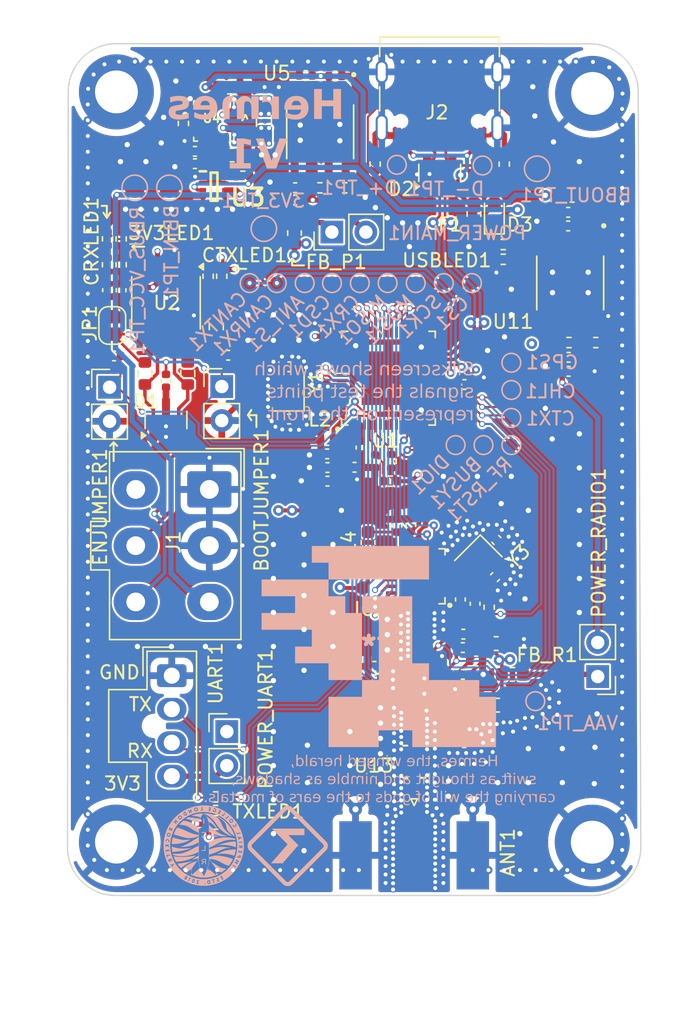
<source format=kicad_pcb>
(kicad_pcb (version 20240108) (generator "pcbnew") (generator_version "8.0")
  (layers (0 "F.Cu" signal) (1 "In1.Cu" power) (2 "In2.Cu" power) (31 "B.Cu" signal) (34 "B.Paste" user) (35 "F.Paste" user) (36 "B.SilkS" user "B.Silkscreen") (37 "F.SilkS" user "F.Silkscreen") (38 "B.Mask" user) (39 "F.Mask" user) (44 "Edge.Cuts" user))
  (net 0 "")
  (net 1 "GND")
  (net 2 "+3V3")
  (net 3 "VBUS")
  (net 4 "RBUS_uC_V")
  (net 5 "/Power/BBIN")
  (net 6 "/Power/BIAS")
  (net 7 "/Power/LX1")
  (net 8 "/Power/LX2")
  (net 9 "/Power/SEL")
  (net 10 "/Power/FBIn")
  (net 11 "Net-(U3-ST)")
  (net 17 "Net-(3V3LED1-A)")
  (net 18 "+VDC")
  (net 19 "/BOOT")
  (net 20 "/CHIP_PU")
  (net 21 "Net-(C6-Pad1)")
  (net 22 "Net-(U1-XTAL_N)")
  (net 23 "Net-(C14-Pad1)")
  (net 24 "Net-(JP1-B)")
  (net 25 "Net-(IC2-XTA)")
  (net 26 "Net-(IC2-XTB)")
  (net 27 "Net-(IC2-VBAT_IN)")
  (net 28 "Net-(IC2-VR_PA)")
  (net 29 "Net-(IC2-DCC_FB)")
  (net 30 "CRX")
  (net 31 "CSD")
  (net 32 "VAA")
  (net 33 "ANT_SEL")
  (net 34 "CPS")
  (net 35 "CHL")
  (net 36 "CTX")
  (net 37 "/CAN_RX")
  (net 38 "Net-(CRXLED1-A)")
  (net 39 "Net-(CTXLED1-A)")
  (net 40 "/CAN_TX")
  (net 41 "/CAN+")
  (net 42 "/CAN-")
  (net 43 "/Data-")
  (net 44 "/Data+")
  (net 45 "CS")
  (net 46 "MISO")
  (net 48 "RF_OUT_T")
  (net 49 "SCK")
  (net 50 "Net-(IC2-DCC_SW)")
  (net 51 "DIO1")
  (net 52 "SX_BUSY")
  (net 54 "Net-(IC2-NRESET)")
  (net 55 "MOSI")
  (net 56 "+16.8V")
  (net 57 "Net-(J2-CC2)")
  (net 60 "Net-(J2-CC1)")
  (net 61 "/CAN-BUS/Vref")
  (net 62 "Net-(U1-XTAL_P)")
  (net 63 "Net-(TXLED1-A)")
  (net 64 "Net-(U1-U0TXD{slash}PROG{slash}GPIO43)")
  (net 65 "Net-(D3-A)")
  (net 66 "Net-(U2-Rs)")
  (net 67 "Net-(USBLED1-A)")
  (net 68 "RF_RST")
  (net 69 "/RF Frontend/FBIn")
  (net 76 "/TXD")
  (net 85 "/RXD")
  (net 90 "Net-(U12-ANT1)")
  (net 91 "Net-(ANT1-In)")
  (net 92 "Net-(POWER_MAIN1-Pin_2)")
  (net 93 "Net-(POWER_RADIO1-Pin_2)")
  (net 94 "Net-(POWER_MAIN1-Pin_1)")
  (net 95 "Net-(POWER_RADIO1-Pin_1)")
  (net 103 "+5V")
  (net 110 "Net-(POWER_UART1-Pin_2)")
  (footprint "Diode_SMD:D_0603_1608Metric" (layer "F.Cu") (at 150.365 83.7065 90)
    (property "Reference" "D3")
    (property "Value" "D")
  )
  (footprint "TestPoint:TestPoint_Pad_D1.0mm" (layer "F.Cu") (at 151.635 100.9532 -90)
    (property "Reference" "RF_RST1")
    (property "Value" "TestPoint")
  )
  (footprint "Capacitor_SMD:C_0402_1005Metric" (layer "F.Cu") (at 155.9134 95.45 180)
    (property "Reference" "C64" (hide yes))
    (property "Value" "0.1uF")
  )
  (footprint "Resistor_SMD:R_0402_1005Metric" (layer "F.Cu") (at 139.187 81.7508)
    (property "Reference" "R17" (hide yes))
    (property "Value" "10k")
  )
  (footprint "Connector_Molex:Molex_Mini-Fit_Jr_5566-06A_2x03_P4.20mm_Vertical" (layer "F.Cu") (at 129.068 104.2626 -90)
    (property "Reference" "J1")
    (property "Value" "RBUS")
  )
  (footprint "Capacitor_SMD:C_0402_1005Metric" (layer "F.Cu") (at 140.4 101.14 -90)
    (property "Reference" "C6" (hide yes))
    (property "Value" "0.1uF")
  )
  (footprint "Resistor_SMD:R_0402_1005Metric" (layer "F.Cu") (at 122.4758 87.4892 -90)
    (property "Reference" "R4" (hide yes))
    (property "Value" "470")
  )
  (footprint "TestPoint:TestPoint_Pad_D1.0mm" (layer "F.Cu") (at 148.6886 88.86)
    (property "Reference" "CS1")
    (property "Value" "TestPoint")
  )
  (footprint "TestPoint:TestPoint_Pad_D1.5mm" (layer "F.Cu") (at 126.0826 81.7508)
    (property "Reference" "BBIN_TP1")
    (property "Value" "bbintest")
  )
  (footprint "TestPoint:TestPoint_Pad_D1.0mm" (layer "F.Cu") (at 149.481 80.0828)
    (property "Reference" "D-_TP1")
    (property "Value" "TestPoint")
  )
  (footprint "Capacitor_SMD:C_0603_1608Metric" (layer "F.Cu") (at 140.9268 108.2222 90)
    (property "Reference" "L4")
    (property "Value" "15uF")
  )
  (footprint "Connector_PinHeader_2.54mm:PinHeader_1x02_P2.54mm_Vertical" (layer "F.Cu") (at 130.3752 122.34)
    (property "Reference" "POWER_UART1")
    (property "Value" "Conn_01x02_Male")
  )
  (footprint "Resistor_SMD:R_0402_1005Metric" (layer "F.Cu") (at 155.9434 93.3)
    (property "Reference" "R27" (hide yes))
    (property "Value" "56k")
  )
  (footprint "Capacitor_SMD:C_0402_1005Metric" (layer "F.Cu") (at 139.92 102.61)
    (property "Reference" "C5" (hide yes))
    (property "Value" "0.1uF")
  )
  (footprint "Capacitor_SMD:C_0402_1005Metric" (layer "F.Cu") (at 135.05 95.11)
    (property "Reference" "C13" (hide yes))
    (property "Value" "11pF")
  )
  (footprint "Fuse:Fuse_0603_1608Metric" (layer "F.Cu") (at 148.841 83.7065 -90)
    (property "Reference" "F1")
    (property "Value" "Fuse")
  )
  (footprint "Resistor_SMD:R_0402_1005Metric" (layer "F.Cu") (at 121.4598 85.5588 -90)
    (property "Reference" "CRXLED1")
    (property "Value" "ORANGE_LED")
  )
  (footprint "Resistor_SMD:R_0402_1005Metric" (layer "F.Cu") (at 151.0274 87.0848)
    (property "Reference" "USBLED1")
    (property "Value" "WHITE_LED")
  )
  (footprint "footprints:SOIC127P599X175-9N" (layer "F.Cu") (at 156.0334 88.85 -90)
    (property "Reference" "U11")
    (property "Value" "SC4215ASTRT")
  )
  (footprint "Package_TO_SOT_SMD:SOT-143" (layer "F.Cu") (at 146.2806 80.6416 90)
    (property "Reference" "D2")
    (property "Value" "SP0503BAHT")
  )
  (footprint "Capacitor_SMD:C_0603_1608Metric" (layer "F.Cu") (at 150.6018 120.3682)
    (property "Reference" "C74" (hide yes))
    (property "Value" "4.7uF")
  )
  (footprint "footprints:DEA-4_2P0X1P25" (layer "F.Cu") (at 144.3768 124.5932 -90)
    (property "Reference" "U13")
    (property "Value" "DEA202450BT-1213C1")
  )
  (footprint "Resistor_SMD:R_0402_1005Metric" (layer "F.Cu") (at 129.9942 88.3528 -90)
    (property "Reference" "R5" (hide yes))
    (property "Value" "1k")
  )
  (footprint "Resistor_SMD:R_0402_1005Metric" (layer "F.Cu") (at 122.4758 85.5608 -90)
    (property "Reference" "3V3LED1")
    (property "Value" "BLUE_LED")
  )
  (footprint "TestPoint:TestPoint_Pad_D1.0mm" (layer "F.Cu") (at 140.3132 88.8628)
    (property "Reference" "CRX1")
    (property "Value" "TestPoint")
  )
  (footprint "Inductor_SMD:L_0402_1005Metric" (layer "F.Cu") (at 137.335 97.76 180)
    (property "Reference" "L2")
    (property "Value" "20nH")
  )
  (footprint "TestPoint:TestPoint_Pad_D1.0mm" (layer "F.Cu") (at 142.3886 88.86)
    (property "Reference" "MISO1")
    (property "Value" "TestPoint")
  )
  (footprint "Resistor_SMD:R_0603_1608Metric" (layer "F.Cu") (at 127.4542 95.607 90)
    (property "Reference" "R9" (hide yes))
    (property "Value" "60")
  )
  (footprint "TestPoint:TestPoint_Pad_D1.0mm" (layer "F.Cu") (at 138.2304 88.8628)
    (property "Reference" "CSD1")
    (property "Value" "TestPoint")
  )
  (footprint "Resistor_SMD:R_0402_1005Metric" (layer "F.Cu") (at 142.5906 103.6456 180)
    (property "Reference" "R1" (hide yes))
    (property "Value" "10K")
  )
  (footprint "Connector_USB:USB_C_Receptacle_Palconn_UTC16-G" (layer "F.Cu") (at 146.2692 75.3376 180)
    (property "Reference" "J2")
    (property "Value" "USB_C_Receptacle_USB2.0")
  )
  (footprint "footprints:QFN50P400X400X95-24N" (layer "F.Cu") (at 144.6268 110.7472 180)
    (property "Reference" "IC2")
    (property "Value" "SX1280")
  )
  (footprint "TestPoint:TestPoint_Pad_D1.0mm" (layer "F.Cu") (at 146.5886 88.86)
    (property "Reference" "SCK1")
    (property "Value" "TestPoint")
  )
  (footprint "Capacitor_SMD:C_0402_1005Metric" (layer "F.Cu") (at 135.03 99.01 180)
    (property "Reference" "C14" (hide yes))
    (property "Value" "11pF")
  )
  (footprint "Inductor_SMD:L_0603_1608Metric" (layer "F.Cu") (at 151.7143 118.0682 180)
    (property "Reference" "FB_R1")
    (property "Value" "FerriteBead_Small")
  )
  (footprint "TestPoint:TestPoint_Pad_D1.0mm" (layer "F.Cu") (at 134.109 88.8628 -90)
    (property "Reference" "CANRX1")
    (property "Value" "TestPoint")
  )
  (footprint "Capacitor_SMD:C_0402_1005Metric" (layer "F.Cu") (at 136.2706 73.3688 180)
    (property "Reference" "C25" (hide yes))
    (property "Value" "4.7uF")
  )
  (footprint "Resistor_SMD:R_0402_1005Metric" (layer "F.Cu") (at 121.4598 87.4932 90)
    (property "Reference" "R18" (hide yes))
    (property "Value" "1k")
  )
  (footprint "Capacitor_SMD:C_0603_1608Metric" (layer "F.Cu") (at 156.1744 82.3096)
    (property "Reference" "C12" (hide yes))
    (property "Value" "22uF")
  )
  (footprint "footprints:SOTFL50P160X60-8N" (layer "F.Cu") (at 129.4222 81.6662)
    (property "Reference" "U3")
    (property "Value" "LM66200DRLR" (hide yes))
  )
  (footprint "Resistor_SMD:R_0402_1005Metric" (layer "F.Cu") (at 142.65 102.16 90)
    (property "Reference" "R3" (hide yes))
    (property "Value" "10K")
  )
  (footprint "Capacitor_SMD:C_0402_1005Metric" (layer "F.Cu") (at 137.87 101.61 180)
    (property "Reference" "C9" (hide yes))
    (property "Value" "10nF")
  )
  (footprint "Resistor_SMD:R_0402_1005Metric" (layer "F.Cu") (at 149.9768 113.0572 90)
    (property "Reference" "R24" (hide yes))
    (property "Value" "1k")
  )
  (footprint "Capacitor_SMD:C_0402_1005Metric" (layer "F.Cu") (at 148.9068 119.0682)
    (property "Reference" "C67" (hide yes))
    (property "Value" "1nF")
  )
  (footprint "Capacitor_SMD:C_0402_1005Metric" (layer "F.Cu") (at 147.5268 120.6482 -90)
    (property "Reference" "C70" (hide yes))
    (property "Value" "1nF")
  )
  (footprint "Capacitor_SMD:C_0402_1005Metric" (layer "F.Cu") (at 155.8794 83.5796)
    (property "Reference" "C18" (hide yes))
    (property "Value" "10uF")
  )
  (footprint "TestPoint:TestPoint_Pad_D1.0mm" (layer "F.Cu") (at 153.4268 120.0682 -90)
    (property "Reference" "VAA_TP1")
    (property "Value" "TestPoint")
  )
  (footprint "Capacitor_SMD:C_0402_1005Metric" (layer "F.Cu") (at 135.479715 82.6608)
    (property "Reference" "C27" (hide yes))
    (property "Value" "0.1uF")
  )
  (footprint "Resistor_SMD:R_0402_1005Metric" (layer "F.Cu") (at 151.0274 85.9848)
    (property "Reference" "R13" (hide yes))
    (property "Value" "5.1k")
  )
  (footprint "Resistor_SMD:R_0402_1005Metric" (layer "F.Cu") (at 129.539 129.2488)
    (property "Reference" "R2" (hide yes))
    (property "Value" "470")
  )
  (footprint "TestPoint:TestPoint_Pad_D1.0mm" (layer "F.Cu") (at 151.635 98.9212)
    (property "Reference" "CTX1")
    (property "Value" "TestPoint")
  )
  (footprint "footprints:SKY66112-11_SKY" (layer "F.Cu") (at 145.1322 118.943199)
    (property "Reference" "U12")
    (property "Value" "SKY66112-11")
  )
  (footprint "Resistor_SMD:R_0402_1005Metric" (layer "F.Cu") (at 141.4546 79.9792 -90)
    (property "Reference" "R12" (hide yes))
    (property "Value" "5.1k")
  )
  (footprint "Capacitor_SMD:C_0603_1608Metric" (layer "F.Cu") (at 130.5802 74.2312)
    (property "Reference" "C23" (hide yes))
    (property "Value" "22uF")
  )
  (footprint "Capacitor_SMD:C_0402_1005Metric" (layer "F.Cu") (at 147.8268 112.4772 -90)
    (property "Reference" "C53" (hide yes))
    (property "Value" "10nF")
  )
  (footprint "Capacitor_SMD:C_0402_1005Metric" (layer "F.Cu") (at 148.0068 118.0682)
    (property "Reference" "C66" (hide yes))
    (property "Value" "1nF")
  )
  (footprint "Connector_PinHeader_2.54mm:PinHeader_1x02_P2.54mm_Vertical" (layer "F.Cu") (at 158.0866 118.2302 180)
    (property "Reference" "POWER_RADIO1")
    (property "Value" "Conn_01x02_Male")
  )
  (footprint "Resistor_SMD:R_0402_1005Metric" (layer "F.Cu") (at 129.539 127.2168)
    (property "Reference" "R6" (hide yes))
    (property "Value" "499R")
  )
  (footprint "Capacitor_SMD:C_0402_1005Metric" (layer "F.Cu") (at 143.0868 106.9672 90)
    (property "Reference" "C57" (hide yes))
    (property "Value" "470nF")
  )
  (footprint "Resistor_SMD:R_0402_1005Metric" (layer "F.Cu") (at 131.5722 80.8862 180)
    (property "Reference" "R14" (hide yes))
    (property "Value" "10k")
  )
  (footprint "Capacitor_SMD:C_0402_1005Metric" (layer "F.Cu") (at 149.0068 117.0682)
    (property "Reference" "C68" (hide yes))
    (property "Value" "100nF")
  )
  (footprint "Capacitor_SMD:C_0402_1005Metric" (layer "F.Cu") (at 121.4598 89.3936 -90)
    (property "Reference" "C15" (hide yes))
    (property "Value" "100nF")
  )
  (footprint "TestPoint:TestPoint_Pad_D1.0mm" (layer "F.Cu") (at 144.4886 88.86)
    (property "Reference" "MOSI1")
    (property "Value" "TestPoint")
  )
  (footprint "Capacitor_SMD:C_0402_1005Metric" (layer "F.Cu") (at 150.416211 110.807789 -135)
    (property "Reference" "C50" (hide yes))
    (property "Value" "C_Small")
  )
  (footprint "Capacitor_SMD:C_0402_1005Metric" (layer "F.Cu") (at 127.9902 79.9462 180)
    (property "Reference" "C20" (hide yes))
    (property "Value" "10uF")
  )
  (footprint "Connector_Coaxial:SMA_Molex_73251-1153_EdgeMount_Horizontal" (layer "F.Cu") (at 144.3706 129.8584 90)
    (property "Reference" "ANT1")
    (property "Value" "SMA")
  )
  (footprint "Capacitor_SMD:C_0402_1005Metric" (layer "F.Cu") (at 137.7666 92.3452 90)
    (property "Reference" "C10" (hide yes))
    (property "Value" "0.1uF")
  )
  (footprint "Capacitor_SMD:C_0402_1005Metric" (layer "F.Cu") (at 141.4068 119.4682 180)
    (property "Reference" "C63" (hide yes))
    (property "Value" "1nF")
  )
  (footprint "Jumper:SolderJumper-2_P1.3mm_Open_RoundedPad1.0x1.5mm" (layer "F.Cu") (at 121.8154 92.0228 -90)
    (property "Reference" "JP1")
    (property "Value" "TermJP")
  )
  (footprint "Capacitor_SMD:C_0402_1005Metric" (layer "F.Cu") (at 148.9268 112.7972 -90)
    (property "Reference" "C52" (hide yes))
    (property "Value" "10nF")
  )
  (footprint "Crystal:Crystal_SMD_2016-4Pin_2.0x1.6mm" (layer "F.Cu") (at 135 97.06 90)
    (property "Reference" "Y1")
    (property "Value" "R940000171")
  )
  (footprint "Capacitor_SMD:C_0402_1005Metric" (layer "F.Cu") (at 148.0468 115.0682 180)
    (property "Reference" "C69" (hide yes))
    (property "Value" "100nF")
  )
  (footprint "Resistor_SMD:R_0402_1005Metric" (layer "F.Cu") (at 137.327 81.7508)
    (property "Reference" "R16" (hide yes))
    (property "Value" "56k")
  )
  (footprint "Capacitor_SMD:C_0402_1005Metric" (layer "F.Cu") (at 148.1298 96.432)
    (property "Reference" "C11" (hide yes))
    (property "Value" "0.1uF")
  )
  (footprint "Resistor_SMD:R_0402_1005Metric" (layer "F.Cu") (at 127.1302 76.9462 -90)
    (property "Reference" "R15" (hide yes))
    (property "Value" "14k")
  )
  (footprint "TestPoint:TestPoint_Pad_D1.0mm" (layer "F.Cu") (at 151.635 94.8064)
    (property "Reference" "CPS1")
    (property "Value" "TestPoint")
  )
  (footprint "Capacitor_SMD:C_0402_1005Metric" (layer "F.Cu") (at 148.1068 123.1682)
    (property "Reference" "C61" (hide yes))
    (property "Value" "100nF")
  )
  (footprint "TestPoint:TestPoint_Pad_D1.5mm" (layer "F.Cu") (at 133.1438 84.7988)
    (property "Reference" "3V3_TP1")
    (property "Value" "TestPoint")
  )
  (footprint "Capacitor_SMD:C_0402_1005Metric" (layer "F.Cu") (at 150.516211 108.036611 135)
    (property "Reference" "C51" (hide yes))
    (property "Value" "C_Small")
  )
  (footprint "Crystal:Crystal_SMD_2016-4Pin_2.0x1.6mm" (layer "F.Cu") (at 149.170734 109.431083 -135)
    (property "Reference" "Y3")
    (property "Value" "Crystal_GND24")
  )
  (footprint "Inductor_SMD:L_0603_1608Metric" (layer "F.Cu") (at 135.4298 85.1291 -90)
    (property "Reference" "FB_P1")
    (property "Value" "FerriteBead_Small")
  )
  (footprint "MountingHole:MountingHole_3.2mm_M3_DIN965_Pad" (layer "F.Cu") (at 122.125 130.59)
    (property "Reference" "H3" (hide yes))
    (property "Value" "MountingHole_Pad")
  )
  (footprint "Capacitor_SMD:C_0402_1005Metric" (layer "F.Cu") (at 138.479223 73.404614)
    (property "Reference" "C24" (hide yes))
    (property "Value" "10uF")
  )
  (footprint "TestPoint:TestPoint_Pad_D1.5mm" (layer "F.Cu") (at 123.4918 81.7508)
    (property "Reference" "RBUS_VCC_TP1")
    (property "Value" "TestPoint")
  )
  (footprint "Capacitor_SMD:C_0402_1005Metric" (layer "F.Cu") (at 141.4068 117.4682 180)
    (property "Reference" "C59" (hide yes))
    (property "Value" "1nF")
  )
  (footprint "TestPoint:TestPoint_Pad_D1.5mm" (layer "F.Cu") (at 153.5654 80.3284)
    (property "Reference" "BBOUT_TP1")
    (property "Value" "TestPoint")
  )
  (footprint "Connector_Molex:Molex_Nano-Fit_105309-xx04_1x04_P2.50mm_Vertical" (layer "F.Cu") (at 126.2604 118.1674)
    (property "Reference" "UART1")
    (property "Value" "UART")
  )
  (footprint "Capacitor_SMD:C_0402_1005Metric" (layer "F.Cu") (at 137.87 100.61 180)
    (property "Reference" "C7" (hide yes))
    (property "Value" "1uF")
  )
  (footprint "footprints:SOIC127P599X175-9N" (layer "F.Cu") (at 137.349223 77.569614 -90)
    (property "Reference" "U5")
    (property "Value" "SC4215ASTRT")
  )
  (footprint "Capacitor_SMD:C_0402_1005Metric" (layer "F.Cu") (at 141.45 102.16 -90)
    (property "Reference" "C2" (hide yes))
    (property "Value" "1uF")
  )
  (footprint "Resistor_SMD:R_0402_1005Metric" (layer "F.Cu") (at 151.1066 79.9812 90)
    (property "Reference" "R11" (hide yes))
    (property "Value" "5.1k")
  )
  (footprint "TestPoint:TestPoint_Pad_D1.0mm" (layer "F.Cu") (at 151.635 96.8384)
    (property "Reference" "CHL1")
    (property "Value" "TestPoint")
  )
  (footprint "Capacitor_SMD:C_0402_1005Metric" (layer "F.Cu") (at 148.5268 120.6482 -90)
    (property "Reference" "C73" (hide yes))
    (property "Value" "100nF")
  )
  (footprint "Capacitor_SMD:C_0402_1005Metric" (layer "F.Cu") (at 135.479715 81.7408)
    (property "Reference" "C26" (hide yes))
    (property "Value" "10uF")
  )
  (footprint "" (layer "F.Cu") (at 140.5268 111.6222 -90)
    (property "Reference" "")
    (property "Value" "")
  )
  (footprint "MountingHole:MountingHole_3.2mm_M3_DIN965_Pad" (layer "F.Cu") (at 122.125 74.59)
    (property "Reference" "H1" (hide yes))
    (property "Value" "MountingHole_Pad")
  )
  (footprint "Capacitor_SMD:C_0402_1005Metric" (layer "F.Cu") (at 137.8962 103.6456 180)
    (property "Reference" "C4" (hide yes))
    (property "Value" "1uF")
  )
  (footprint "footprints:CONV_MAX77827AEFD+T" (layer "F.Cu") (at 129.4002 76.763274)
    (property "Reference" "U4")
    (property "Value" "MAX77827AEFD+T")
  )
  (footprint "Package_SO:SOIC-8_3.9x4.9mm_P1.27mm" (layer "F.Cu") (at 125.8286 90.336 -90)
    (property "Reference" "U2")
    (property "Value" "SN65HVD230")
  )
  (footprint "Capacitor_SMD:C_0402_1005Metric" (layer "F.Cu") (at 148.0068 116.0682 180)
    (property "Reference" "C72" (hide yes))
    (property "Value" "100nF")
  )
  (footprint "Capacitor_SMD:C_0402_1005Metric" (layer "F.Cu") (at 144.1268 106.9222 90)
    (property "Reference" "C54" (hide yes))
    (property "Value" "0.1uF")
  )
  (footprint "MountingHole:MountingHole_3.2mm_M3_DIN965_Pad" (layer "F.Cu") (at 157.6802 130.595)
    (property "Reference" "H4" (hide yes))
    (property "Value" "MountingHole_Pad")
  )
  (footprint "Capacitor_SMD:C_0402_1005Metric" (layer "F.Cu") (at 141.4068 118.4682 180)
    (property "Reference" "C60" (hide yes))
    (property "Value" "1nF")
  )
  (footprint "Capacitor_SMD:C_0402_1005Metric" (layer "F.Cu") (at 125.8286 96.1552 -90)
    (property "Reference" "C17" (hide yes))
    (property "Value" "47nF")
  )
  (footprint "Capacitor_SMD:C_0603_1608Metric" (layer "F.Cu") (at 130.768056 79.301823)
    (property "Reference" "C21" (hide yes))
    (property "Value" "10uF")
  )
  (footprint "Inductor_SMD:L_0402_1005Metric" (layer "F.Cu") (at 139.4 101.145 90)
    (property "Reference" "L1" (hide yes))
    (property "Value" "2.0nH")
  )
  (footprint "Capacitor_SMD:C_0402_1005Metric" (layer "F.Cu") (at 155.9134 94.4 180)
    (property "Reference" "C62" (hide yes))
    (property "Value" "10uF")
  )
  (footprint "Capacitor_SMD:C_0402_1005Metric" (layer "F.Cu") (at 127.9902 79.0262 180)
    (property "Reference" "C22" (hide yes))
    (property "Value" "1uF")
  )
  (footprint "Capacitor_SMD:C_0603_1608Metric" (layer "F.Cu") (at 150.5018 115.7682)
    (property "Reference" "C71" (hide yes))
    (property "Value" "4.7uF")
  )
  (footprint "TestPoint:TestPoint_Pad_D1.0mm" (layer "F.Cu") (at 147.4694 100.9532 -90)
    (property "Reference" "DIO1")
    (property "Value" "TestPoint")
  )
  (footprint "Capacitor_SMD:C_0402_1005Metric" (layer "F.Cu") (at 130.4742 94.2476)
    (property "Reference" "C8" (hide yes))
    (property "Value" "0.1uF")
  )
  (footprint "Capacitor_SMD:C_0402_1005Metric" (layer "F.Cu") (at 122.4758 89.3988 -90)
    (property "Reference" "C16" (hide yes))
    (property "Value" "10uF")
  )
  (footprint "Resistor_SMD:R_0402_1005Metric" (layer "F.Cu") (at 128.9782 88.3548 -90)
    (property "Reference" "CTXLED1")
    (property "Value" "GREEN_LED")
  )
  (footprint "Connector_PinHeader_2.54mm:PinHeader_1x02_P2.54mm_Vertical" (layer "F.Cu") (at 121.6122 96.6352)
    (property "Reference" "ENJUMPER1")
    (property "Value" "Conn_01x02_Male")
  )
  (footprint "Connector_PinHeader_2.54mm:PinHeader_1x02_P2.54mm_Vertical" (layer "F.Cu") (at 138.2238 85.0528 90)
    (property "Reference" "POWER_MAIN1")
    (property "Value" "Conn_01x02_Male")
  )
  (footprint "Inductor_SMD:L_0805_2012Metric" (layer "F.Cu") (at 133.148161 76.758634 90)
    (property "Reference" "L3" (hide yes))
    (property "Value" "1uH")
  )
  (footprint "TestPoint:TestPoint_Pad_D1.0mm" (layer "F.Cu") (at 149.5522 100.9532 -90)
    (property "Reference" "BUSY1")
    (property "Value" "TestPoint")
  )
  (footprint "Capacitor_SMD:C_0402_1005Metric" (layer "F.Cu") (at 155.8794 84.5956)
    (property "Reference" "C19" (hide yes))
    (property "Value" "4.7uF")
  )
  (footprint "Capacitor_SMD:C_0402_1005Metric" (layer "F.Cu") (at 147.2468 122.1682)
    (property "Reference" "C65" (hide yes))
    (property "Value" "1nF")
  )
  (footprint "Resistor_SMD:R_0603_1608Metric" (layer "F.Cu") (at 129.5878 92.1018 90)
    (property "Reference" "R8" (hide yes))
    (property "Value" "0")
  )
  (footprint "Connector_PinHeader_2.54mm:PinHeader_1x02_P2.54mm_Vertical" (layer "F.Cu") (at 129.9942 96.5844)
    (property "Reference" "BOOTJUMPER1")
    (property "Value" "Conn_01x02_Male")
  )
  (footprint "Resistor_SMD:R_0402_1005Metric" (layer "F.Cu") (at 157.9434 93.3)
    (property "Reference" "R28" (hide yes))
    (property "Value" "10k")
  )
  (footprint "Capacitor_SMD:C_0402_1005Metric" (layer "F.Cu") (at 121.945 94.2984 180)
    (property "Reference" "C3" (hide yes))
    (property "Value" "0.1uF")
  )
  (footprint "TestPoint:TestPoint_Pad_D1.0mm" (layer "F.Cu") (at 136.1918 88.8628 -90)
    (property "Reference" "ANT_S1")
    (property "Value" "TestPoint")
  )
  (footprint "TestPoint:TestPoint_Pad_D1.0mm" (layer "F.Cu") (at 143.0802 80.032)
    (property "Reference" "D+_TP1")
    (property "Value" "TestPoint")
  )
  (footprint "Package_TO_SOT_SMD:SOT-23" (layer "F.Cu") (at 125.8286 99.0736 90)
    (property "Reference" "D1")
    (property "Value" "SM712_SOT23")
  )
  (footprint "Capacitor_SMD:C_0402_1005Metric" (layer "F.Cu") (at 140.4268 110.4222 180)
    (property "Reference" "C58" (hide yes))
    (property "Value" "0.1uF")
  )
  (footprint "TestPoint:TestPoint_Pad_D1.0mm" (layer "F.Cu") (at 132.077 88.8628 180)
    (property "Reference" "CANTX1")
    (property "Value" "TestPoint")
  )
  (footprint "footprints:QFN40P700X700X90-57N" (layer "F.Cu") (at 142.45 95.96 90)
    (property "Reference" "U1")
    (property "Value" "ESP32-S3")
  )
  (footprint "Capacitor_SMD:C_0402_1005Metric" (layer "F.Cu") (at 137.8962 102.6296 180)
    (property "Reference" "C1" (hide yes))
    (property "Value" "10uF")
  )
  (footprint "MountingHole:MountingHole_3.2mm_M3_DIN965_Pad" (layer "F.Cu") (at 157.7054 74.7056)
    (property "Reference" "H2" (hide yes))
    (property "Value" "MountingHole_Pad")
  )
  (footprint "Resistor_SMD:R_0603_1608Metric" (layer "F.Cu") (at 124.2538 95.607 -90)
    (property "Reference" "R10" (hide yes))
    (property "Value" "60")
  )
  (footprint "Resistor_SMD:R_0402_1005Metric" (layer "F.Cu") (at 129.539 128.2328)
    (property "Reference" "TXLED1")
    (property "Value" "GREEN_LED")
  )
  (footprint "footprints:iclr_logo_estd2018_6mm" (layer "B.Cu") (at 128.648 130.849 180)
    (property "Reference" "G***" (hide yes))
    (property "Value" "LOGO" (hide yes))
  )
  (footprint "footprints:rae_logo_6mm" (layer "B.Cu") (at 134.9218 130.8744 180)
    (property "Reference" "G***" (hide yes))
    (property "Value" "LOGO" (hide yes))
  )
  (footprint "footprints:Terraria" (layer "B.Cu") (at 141.729 115.99 180)
    (property "Reference" "G***")
    (property "Value" "LOGO" (hide yes))
  )
  (gr_line (start 121.409 83.986) (end 121.663 83.605) (stroke (width 0.15)) (layer "F.SilkS"))
  (gr_line (start 135.252 87.542) (end 135.252 87.034) (stroke (width 0.15)) (layer "F.SilkS"))
  (gr_line (start 121.282 83.097) (end 121.409 83.097) (stroke (width 0.15)) (layer "F.SilkS"))
  (gr_line (start 131.529 76.331) (end 131.783 76.331) (stroke (width 0.15)) (layer "F.SilkS"))
  (gr_line (start 131.783 76.331) (end 131.529 76.331) (stroke (width 0.15)) (layer "F.SilkS"))
  (gr_line (start 132.585 99.607) (end 132.585 98.718) (stroke (width 0.15)) (layer "F.SilkS"))
  (gr_line (start 124.203 86.145) (end 123.314 86.145) (stroke (width 0.15)) (layer "F.SilkS"))
  (gr_line (start 121.409 83.097) (end 121.409 83.986) (stroke (width 0.15)) (layer "F.SilkS"))
  (gr_line (start 130.807 87.796) (end 131.188 88.05) (stroke (width 0.15)) (layer "F.SilkS"))
  (gr_line (start 121.409 83.986) (end 121.155 83.605) (stroke (width 0.15)) (layer "F.SilkS"))
  (gr_line (start 123.314 86.145) (end 123.568 85.891) (stroke (width 0.15)) (layer "F.SilkS"))
  (gr_line (start 131.529 76.712) (end 131.783 76.331) (stroke (width 0.15)) (layer "F.SilkS"))
  (gr_line (start 135.252 87.542) (end 136.141 87.542) (stroke (width 0.15)) (layer "F.SilkS"))
  (gr_line (start 130.807 87.796) (end 131.188 87.542) (stroke (width 0.15)) (layer "F.SilkS"))
  (gr_line (start 131.95 98.718) (end 132.204 98.337) (stroke (width 0.15)) (layer "F.SilkS"))
  (gr_line (start 121.917 102.147) (end 121.917 100.75) (stroke (width 0.15)) (layer "F.SilkS"))
  (gr_line (start 123.314 86.145) (end 123.568 86.399) (stroke (width 0.15)) (layer "F.SilkS"))
  (gr_line (start 131.823 87.796) (end 130.807 87.796) (stroke (width 0.15)) (layer "F.SilkS"))
  (gr_line (start 121.917 100.75) (end 121.663 101.004) (stroke (width 0.15)) (layer "F.SilkS"))
  (gr_line (start 135.252 87.034) (end 134.998 87.288) (stroke (width 0.15)) (layer "F.SilkS"))
  (gr_line (start 121.917 100.75) (end 122.171 101.004) (stroke (width 0.15)) (layer "F.SilkS"))
  (gr_line (start 132.585 98.718) (end 131.95 98.718) (stroke (width 0.15)) (layer "F.SilkS"))
  (gr_line (start 131.95 98.718) (end 132.204 99.099) (stroke (width 0.15)) (layer "F.SilkS"))
  (gr_line (start 135.252 87.034) (end 135.506 87.288) (stroke (width 0.15)) (layer "F.SilkS"))
  (gr_line (start 122.171 101.004) (end 121.917 100.75) (stroke (width 0.15)) (layer "F.SilkS"))
  (gr_line (start 131.783 76.331) (end 131.91 76.585) (stroke (width 0.15)) (layer "F.SilkS"))
  (gr_line (start 121.028 83.097) (end 121.282 83.097) (stroke (width 0.15)) (layer "F.SilkS"))
  (gr_line (start 132.204 98.337) (end 131.95 98.718) (stroke (width 0.15)) (layer "F.SilkS"))
  (gr_line (start 157.5154 71.004) (end 122.125 70.99) (stroke (width 0.1)) (layer "Edge.Cuts"))
  (gr_arc (start 118.525 74.59) (mid 119.579416 72.044416) (end 122.125 70.99) (stroke (width 0.1)) (layer "Edge.Cuts"))
  (gr_line (start 161.306216 130.970416) (end 161.1154 74.604) (stroke (width 0.1)) (layer "Edge.Cuts"))
  (gr_arc (start 157.5154 71.004) (mid 160.060984 72.058416) (end 161.1154 74.604) (stroke (width 0.1)) (layer "Edge.Cuts"))
  (gr_line (start 157.706216 134.570416) (end 122.065584 134.570416) (stroke (width 0.1)) (layer "Edge.Cuts"))
  (gr_arc (start 122.065584 134.570416) (mid 119.520004 133.515996) (end 118.465584 130.970416) (stroke (width 0.1)) (layer "Edge.Cuts"))
  (gr_arc (start 161.306216 130.970416) (mid 160.251796 133.515996) (end 157.706216 134.570416) (stroke (width 0.1)) (layer "Edge.Cuts"))
  (gr_line (start 118.525 74.59) (end 118.465584 130.970416) (stroke (width 0.1)) (layer "Edge.Cuts"))
  (gr_text "Hermes\n    V1 " (at 139.189 80.684 0) (layer "B.SilkS") (effects (font (size 2.2 2.2)) (justify left bottom mirror)))
  (gr_text "            Hermes, the winged herald,\n    swift as thought and nimble as shadows,\ncarrying the will of gods to the ears of mortals." (at 154.937 124.118 0) (layer "B.SilkS") (effects (font (size 0.8 0.8) (thickness 0.125)) (justify left top mirror)))
  (gr_text "Silkscreen shows which\nsignals the test points\nrepresent on the front\n\n" (at 148.8522 100.9532 0) (layer "B.SilkS") (effects (font (size 1 1)) (justify left bottom mirror)))
  (gr_text "GND\n" (at 120.7232 118.5046 0) (layer "F.SilkS") (effects (font (size 1 1)) (justify left bottom)))
  (gr_text "RX\n" (at 122.806 124.372 0) (layer "F.SilkS") (effects (font (size 1 1)) (justify left bottom)))
  (gr_text "3V3\n" (at 121.1042 126.8104 0) (layer "F.SilkS") (effects (font (size 1 1)) (justify left bottom)))
  (gr_text "TX\n" (at 122.9584 120.8922 0) (layer "F.SilkS") (effects (font (size 1 1)) (justify left bottom)))
  (via (at 153.159 93.384) (size 0.8) (drill 0.4) (layers "F.Cu" "B.Cu") (net 0))
  (segment (start 139.8668 110.4972) (end 139.8668 106.8072) (width 0.2) (layer "F.Cu") (net 1))
  (segment (start 147.7268 121.3282) (end 147.5268 121.1282) (width 0.25) (layer "F.Cu") (net 1))
  (segment (start 157.8494 95.45) (end 157.858 95.4414) (width 0.4) (layer "F.Cu") (net 1))
  (segment (start 142.2302 80.2448) (end 142.2302 80.4032) (width 0.4) (layer "F.Cu") (net 1))
  (segment (start 141.4546 79.4692) (end 142.2302 80.2448) (width 0.4) (layer "F.Cu") (net 1))
  (segment (start 131.3564 74.2324) (end 131.3552 74.2312) (width 0.3) (layer "F.Cu") (net 1))
  (segment (start 144.8822 119.768199) (end 145.1322 119.518199) (width 0.2) (layer "F.Cu") (net 1))
  (segment (start 151.1066 79.4712) (end 151.1066 77.785) (width 0.4) (layer "F.Cu") (net 1))
  (segment (start 150.855622 108.376022) (end 150.855622 108.524012) (width 0.2) (layer "F.Cu") (net 1))
  (segment (start 137.39 103.6194) (end 137.4162 103.6456) (width 0.3) (layer "F.Cu") (net 1))
  (segment (start 148.1468 113.2772) (end 147.8268 112.9572) (width 0.2) (layer "F.Cu") (net 1))
  (segment (start 146.4534 116.7012) (end 146.3822 116.7724) (width 0.25) (layer "F.Cu") (net 1))
  (segment (start 144.3768 110.6222) (end 143.2518 109.4972) (width 0.2) (layer "F.Cu") (net 1))
  (segment (start 150.4768 121.2682) (end 148.6668 121.2682) (width 0.25) (layer "F.Cu") (net 1))
  (segment (start 137.39 100) (end 137.39 100.61) (width 0.25) (layer "F.Cu") (net 1))
  (segment (start 148.286851 109.537149) (end 148.360075 109.463925) (width 0.2) (layer "F.Cu") (net 1))
  (segment (start 157.9384 91.32) (end 158.8674 91.32) (width 0.4) (layer "F.Cu") (net 1))
  (segment (start 134.2614 74.2324) (end 133.1946 74.2324) (width 0.3) (layer "F.Cu") (net 1))
  (segment (start 143.3768 119.6492) (end 143.582802 119.443198) (width 0.2) (layer "F.Cu") (net 1))
  (segment (start 157.8834 94.4) (end 158.4534 93.83) (width 0.4) (layer "F.Cu") (net 1))
  (segment (start 131.8212 74.2352) (end 131.8172 74.2312) (width 0.8) (layer "F.Cu") (net 1))
  (segment (start 144.8822 120.441799) (end 144.8822 120.6486) (width 0.2) (layer "F.Cu") (net 1))
  (segment (start 136.5474 102.6296) (end 137.4162 102.6296) (width 0.4) (layer "F.Cu") (net 1))
  (segment (start 149.4692 77.8476) (end 150.0092 77.8476) (width 0.3) (layer "F.Cu") (net 1))
  (segment (start 135.9632 103.6456) (end 137.4162 103.6456) (width 0.4) (layer "F.Cu") (net 1))
  (segment (start 126.4636 89.193) (end 126.4636 87.861) (width 0.4) (layer "F.Cu") (net 1))
  (segment (start 149.4868 117.0682) (end 148.4868 118.0682) (width 0.25) (layer "F.Cu") (net 1))
  (segment (start 151.3768 120.3682) (end 150.4768 121.2682) (width 0.25) (layer "F.Cu") (net 1))
  (segment (start 130.49959 76.765495) (end 131.631365 76.765495) (width 0.36) (layer "F.Cu") (net 1))
  (segment (start 145.5306 80.7318) (end 145.5186 80.7198) (width 0.4) (layer "F.Cu") (net 1))
  (segment (start 145.3768 110.6222) (end 144.4268 110.6222) (width 0.2) (layer "F.Cu") (net 1))
  (segment (start 144.772 93.638) (end 142.45 95.96) (width 0.4) (layer "F.Cu") (net 1))
  (segment (start 144.8822 120.6486) (end 145.0268 120.7932) (width 0.2) (layer "F.Cu") (net 1))
  (segment (start 151.1066 77.785) (end 150.5892 77.2676) (width 0.4) (layer "F.Cu") (net 1))
  (segment (start 136.9538 91.86) (end 136.395 91.86) (width 0.4) (layer "F.Cu") (net 1))
  (segment (start 147.8268 112.9572) (end 146.1168 112.9572) (width 0.2) (layer "F.Cu") (net 1))
  (segment (start 125.7778 89.8788) (end 126.4636 89.193) (width 0.4) (layer "F.Cu") (net 1))
  (segment (start 139.682014 73.404614) (end 140.4082 74.1308) (width 0.3) (layer "F.Cu") (net 1))
  (segment (start 147.8268 109.9972) (end 148.286851 109.537149) (width 0.2) (layer "F.Cu") (net 1))
  (segment (start 143.8768 112.7172) (end 143.8768 111.1722) (width 0.2) (layer "F.Cu") (net 1))
  (segment (start 146.5968 109.9972) (end 146.0018 109.9972) (width 0.2) (layer "F.Cu") (net 1))
  (segment (start 151.2768 115.7682) (end 150.3768 114.8682) (width 0.25) (layer "F.Cu") (net 1))
  (segment (start 144.3768 112.7172) (end 143.8768 112.7172) (width 0.2) (layer "F.Cu") (net 1))
  (segment (start 143.8768 111.1722) (end 144.4268 110.6222) (width 0.2) (layer "F.Cu") (net 1))
  (segment (start 125.8667 89.9677) (end 125.7778 89.8788) (width 0.4) (layer "F.Cu") (net 1))
  (segment (start 136.6272 101.61) (end 137.39 101.61) (width 0.3) (layer "F.Cu") (net 1))
  (segment (start 131.5272 108.4626) (end 131.5436 108.4462) (width 0.4) (layer "F.Cu") (net 1))
  (segment (start 148.6668 121.2682) (end 148.5268 121.1282) (width 0.25) (layer "F.Cu") (net 1))
  (segment (start 148.8268 114.8682) (end 148.4868 115.2082) (width 0.25) (layer "F.Cu") (net 1))
  (segment (start 141.4546 79.4692) (end 141.4546 77.7622) (width 0.4) (layer "F.Cu") (net 1))
  (segment (start 129.068 104.2626) (end 129.068 101.9048) (width 0.4) (layer "F.Cu") (net 1))
  (segment (start 135.55 95.13) (end 135.53 95.11) (width 0.25) (layer "F.Cu") (net 1))
  (segment (start 157.9384 91.32) (end 157.9384 92.785) (width 0.4) (layer "F.Cu") (net 1))
  (segment (start 145.5186 80.7198) (end 144.6042 80.7198) (width 0.4) (layer "F.Cu") (net 1))
  (segment (start 140.43 102.64) (end 140.4 102.61) (width 0.3) (layer "F.Cu") (net 1))
  (segment (start 122.4758 89.8788) (end 121.465 89.8788) (width 0.4) (layer "F.Cu") (net 1))
  (segment (start 145.8768 112.7172) (end 145.3768 112.7172) (width 0.2) (layer "F.Cu") (net 1))
  (segment (start 148.4868 118.1682) (end 149.3868 119.0682) (width 0.25) (layer "F.Cu") (net 1))
  (segment (start 144.1268 106.4422) (end 143.1318 106.4422) (width 0.3) (layer "F.Cu") (net 1))
  (segment (start 144.382199 117.444599) (end 144.382199 117.618198) (width 0.2) (layer "F.Cu") (net 1))
  (segment (start 145.3822 119.768199) (end 145.1322 119.518199) (width 0.2) (layer "F.Cu") (net 1))
  (segment (start 146.3768 119.9432) (end 145.557201 119.9432) (width 0.27) (layer "F.Cu") (net 1))
  (segment (start 129.068 108.4626) (end 129.068 104.2626) (width 0.4) (layer "F.Cu") (net 1))
  (segment (start 140.4 103.222) (end 140.1034 103.5186) (width 0.3) (layer "F.Cu") (net 1))
  (segment (start 127.9114 91.2768) (end 127.1758 91.2768) (width 0.4) (layer "F.Cu") (net 1))
  (segment (start 133.1946 74.2324) (end 131.3564 74.2324) (width 0.3) (layer "F.Cu") (net 1))
  (segment (start 144.4268 110.6222) (end 144.3768 110.6222) (width 0.2) (layer "F.Cu") (net 1))
  (segment (start 150.0092 77.8476) (end 150.5892 77.2676) (width 0.3) (layer "F.Cu") (net 1))
  (segment (start 150.755622 110.026022) (end 150.755622 110.468378) (width 0.2) (layer "F.Cu") (net 1))
  (segment (start 139.8668 106.8072) (end 140.1868 106.4872) (width 0.2) (layer "F.Cu") (net 1))
  (segment (start 122.4758 89.8788) (end 125.7778 89.8788) (width 0.4) (layer "F.Cu") (net 1))
  (segment (start 149.915709 109.463925) (end 150.054617 109.325017) (width 0.2) (layer "F.Cu") (net 1))
  (segment (start 148.5868 123.0282) (end 147.7268 122.1682) (width 0.25) (layer "F.Cu") (net 1))
  (segment (start 123.7438 85.0508) (end 123.7712 85.0782) (width 0.4) (layer "F.Cu") (net 1))
  (segment (start 134.55 97.86) (end 134.45 97.76) (width 0.25) (layer "F.Cu") (net 1))
  (segment (start 135.5822 73.3688) (end 135.125 73.3688) (width 0.3) (layer "F.Cu") (net 1))
  (segment (start 144.382199 117.444599) (end 143.8836 117.444599) (width 0.2) (layer "F.Cu") (net 1))
  (segment (start 146.3822 119.9486) (end 146.3768 119.9432) (width 0.27) (layer "F.Cu") (net 1))
  (segment (start 127.1758 91.2768) (end 126.6922 90.7932) (width 0.4) (layer "F.Cu") (net 1))
  (segment (start 143.582802 119.443198) (end 143.8876 119.443198) (width 0.2) (layer "F.Cu") (net 1))
  (segment (start 135.55 96.36) (end 135.55 95.13) (width 0.25) (layer "F.Cu") (net 1))
  (segment (start 131.8212 79.353663) (end 131.8212 74.2352) (width 0.8) (layer "F.Cu") (net 1))
  (segment (start 145.3822 120.441799) (end 145.3822 119.768199) (width 0.2) (layer "F.Cu") (net 1))
  (segment (start 148.9268 113.2772) (end 148.1468 113.2772) (width 0.2) (layer "F.Cu") (net 1))
  (segment (start 149.0442 96.432) (end 149.5776 95.8986) (width 0.15) (layer "F.Cu") (net 1))
  (segment (start 129.068 101.9048) (end 129.0798 101.893) (width 0.4) (layer "F.Cu") (net 1))
  (segment (start 141.45 102.64) (end 140.43 102.64) (width 0.3) (layer "F.Cu") (net 1))
  (segment (start 140.0264 93.5364) (end 142.45 95.96) (width 0.4) (layer "F.Cu") (net 1))
  (segment (start 157.9384 91.32) (end 157.9384 90.137) (width 0.4) (layer "F.Cu") (net 1))
  (segment (start 141.4546 77.7622) (end 141.9492 77.2676) (width 0.4) (layer "F.Cu") (net 1))
  (segment (start 150.3768 114.8682) (end 148.8268 114.8682) (width 0.25) (layer "F.Cu") (net 1))
  (segment (start 147.7268 122.1682) (end 147.7268 121.3282) (width 0.25) (layer "F.Cu") (net 1))
  (segment (start 137.39 101.61) (end 137.39 103.6194) (width 0.3) (layer "F.Cu") (net 1))
  (segment (start 138.959223 73.404614) (end 139.682014 73.404614) (width 0.3) (layer "F.Cu") (net 1))
  (segment (start 135.7906 73.3688) (end 135.5822 73.3688) (width 0.3) (layer "F.Cu") (net 1))
  (segment (start 140.0018 93.5364) (end 140.0264 93.5364) (width 0.4) (layer "F.Cu") (net 1))
  (segment (start 140.4 102.61) (end 140.4 101.62) (width 0.3) (layer "F.Cu") (net 1))
  (segment (start 129.5878 91.2768) (end 127.9114 91.2768) (width 0.4) (layer "F.Cu") (net 1))
  (segment (start 131.631975 76.763274) (end 131.6402 76.771499) (width 0.25) (layer "F.Cu") (net 1))
  (segment (start 144.904 98.337) (end 144.827 98.337) (width 0.4) (layer "F.Cu") (net 1))
  (segment (start 131.8172 74.2312) (end 131.3552 74.2312) (width 0.8) (layer "F.Cu") (net 1))
  (segment (start 145.3822 118.118199) (end 145.1322 118.368199) (width 0.2) (layer "F.Cu") (net 1))
  (segment (start 137.39 100.61) (end 137.39 101.61) (width 0.3) (layer "F.Cu") (net 1))
  (segment (start 134.55 99.01) (end 134.55 97.86) (width 0.25) (layer "F.Cu") (net 1))
  (segment (start 121.465 89.8788) (end 121.4598 89.8736) (width 0.4) (layer "F.Cu") (net 1))
  (segment (start 150.5174 88.0754) (end 150.5174 87.0848) (width 0.4) (layer "F.Cu") (net 1))
  (segment (start 146.3822 120.443199) (end 146.3822 119.9486) (width 0.27) (layer "F.Cu") (net 1))
  (segment (start 143.8836 117.444599) (end 143.8822 117.443199) (width 0.2) (layer "F.Cu") (net 1))
  (segment (start 131.5616 104.2626) (end 131.5944 104.2298) (width 0.4) (layer "F.Cu") (net 1))
  (segment (start 156.3934 95.45) (end 157.8494 95.45) (width 0.4) (layer "F.Cu") (net 1))
  (segment (start 145.3768 110.6222) (end 145.3768 112.7172) (width 0.2) (layer "F.Cu") (net 1))
  (segment (start 157.858 95.4414) (end 157.858 94.4254) (width 0.4) (layer "F.Cu") (net 1))
  (segment (start 158.8674 91.32) (end 158.874 91.3266) (width 0.4) (layer "F.Cu") (net 1))
  (segment (start 144.904 93.638) (end 144.772 93.638) (width 0.4) (layer "F.Cu") (net 1))
  (segment (start 145.3822 117.444599) (end 145.3822 118.118199) (width 0.2) (layer "F.Cu") (net 1))
  (segment (start 125.8286 99.5562) (end 125.8286 100.3436) (width 0.4) (layer "F.Cu") (net 1))
  (segment (start 145.0268 120.7932) (end 145.2768 120.7932) (width 0.2) (layer "F.Cu") (net 1))
  (segment (start 140.4 102.61) (end 140.4 103.222) (width 0.3) (layer "F.Cu") (net 1))
  (segment (start 157.9384 90.137) (end 157.3754 89.574) (width 0.4) (layer "F.Cu") (net 1))
  (segment (start 145.057199 119.443198) (end 145.1322 119.518199) (width 0.2) (layer "F.Cu") (net 1))
  (segment (start 130.9542 94.2476) (end 131.3912 94.6846) (width 0.4) (layer "F.Cu") (net 1))
  (segment (start 150.855622 108.524012) (end 150.054617 109.325017) (width 0.2) (layer "F.Cu") (net 1))
  (segment (start 136.5474 101.6898) (end 136.6272 101.61) (width 0.3) (layer "F.Cu") (net 1))
  (segment (start 143.0692 77.8476) (end 142.5292 77.8476) (width 0.3) (layer "F.Cu") (net 1))
  (segment (start 148.5268 121.1282) (end 147.5268 121.1282) (width 0.25) (layer "F.Cu") (net 1))
  (segment (start 145.557201 119.9432) (end 145.1322 119.518199) (width 0.27) (layer "F.Cu") (net 1))
  (segment (start 131.3912 97.7274) (end 129.9942 99.1244) (width 0.4) (layer "F.Cu") (net 1))
  (segment (start 146.5968 109.9972) (end 147.8268 109.9972) (width 0.2) (layer "F.Cu") (net 1))
  (segment (start 136.395 91.86) (end 135.76 91.225) (width 0.4) (layer "F.Cu") (net 1))
  (segment (start 135.125 73.3688) (end 134.2614 74.2324) (width 0.3) (layer "F.Cu") (net 1))
  (segment (start 126.4636 87.861) (end 126.4636 86.399) (width 0.4) (layer "F.Cu") (net 1))
  (segment (start 148.6098 96.432) (end 149.0442 96.432) (width 0.15) (layer "F.Cu") (net 1))
  (segment (start 146.3822 116.7724) (end 146.3822 117.443199) (width 0.25) (layer "F.Cu") (net 1))
  (segment (start 128.5842 80.9162) (end 128.0052 80.9162) (width 0.25) (layer "F.Cu") (net 1))
  (segment (start 146.0018 109.9972) (end 145.3768 110.6222) (width 0.2) (layer "F.Cu") (net 1))
  (segment (start 143.4686 81.6416) (end 145.5306 81.6416) (width 0.4) (layer "F.Cu") (net 1))
  (segment (start 131.3912 94.6846) (end 131.3912 97.7274) (width 0.4) (layer "F.Cu") (net 1))
  (segment (start 148.4868 118.0682) (end 148.4868 118.1682) (width 0.25) (layer "F.Cu") (net 1))
  (segment (start 144.382199 117.618198) (end 145.1322 118.368199) (width 0.2) (layer "F.Cu") (net 1))
  (segment (start 158.4534 93.83) (end 158.4534 93.3) (width 0.4) (layer "F.Cu") (net 1))
  (segment (start 129.068 108.4626) (end 131.5272 108.4626) (width 0.4) (layer "F.Cu") (net 1))
  (segment (start 136.8192 99.4292) (end 137.39 100) (width 0.25) (layer "F.Cu") (net 1))
  (segment (start 143.3768 120.290199) (end 143.3768 119.6492) (width 0.2) (layer "F.Cu") (net 1))
  (segment (start 150.054617 109.325017) (end 150.755622 110.026022) (width 0.2) (layer "F.Cu") (net 1))
  (segment (start 145.3822 120.6878) (end 145.3822 120.441799) (width 0.2) (layer "F.Cu") (net 1))
  (segment (start 125.8286 98.1361) (end 125.8286 99.5562) (width 0.4) (layer "F.Cu") (net 1))
  (segment (start 140.1868 106.4872) (end 143.0868 106.4872) (width 0.2) (layer "F.Cu") (net 1))
  (segment (start 148.4868 115.2082) (end 148.4868 116.0682) (width 0.25) (layer "F.Cu") (net 1))
  (segment (start 137.7666 91.8652) (end 136.959 91.8652) (width 0.4) (layer "F.Cu") (net 1))
  (segment (start 143.8876 119.443198) (end 145.057199 119.443198) (width 0.2) (layer "F.Cu") (net 1))
  (segment (start 143.2518 109.4972) (end 142.6568 109.4972) (width 0.2) (layer "F.Cu") (net 1))
  (segment (start 136.3442 99.4292) (end 136.8192 99.4292) (width 0.25) (layer "F.Cu") (net 1))
  (segment (start 148.360075 109.463925) (end 149.915709 109.463925) (width 0.2) (layer "F.Cu") (net 1))
  (segment (start 140.4082 74.1308) (end 140.4358 74.1032) (width 0.3) (layer "F.Cu") (net 1))
  (segment (start 136.959 91.8652) (end 136.9538 91.86) (width 0.4) (layer "F.Cu") (net 1))
  (segment (start 143.8822 120.443199) (end 143.5298 120.443199) (width 0.2) (layer "F.Cu") (net 1))
  (segment (start 146.1168 112.9572) (end 145.8768 112.7172) (width 0.2) (layer "F.Cu") (net 1))
  (segment (start 145.5306 81.6416) (end 145.5306 80.7318) (width 0.4) (layer "F.Cu") (net 1))
  (segment (start 143.1318 106.4422) (end 143.0868 106.4872) (width 0.3) (layer "F.Cu") (net 1))
  (segment (start 129.068 104.2626) (end 131.5616 104.2626) (width 0.4) (layer "F.Cu") (net 1))
  (segment (start 156.3934 95.45) (end 156.3934 94.4) (width 0.4) (layer "F.Cu") (net 1))
  (segment (start 157.9384 92.785) (end 158.4534 93.3) (width 0.4) (layer "F.Cu") (net 1))
  (segment (start 144.6042 80.7198) (end 144.5788 80.7452) (width 0.4) (layer "F.Cu") (net 1))
  (segment (start 144.8822 120.441799) (end 144.8822 119.768199) (width 0.2) (layer "F.Cu") (net 1))
  (segment (start 125.8286 98.1361) (end 125.8286 96.6352) (width 0.4) (layer "F.Cu") (net 1))
  (segment (start 144.827 98.337) (end 142.45 95.96) (width 0.4) (layer "F.Cu") (net 1))
  (segment (start 148.5868 123.1682) (end 148.5868 123.0282) (width 0.25) (layer "F.Cu") (net 1))
  (segment (start 122.4758 85.0508) (end 123.7438 85.0508) (width 0.4) (layer "F.Cu") (net 1))
  (segment (start 145.2949 120.7751) (end 145.3822 120.6878) (width 0.2) (layer "F.Cu") (net 1))
  (segment (start 135.9378 103.6202) (end 135.9632 103.6456) (width 0.4) (layer "F.Cu") (net 1))
  (segment (start 144.380799 117.443199) (end 144.382199 117.444599) (width 0.2) (layer "F.Cu") (net 1))
  (segment (start 145.2768 120.7932) (end 145.2949 120.7751) (width 0.2) (layer "F.Cu") (net 1))
  (segment (start 143.5298 120.443199) (end 143.3768 120.290199) (width 0.2) (layer "F.Cu") (net 1))
  (segment (start 156.3934 94.4) (end 157.8834 94.4) (width 0.4) (layer "F.Cu") (net 1))
  (segment (start 142.2302 80.4032) (end 143.4686 81.6416) (width 0.4) (layer "F.Cu") (net 1))
  (segment (start 142.5292 77.8476) (end 141.9492 77.2676) (width 0.3) (layer "F.Cu") (net 1))
  (segment (start 157.858 94.4254) (end 157.8834 94.4) (width 0.4) (layer "F.Cu") (net 1))
  (segment (start 148.4868 118.0682) (end 149.5268 118.0682) (width 0.25) (layer "F.Cu") (net 1))
  (segment (start 126.6922 90.7932) (end 125.8667 89.9677) (width 0.4) (layer "F.Cu") (net 1))
  (via (at 146.555 113.45) (size 0.6) (drill 0.3) (layers "F.Cu" "B.Cu") (net 1))
  (via (at 126.5652 73.7752) (size 0.8) (drill 0.4) (layers "F.Cu" "B.Cu") (net 1))
  (via (at 155.445 126.15) (size 0.8) (drill 0.4) (layers "F.Cu" "B.Cu") (net 1))
  (via (at 143.9134 114.8724) (size 0.45) (drill 0.3) (layers "F.Cu" "B.Cu") (net 1))
  (via (at 145.92 127.42) (size 0.6) (drill 0.3) (layers "F.Cu" "B.Cu") (net 1))
  (via (at 159.9154 127.64832) (size 0.6) (drill 0.3) (layers "F.Cu" "B.Cu") (net 1))
  (via (at 148.1298 107.1552) (size 0.45) (drill 0.3) (layers "F.Cu" "B.Cu") (net 1))
  (via (at 141.475 83.224) (size 0.8) (drill 0.4) (layers "F.Cu" "B.Cu") (net 1))
  (via (at 147.952 124.753) (size 0.6) (drill 0.3) (layers "F.Cu" "B.Cu") (net 1))
  (via (at 142.237 131.738) (size 0.6) (drill 0.3) (layers "F.Cu" "B.Cu") (net 1))
  (via (at 150.0348 121.7812) (size 0.45) (drill 0.3) (layers "F.Cu" "B.Cu") (net 1))
  (via (at 159.9154 109.99392) (size 0.6) (drill 0.3) (layers "F.Cu" "B.Cu") (net 1))
  (via (at 143.4054 127.4708) (size 0.45) (drill 0.3) (layers "F.Cu" "B.Cu") (net 1))
  (via (at 127.2192 78.2542) (size 0.6) (drill 0.3) (layers "F.Cu" "B.Cu") (net 1))
  (via (at 159.9154 81.74688) (size 0.6) (drill 0.3) (layers "F.Cu" "B.Cu") (net 1))
  (via (at 145.3358 128.3344) (size 0.45) (drill 0.3) (layers "F.Cu" "B.Cu") (net 1))
  (via (at 125.8286 100.3436) (size 0.45) (drill 0.3) (layers "F.Cu" "B.Cu") (net 1))
  (via (at 152.651 121.324) (size 0.45) (drill 0.3) (layers "F.Cu" "B.Cu") (net 1))
  (via (at 148.46 86.145) (size 0.8) (drill 0.4) (layers "F.Cu" "B.Cu") (net 1))
  (via (at 131.95 91.225) (size 0.8) (drill 0.4) (layers "F.Cu" "B.Cu") (net 1))
  (via (at 145.3358 121.832) (size 0.45) (drill 0.3) (layers "F.Cu" "B.Cu") (net 1))
  (via (at 119.9866 119.07532) (size 0.6) (drill 0.3) (layers "F.Cu" "B.Cu") (net 1))
  (via (at 151.4318 107.7902) (size 0.45) (drill 0.3) (layers "F.Cu" "B.Cu") (net 1))
  (via (at 142.872 123.737) (size 0.6) (drill 0.3) (layers "F.Cu" "B.Cu") (net 1))
  (via (at 154.10132 72.3274) (size 0.6) (drill 0.3) (layers "F.Cu" "B.Cu") (net 1))
  (via (at 151.635 103.29) (size 0.8) (drill 0.4) (layers "F.Cu" "B.Cu") (net 1))
  (via (at 159.9154 85.27776) (size 0.6) (drill 0.3) (layers "F.Cu" "B.Cu") (net 1))
  (via (at 119.9866 126.13708) (size 0.6) (drill 0.3) (layers "F.Cu" "B.Cu") (net 1))
  (via (at 156.715 100.115) (size 0.8) (drill 0.4) (layers "F.Cu" "B.Cu") (net 1))
  (via (at 142.7958 133.6684) (size 0.45) (drill 0.3) (layers "F.Cu" "B.Cu") (net 1))
  (via (at 144.904 93.638) (size 0.8) (drill 0.4) (layers "F.Cu" "B.Cu") (net 1))
  (via (at 151.10104 132.6778) (size 0.6) (drill 0.3) (layers "F.Cu" "B.Cu") (net 1))
  (via (at 145.3358 126.9628) (size 0.45) (drill 0.3) (layers "F.Cu" "B.Cu") (net 1))
  (via (at 122.425 79.795) (size 0.8) (drill 0.4) (layers "F.Cu" "B.Cu") (net 1))
  (via (at 131.95 82.97) (size 0.8) (drill 0.4) (layers "F.Cu" "B.Cu") (net 1))
  (via (at 154.175 98.21) (size 0.8) (drill 0.4) (layers "F.Cu" "B.Cu") (net 1))
  (via (at 150.238 123.864) (size 0.6) (drill 0.3) (layers "F.Cu" "B.Cu") (net 1))
  (via (at 145.8946 113.958) (size 0.45) (drill 0.3) (layers "F.Cu" "B.Cu") (net 1))
  (via (at 154.7846 78.3218) (size 0.8) (drill 0.4) (layers "F.Cu" "B.Cu") (net 1))
  (via (at 143.50868 72.3274) (size 0.6) (drill 0.3) (layers "F.Cu" "B.Cu") (net 1))
  (via (at 142.364 116.244) (size 0.8) (drill 0.4) (layers "F.Cu" "B.Cu") (net 1))
  (via (at 144.65 84.367) (size 0.8) (drill 0.4) (layers "F.Cu" "B.Cu") (net 1))
  (via (at 128.2082 72.3274) (size 0.6) (drill 0.3) (layers "F.Cu" "B.Cu") (net 1))
  (via (at 143.4054 127.928) (size 0.45) (drill 0.3) (layers "F.Cu" "B.Cu") (net 1))
  (via (at 150.5174 88.0754) (size 0.45) (drill 0.3) (layers "F.Cu" "B.Cu") (net 1))
  (via (at 152.651 122.086) (size 0.6) (drill 0.3) (layers "F.Cu" "B.Cu") (net 1))
  (via (at 142.237 133.008) (size 0.6) (drill 0.3) (layers "F.Cu" "B.Cu") (net 1))
  (via (at 159.9154 91.16256) (size 0.6) (drill 0.3) (layers "F.Cu" "B.Cu") (net 1))
  (via (at 125.473 78.398) (size 0.8) (drill 0.4) (layers "F.Cu" "B.Cu") (net 1))
  (via (at 136.3442 99.4292) (size 0.45) (drill 0.3) (layers "F.Cu" "B.Cu") (net 1))
  (via (at 145.9454 131.2808) (size 0.45) (drill 0.3) (layers "F.Cu" "B.Cu") (net 1))
  (via (at 135.76 93.13) (size 0.8) (drill 0.4) (layers "F.Cu" "B.Cu") (net 1))
  (via (at 153.2352 74.207) (size 0.8) (drill 0.4) (layers "F.Cu" "B.Cu") (net 1))
  (via (at 142.237 130.468) (size 0.6) (drill 0.3) (layers "F.Cu" "B.Cu") (net 1))
  (via (at 152.3208 110.0762) (size 0.45) (drill 0.3) (layers "F.Cu" "B.Cu") (net 1))
  (via (at 152.3208 110.7112) (size 0.45) (drill 0.3) (layers "F.Cu" "B.Cu") (net 1))
  (via (at 133.855 127.42) (size 0.8) (drill 0.4) (layers "F.Cu" "B.Cu") (net 1))
  (via (at 151.635 89.32) (size 0.8) (drill 0.4) (layers "F.Cu" "B.Cu") (net 1))
  (via (at 151.7474 72.3274) (size 0.6) (drill 0.3) (layers "F.Cu" "B.Cu") (net 1))
  (via (at 135.859223 78.204614) (size 0.8) (drill 0.4) (layers "F.Cu" "B.Cu") (net 1))
  (via (at 133.4486 98.1084) (size 0.45) (drill 0.3) (layers "F.Cu" "B.Cu") (net 1))
  (via (at 145.9454 134.024) (size 0.45) (drill 0.3) (layers "F.Cu" "B.Cu") (net 1))
  (via (at 123.695 115.99) (size 0.8) (drill 0.4) (layers "F.Cu" "B.Cu") (net 1))
  (via (at 145.1322 119.518199) (size 0.6) (drill 0.3) (layers "F.Cu" "B.Cu") (net 1))
  (via (at 119.9866 113.19052) (size 0.6) (drill 0.3) (layers "F.Cu" "B.Cu") (net 1))
  (via (at 119.9866 120.25228) (size 0.6) (drill 0.3) (layers "F.Cu" "B.Cu") (net 1))
  (via (at 139.57 124.88) (size 0.8) (drill 0.4) (layers "F.Cu" "B.Cu") (net 1))
  (via (at 159.9154 108.81696) (size 0.6) (drill 0.3) (layers "F.Cu" "B.Cu") (net 1))
  (via (at 149.9078 106.9012) (size 0.45) (drill 0.3) (layers "F.Cu" "B.Cu") (net 1))
  (via (at 144.015 86.145) (size 0.8) (drill 0.4) (layers "F.Cu" "B.Cu") (net 1))
  (via (at 119.9866 76.70476) (size 0.6) (drill 0.3) (layers "F.Cu" "B.Cu") (net 1))
  (via (at 143.4054 121.3748) (size 0.45) (drill 0.3) (layers "F.Cu" "B.Cu") (net 1))
  (via (at 159.9154 115.87872) (size 0.6) (drill 0.3) (layers "F.Cu" "B.Cu") (net 1))
  (via (at 136.779 98.668) (size 0.45) (drill 0.3) (layers "F.Cu" "B.Cu") (net 1))
  (via (at 136.141 107.608) (size 0.8) (drill 0.4) (layers "F.Cu" "B.Cu") (net 1))
  (via (at 151.8128 110.4572) (size 0.45) (drill 0.3) (layers "F.Cu" "B.Cu") (net 1))
  (via (at 142.364 115.101) (size 0.8) (drill 0.4) (layers "F.Cu" "B.Cu") (net 1))
  (via (at 143.9134 113.958) (size 0.45) (drill 0.3) (layers "F.Cu" "B.Cu") (net 1))
  (via (at 148.2568 123.9402) (size 0.45) (drill 0.3) (layers "F.Cu" "B.Cu") (net 1))
  (via (at 142.237 133.643) (size 0.6) (drill 0.3) (layers "F.Cu" "B.Cu") (net 1))
  (via (at 139.9778 72.3274) (size 0.6) (drill 0.3) (layers "F.Cu" "B.Cu") (net 1))
  (via (at 142.7958 130.468) (size 0.45) (drill 0.3) (layers "F.Cu" "B.Cu") (net 1))
  (via (at 159.9154 77.03904) (size 0.6) (drill 0.3) (layers "F.Cu" "B.Cu") (net 1))
  (via (at 119.9866 127.31404) (size 0.6) (drill 0.3) (layers "F.Cu" "B.Cu") (net 1))
  (via (at 145.1322 118.368199) (size 0.6) (drill 0.3) (layers "F.Cu" "B.Cu") (net 1))
  (via (at 148.841 124.753) (size 0.6) (drill 0.3) (layers "F.Cu" "B.Cu") (net 1))
  (via (at 130.56212 72.3274) (size 0.6) (drill 0.3) (layers "F.Cu" "B.Cu") (net 1))
  (via (at 127.378 83.351) (size 0.8) (drill 0.4) (layers "F.Cu" "B.Cu") (net 1))
  (via (at 119.9866 103.77484) (size 0.6) (drill 0.3) (layers "F.Cu" "B.Cu") (net 1))
  (via (at 159.9154 105.28608) (size 0.6) (drill 0.3) (layers "F.Cu" "B.Cu") (net 1))
  (via (at 145.92 126.785) (size 0.6) (drill 0.3) (layers "F.Cu" "B.Cu") (net 1))
  (via (at 119.9866 129.66796) (size 0.6) (drill 0.3) (layers "F.Cu" "B.Cu") (net 1))
  (via (at 159.9154 78.216) (size 0.6) (drill 0.3) (layers "F.Cu" "B.Cu") (net 1))
  (via (at 140.24036 132.6778) (size 0.6) (drill 0.3) (layers "F.Cu" "B.Cu") (net 1))
  (via (at 143.38 113.704) (size 0.6) (drill 0.3) (layers "F.Cu" "B.Cu") (net 1))
  (via (at 142.6688 71.8194) (size 0.6) (drill 0.3) (layers "F.Cu" "B.Cu") (net 1))
  (via (at 145.8946 115.3296) (size 0.45) (drill 0.3) (layers "F.Cu" "B.Cu") (net 1))
  (via (at 150.873 105.322) (size 0.8) (drill 0.4) (layers "F.Cu" "B.Cu") (net 1))
  (via (at 147.6218 108.0442) (size 0.45) (drill 0.3) (layers "F.Cu" "B.Cu") (net 1))
  (via (at 127.2938 132.6778) (size 0.6) (drill 0.3) (layers "F.Cu" "B.Cu") (net 1))
  (via (at 129.64772 132.6778) (size 0.6) (drill 0.3) (layers "F.Cu" "B.Cu") (net 1))
  (via (at 131.5944 104.2298) (size 0.45) (drill 0.3) (layers "F.Cu" "B.Cu") (net 1))
  (via (at 133.4486 96.5336) (size 0.45) (drill 0.3) (layers "F.Cu" "B.Cu") (net 1))
  (via (at 156.715 105.83) (size 0.8) (drill 0.4) (layers "F.Cu" "B.Cu") (net 1))
  (via (at 152.278 132.6778) (size 0.6) (drill 0.3) (layers "F.Cu" "B.Cu") (net 1))
  (via (at 151.508 112.053) (size 0.45) (drill 0.3) (layers "F.Cu" "B.Cu") (net 1))
  (via (at 122.806 83.351) (size 0.8) (drill 0.4) (layers "F.Cu" "B.Cu") (net 1))
  (via (at 155.80888 132.6778) (size 0.6) (drill 0.3) (layers "F.Cu" "B.Cu") (net 1))
  (via (at 152.905 105.83) (size 0.8) (drill 0.4) (layers "F.Cu" "B.Cu") (net 1))
  (via (at 143.4054 128.3852) (size 0.45) (drill 0.3) (layers "F.Cu" "B.Cu") (net 1))
  (via (at 146.8598 108.8062) (size 0.45) (drill 0.3) (layers "F.Cu" "B.Cu") (net 1))
  (via (at 156.715 108.37) (size 0.8) (drill 0.4) (layers "F.Cu" "B.Cu") (net 1))
  (via (at 142.237 132.373) (size 0.6) (drill 0.3) (layers "F.Cu" "B.Cu") (net 1))
  (via (at 145.3358 121.3748) (size 0.45) (drill 0.3) (layers "F.Cu" "B.Cu") (net 1))
  (via (at 143.4054 122.2892) (size 0.45) (drill 0.3) (layers "F.Cu" "B.Cu") (net 1))
  (via (at 143.4054 127.0136) (size 0.45) (drill 0.3) (layers "F.Cu" "B.Cu") (net 1))
  (via (at 154.7084 88.05) (size 0.8) (drill 0.4) (layers "F.Cu" "B.Cu") (net 1))
  (via (at 159.9154 119.4096) (size 0.6) (drill 0.3) (layers "F.Cu" "B.Cu") (net 1))
  (via (at 153.3876 76.3914) (size 0.8) (drill 0.4) (layers "F.Cu" "B.Cu") (net 1))
  (via (at 120.012 74.3594) (size 0.6) (drill 0.3) (layers "F.Cu" "B.Cu") (net 1))
  (via (at 151.6858 107.1552) (size 0.45) (drill 0.3) (layers "F.Cu" "B.Cu") (net 1))
  (via (at 150.238 122.975) (size 0.6) (drill 0.3) (layers "F.Cu" "B.Cu") (net 1))
  (via (at 119.9866 77.88172) (size 0.6) (drill 0.3) (layers "F.Cu" "B.Cu") (net 1))
  (via (at 149.0188 122.1622) (size 0.45) (drill 0.3) (layers "F.Cu" "B.Cu") (net 1))
  (via (at 131.315 115.99) (size 0.8) (drill 0.4) (layers "F.Cu" "B.Cu") (net 1))
  (via (at 152.92436 72.3274) (size 0.6) (drill 0.3) (layers "F.Cu" "B.Cu") (net 1))
  (via (at 119.9866 130.84492) (size 0.6) (drill 0.3) (layers "F.Cu" "B.Cu") (net 1))
  (via (at 159.9154 106.46304) (size 0.6) (drill 0.3) (layers "F.Cu" "B.Cu") (net 1))
  (via (at 119.9866 110.8366) (size 0.6) (drill 0.3) (layers "F.Cu" "B.Cu") (net 1))
  (via (at 142.872 121.197) (size 0.6) (drill 0.3) (layers "F.Cu" "B.Cu") (net 1))
  (via (at 119.9866 81.4126) (size 0.6) (drill 0.3) (layers "F.Cu" "B.Cu") (net 1))
  (via (at 143.9134 116.244) (size 0.45) (drill 0.3) (layers "F.Cu" "B.Cu") (net 1))
  (via (at 145.9454 130.8236) (size 0.45) (drill 0.3) (layers "F.Cu" "B.Cu") (net 1))
  (via (at 142.872 126.277) (size 0.6) (drill 0.3) (layers "F.Cu" "B.Cu") (net 1))
  (via (at 129.38516 72.3274) (size 0.6) (drill 0.3) (layers "F.Cu" "B.Cu") (net 1))
  (via (at 145.9454 129.452) (size 0.45) (drill 0.3) (layers "F.Cu" "B.Cu") (net 1))
  (via (at 151.9398 111.3462) (size 0.45) (drill 0.3) (layers "F.Cu" "B.Cu") (net 1))
  (via (at 152.3208 108.8062) (size 0.45) (drill 0.3) (layers "F.Cu" "B.Cu") (net 1))
  (via (at 159.9154 130.00224) (size 0.6) (drill 0.3) (layers "F.Cu" "B.Cu") (net 1))
  (via (at 142.364 113.958) (size 0.8) (drill 0.4) (layers "F.Cu" "B.Cu") (net 1))
  (via (at 138.819223 78.234614) (size 0.8) (drill 0.4) (layers "F.Cu" "B.Cu") (net 1))
  (via (at 158.9502 72.7592) (size 0.6) (drill 0.3) (layers "F.Cu" "B.Cu") (net 1))
  (via (at 133.855 108.37) (size 0.8) (drill 0.4) (layers "F.Cu" "B.Cu") (net 1))
  (via (at 133.855 110.91) (size 0.8) (drill 0.4) (layers "F.Cu" "B.Cu") (net 1))
  (via (at 119.9866 124.96012) (size 0.6) (drill 0.3) (layers "F.Cu" "B.Cu") (net 1))
  (via (at 133.855 91.225) (size 0.8) (drill 0.4) (layers "F.Cu" "B.Cu") (net 1))
  (via (at 159.2042 132.0936) (size 0.6) (drill 0.3) (layers "F.Cu" "B.Cu") (net 1))
  (via (at 138.3 115.99) (size 0.8) (drill 0.4) (layers "F.Cu" "B.Cu") (net 1))
  (via (at 123.76292 132.6778) (size 0.6) (drill 0.3) (layers "F.Cu" "B.Cu") (net 1))
  (via (at 151.635 91.225) (size 0.8) (drill 0.4) (layers "F.Cu" "B.Cu") (net 1))
  (via (at 153.54 121.959) (size 0.6) (drill 0.3) (layers "F.Cu" "B.Cu") (net 1))
  (via (at 159.9154 98.22432) (size 0.6) (drill 0.3) (layers "F.Cu" "B.Cu") (net 1))
  (via (at 145.3358 122.2892) (size 0.45) (drill 0.3) (layers "F.Cu" "B.Cu") (net 1))
  (via (at 149.857 93.892) (size 0.8) (drill 0.4) (layers "F.Cu" "B.Cu") (net 1))
  (via (at 125.092 83.351) (size 0.8) (drill 0.4) (layers "F.Cu" "B.Cu") (net 1))
  (via (at 159.9154 107.64) (size 0.6) (drill 0.3) (layers "F.Cu" "B.Cu") (net 1))
  (via (at 133.855 122.34) (size 0.8) (drill 0.4) (layers "F.Cu" "B.Cu") (net 1))
  (via (at 159.9154 97.04736) (size 0.6) (drill 0.3) (layers "F.Cu" "B.Cu") (net 1))
  (via (at 140.967 72.1242) (size 0.6) (drill 0.3) (layers "F.Cu" "B.Cu") (net 1))
  (via (at 142.872 123.102) (size 0.6) (drill 0.3) (layers "F.Cu" "B.Cu") (net 1))
  (via (at 152.5748 115.4312) (size 0.45) (drill 0.3) (layers "F.Cu" "B.Cu") (net 1))
  (via (at 156.715 110.91) (size 0.8) (drill 0.4) (layers "F.Cu" "B.Cu") (net 1))
  (via (at 157.3754 89.574) (size 0.8) (drill 0.4) (layers "F.Cu" "B.Cu") (net 1))
  (via (at 146.936 127.166) (size 0.8) (drill 0.4) (layers "F.Cu" "B.Cu") (net 1))
  (via (at 153.54 84.24) (size 0.8) (drill 0.4) (layers "F.Cu" "B.Cu") (net 1))
  (via (at 150.619 126.15) (size 0.8) (drill 0.4) (layers "F.Cu" "B.Cu") (net 1))
  (via (at 133.855 113.45) (size 0.8) (drill 0.4) (layers "F.Cu" "B.Cu") (net 1))
  (via (at 146.555 132.373) (size 0.6) (drill 0.3) (layers "F.Cu" "B.Cu") (net 1))
  (via (at 159.9154 113.5248) (size 0.6) (drill 0.3) (layers "F.Cu" "B.Cu") (net 1))
  (via (at 142.7958 132.2968) (size 0.45) (drill 0.3) (layers "F.Cu" "B.Cu") (net 1))
  (via (at 152.905 123.61) (size 0.8) (drill 0.4) (layers "F.Cu" "B.Cu") (net 1))
  (via (at 147.6218 123.9402) (size 0.45) (drill 0.3) (layers "F.Cu" "B.Cu") (net 1))
  (via (at 119.9866 123.78316) (size 0.6) (drill 0.3) (layers "F.Cu" "B.Cu") (net 1))
  (via (at 152.4478 108.1712) (size 0.45) (drill 0.3) (layers "F.Cu" "B.Cu") (net 1))
  (via (at 133.855 103.29) (size 0.8) (drill 0.4) (layers "F.Cu" "B.Cu") (net 1))
  (via (at 145.3358 127.8772) (size 0.45) (drill 0.3) (layers "F.Cu" "B.Cu") (net 1))
  (via (at 121.2312 72.5306) (size 0.6) (drill 0.3) (layers "F.Cu" "B.Cu") (net 1))
  (via (at 143.9134 116.7012) (size 0.45) (drill 0.3) (layers "F.Cu" "B.Cu") (net 1))
  (via (at 144.68564 72.3274) (size 0.6) (drill 0.3) (layers "F.Cu" "B.Cu") (net 1))
  (via (at 158.0358 121.0192) (size 0.8) (drill 0.4) (layers "F.Cu" "B.Cu") (net 1))
  (via (at 159.9154 117.05568) (size 0.6) (drill 0.3) (layers "F.Cu" "B.Cu") (net 1))
  (via (at 135.763 99.811) (size 0.45) (drill 0.3) (layers "F.Cu" "B.Cu") (net 1))
  (via (at 149.5268 123.1782) (size 0.45) (drill 0.3) (layers "F.Cu" "B.Cu") (net 1))
  (via (at 145.8626 72.3274) (size 0.6) (drill 0.3) (layers "F.Cu" "B.Cu") (net 1))
  (via (at 142.364 83.986) (size 0.8) (drill 0.4) (layers "F.Cu" "B.Cu") (net 1))
  (via (at 119.9866 95.53612) (size 0.6) (drill 0.3) (layers "F.Cu" "B.Cu") (net 1))
  (via (at 142.7958 133.2112) (size 0.45) (drill 0.3) (layers "F.Cu" "B.Cu") (net 1))
  (via (at 141.856 120.562) (size 0.8) (drill 0.4) (layers "F.Cu" "B.Cu") (net 1))
  (via (at 119.9866 108.48268) (size 0.6) (drill 0.3) (layers "F.Cu" "B.Cu") (net 1))
  (via (at 134.5154 99.7848) (size 0.45) (drill 0.3) (layers "F.Cu" "B.Cu") (net 1))
  (via (at 143.38 115.609) (size 0.6) (drill 0.3) (layers "F.Cu" "B.Cu") (net 1))
  (via (at 142.999 128.6392) (size 0.45) (drill 0.3) (layers "F.Cu" "B.Cu") (net 1))
  (via (at 138.3 108.37) (size 0.8) (drill 0.4) (layers "F.Cu" "B.Cu") (net 1))
  (via (at 146.936 124.88) (size 0.8) (drill 0.4) (layers "F.Cu" "B.Cu") (net 1))
  (via (at 155.064 121.07) (size 0.6) (drill 0.3) (layers "F.Cu" "B.Cu") (net 1))
  (via (at 119.9866 97.89004) (size 0.6) (drill 0.3) (layers "F.Cu" "B.Cu") (net 1))
  (via (at 154.63192 132.6778) (size 0.6) (drill 0.3) (layers "F.Cu" "B.Cu") (net 1))
  (via (at 156.715 113.45) (size 0.8) (drill 0.4) (layers "F.Cu" "B.Cu") (net 1))
  (via (at 159.9154 82.92384) (size 0.6) (drill 0.3) (layers "F.Cu" "B.Cu") (net 1))
  (via (at 149.92408 132.6778) (size 0.6) (drill 0.3) (layers "F.Cu" "B.Cu") (net 1))
  (via (at 149.095 103.29) (size 0.8) (drill 0.4) (layers "F.Cu" "B.Cu") (net 1))
  (via (at 142.872 126.912) (size 0.6) (drill 0.3) (layers "F.Cu" "B.Cu") (net 1))
  (via (at 145.92 125.515) (size 0.6) (drill 0.3) (layers "F.Cu" "B.Cu") (net 1))
  (via (at 149.5268 118.0682) (size 0.8) (drill 0.4) (layers "F.Cu" "B.Cu") (net 1))
  (via (at 137.3094 96.5336) (size 0.45) (drill 0.3) (layers "F.Cu" "B.Cu") (net 1))
  (via (at 123.7712 85.0782) (size 0.45) (drill 0.3) (layers "F.Cu" "B.Cu") (net 1))
  (via (at 145.3358 126.5056) (size 0.45) (drill 0.3) (layers "F.Cu" "B.Cu") (net 1))
  (via (at 134.493 94.35) (size 0.45) (drill 0.3) (layers "F.Cu" "B.Cu") (net 1))
  (via (at 143.9134 115.3296) (size 0.45) (drill 0.3) (layers "F.Cu" "B.Cu") (net 1))
  (via (at 136.5474 101.6898) (size 0.8) (drill 0.4) (layers "F.Cu" "B.Cu") (net 1))
  (via (at 157.3754 88.05) (size 0.8) (drill 0.4) (layers "F.Cu" "B.Cu") (net 1))
  (via (at 150.9238 107.2822) (size 0.45) (drill 0.3) (layers "F.Cu" "B.Cu") (net 1))
  (via (at 138.80084 72.3274) (size 0.6) (drill 0.3) (layers "F.Cu" "B.Cu") (net 1))
  (via (at 143.4054 122.7464) (size 0.45) (drill 0.3) (layers "F.Cu" "B.Cu") (net 1))
  (via (at 119.9866 92.00524) (size 0.6) (drill 0.3) (layers "F.Cu" "B.Cu") (net 1))
  (via (at 146.555 129.833) (size 0.6) (drill 0.3) (layers "F.Cu" "B.Cu") (net 1))
  (via (at 125.8667 89.9677) (size 0.45) (drill 0.3) (layers "F.Cu" "B.Cu") (net 1))
  (via (at 158.1628 132.6778) (size 0.6) (drill 0.3) (layers "F.Cu" "B.Cu") (net 1))
  (via (at 136.735 96.42) (size 0.45) (drill 0.3) (layers "F.Cu" "B.Cu") (net 1))
  (via (at 134.093 72.3274) (size 0.6) (drill 0.3) (layers "F.Cu" "B.Cu") (net 1))
  (via (at 157.731 72.3528) (size 0.6) (drill 0.3) (layers "F.Cu" "B.Cu") (net 1))
  (via (at 159.9154 88.80864) (size 0.6) (drill 0.3) (layers "F.Cu" "B.Cu") (net 1))
  (via (at 159.9154 121.76352) (size 0.6) (drill 0.3) (layers "F.Cu" "B.Cu") (net 1))
  (via (at 133.4486 97.0416) (size 0.45) (drill 0.3) (layers "F.Cu" "B.Cu") (net 1))
  (via (at 120.4184 73.2926) (size 0.6) (drill 0.3) (layers "F.Cu" "B.Cu") (net 1))
  (via (at 145.8946 113.5008) (size 0.45) (drill 0.3) (layers "F.Cu" "B.Cu") (net 1))
  (via (at 137.88644 132.6778) (size 0.6) (drill 0.3) (layers "F.Cu" "B.Cu") (net 1))
  (via (at 152.0668 109.4412) (size 0.45) (drill 0.3) (layers "F.Cu" "B.Cu") (net 1))
  (via (at 124.67732 72.3274) (size 0.6) (drill 0.3) (layers "F.Cu" "B.Cu") (net 1))
  (via (at 122.3234 72.3274) (size 0.6) (drill 0.3) (layers "F.Cu" "B.Cu") (net 1))
  (via (at 149.2728 106.7742) (size 0.45) (drill 0.3) (layers "F.Cu" "B.Cu") (net 1))
  (via (at 152.5748 115.9392) (size 0.45) (drill 0.3) (layers "F.Cu" "B.Cu") (net 1))
  (via (at 136.395 126.15) (size 0.8) (drill 0.4) (layers "F.Cu" "B.Cu") (net 1))
  (via (at 133.1946 74.2324) (size 0.45) (drill 0.3) (layers "F.Cu" "B.Cu") (net 1))
  (via (at 151.6858 108.9332) (size 0.45) (drill 0.3) (layers "F.Cu" "B.Cu") (net 1))
  (via (at 159.9154 128.82528) (size 0.6) (drill 0.3) (layers "F.Cu" "B.Cu") (net 1))
  (via (at 119.9866 88.47436) (size 0.6) (drill 0.3) (layers "F.Cu" "B.Cu") (net 1))
  (via (at 127.632 75.096) (size 0.8) (drill 0.4) (layers "F.Cu" "B.Cu") (net 1))
  (via (at 159.6868 73.6228) (size 0.6) (drill 0.3) (layers "F.Cu" "B.Cu") (net 1))
  (via (at 145.3358 125.5912) (size 0.45) (drill 0.3) (layers "F.Cu" "B.Cu") (net 1))
  (via (at 159.9154 111.17088) (size 0.6) (drill 0.3) (layers "F.Cu" "B.Cu") (net 1))
  (via (at 157.8326 126.2262) (size 0.8) (drill 0.4) (layers "F.Cu" "B.Cu") (net 1))
  (via (at 146.555 131.738) (size 0.6) (drill 0.3) (layers "F.Cu" "B.Cu") (net 1))
  (via (at 143.4054 123.2036) (size 0.45) (drill 0.3) (layers "F.Cu" "B.Cu") (net 1))
  (via (at 151.1778 111.3462) (size 0.45) (drill 0.3) (layers "F.Cu" "B.Cu") (net 1))
  (via (at 152.27 129.96) (size 0.8) (drill 0.4) (layers "F.Cu" "B.Cu") (net 1))
  (via (at 136.141 114.72) (size 0.8) (drill 0.4) (layers "F.Cu" "B.Cu") (net 1))
  (via (at 146.555 133.643) (size 0.6) (drill 0.3) (layers "F.Cu" "B.Cu") (net 1))
  (via (at 154.683 100.496) (size 0.8) (drill 0.4) (layers "F.Cu" "B.Cu") (net 1))
  (via (at 142.364 128.563) (size 0.6) (drill 0.3) (layers "F.Cu" "B.Cu") (net 1))
  (via (at 154.429 121.705) (size 0.6) (drill 0.3) (layers "F.Cu" "B.Cu") (net 1))
  (via (at 145.92 126.15) (size 0.6) (drill 0.3) (layers "F.Cu" "B.Cu") (net 1))
  (via (at 126.6922 90.7932) (size 0.45) (drill 0.3) (layers "F.Cu" "B.Cu") (net 1))
  (via (at 139.0634 132.6778) (size 0.6) (drill 0.3) (layers "F.Cu" "B.Cu") (net 1))
  (via (at 159.9154 118.23264) (size 0.6) (drill 0.3) (layers "F.Cu" "B.Cu") (net 1))
  (via (at 119.9866 109.65964) (size 0.6) (drill 0.3) (layers "F.Cu" "B.Cu") (net 1))
  (via (at 155.27828 72.3274) (size 0.6) (drill 0.3) (layers "F.Cu" "B.Cu") (net 1))
  (via (at 123.949 83.351) (size 0.8) (drill 0.4) (layers "F.Cu" "B.Cu") (net 1))
  (via (at 133.477 98.795) (size 0.45) (drill 0.3) (layers "F.Cu" "B.Cu") (net 1))
  (via (at 119.9866 102.59788) (size 0.6) (drill 0.3) (layers "F.Cu" "B.Cu") (net 1))
  (via (at 142.364 127.928) (size 0.6) (drill 0.3) (layers "F.Cu" "B.Cu") (net 1))
  (via (at 138.819223 77.014614) (size 0.8) (drill 0.4) (layers "F.Cu" "B.Cu") (net 1))
  (via (at 151.4318 109.4412) (size 0.45) (drill 0.3) (layers "F.Cu" "B.Cu") (net 1))
  (via (at 136.649 95.67) (size 0.45) (drill 0.3) (layers "F.Cu" "B.Cu") (net 1))
  (via (at 137.919 96.5844) (size 0.45) (drill 0.3) (layers "F.Cu" "B.Cu") (net 1))
  (via (at 143.9134 113.5008) (size 0.45) (drill 0.3) (layers "F.Cu" "B.Cu") (net 1))
  (via (at 141.856 123.991) (size 0.8) (drill 0.4) (layers "F.Cu" "B.Cu") (net 1))
  (via (at 142.7958 131.8396) (size 0.45) (drill 0.3) (layers "F.Cu" "B.Cu") (net 1))
  (via (at 135.26996 72.3274) (size 0.6) (drill 0.3) (layers "F.Cu" "B.Cu") (net 1))
  (via (at 154.2258 119.2412) (size 0.45) (drill 0.3) (layers "F.Cu" "B.Cu") (net 1))
  (via (at 119.9866 89.65132) (size 0.6) (drill 0.3) (layers "F.Cu" "B.Cu") (net 1))
  (via (at 144.904 98.337) (size 0.8) (drill 0.4) (layers "F.Cu" "B.Cu") (net 1))
  (via (at 143.507 84.367) (size 0.8) (drill 0.4) (layers "F.Cu" "B.Cu") (net 1))
  (via (at 159.9154 86.45472) (size 0.6) (drill 0.3) (layers "F.Cu" "B.Cu") (net 1))
  (via (at 150.0348 122.34) (size 0.45) (drill 0.3) (layers "F.Cu" "B.Cu") (net 1))
  (via (at 133.604 95.366) (size 0.45) (drill 0.3) (layers "F.Cu" "B.Cu") (net 1))
  (via (at 146.428 128.563) (size 0.6) (drill 0.3) (layers "F.Cu" "B.Cu") (net 1))
  (via (at 137.62388 72.3274) (size 0.6) (drill 0.3) (layers "F.Cu" "B.Cu") (net 1))
  (via (at 159.9154 125.2944) (size 0.6) (drill 0.3) (layers "F.Cu" "B.Cu") (net 1))
  (via (at 159.9154 101.7552) (size 0.6) (drill 0.3) (layers "F.Cu" "B.Cu") (net 1))
  (via (at 140.713 82.462) (size 0.8) (drill 0.4) (layers "F.Cu" "B.Cu") (net 1))
  (via (at 119.9866 114.36748) (size 0.6) (drill 0.3) (layers "F.Cu" "B.Cu") (net 1))
  (via (at 119.9866 104.9518) (size 0.6) (drill 0.3) (layers "F.Cu" "B.Cu") (net 1))
  (via (at 159.9154 114.70176) (size 0.6) (drill 0.3) (layers "F.Cu" "B.Cu") (net 1))
  (via (at 142.7958 129.5536) (size 0.45) (drill 0.3) (layers "F.Cu" "B.Cu") (net 1))
  (via (at 136.141 112.18) (size 0.8) (drill 0.4) (layers "F.Cu" "B.Cu") (net 1))
  (via (at 131.73908 72.3274) (size 0.6) (drill 0.3) (layers "F.Cu" "B.Cu") (net 1))
  (via (at 131.5436 108.4462) (size 0.45) (drill 0.3) (layers "F.Cu" "B.Cu") (net 1))
  (via (at 137.414 98.668) (size 0.45) (drill 0.3) (layers "F.Cu" "B.Cu") (net 1))
  (via (at 126.235 83.351) (size 0.8) (drill 0.4) (layers "F.Cu" "B.Cu") (net 1))
  (via (at 133.4486 97.5496) (size 0.45) (drill 0.3) (layers "F.Cu" "B.Cu") (net 1))
  (via (at 152.651 112.434) (size 0.8) (drill 0.4) (layers "F.Cu" "B.Cu") (net 1))
  (via (at 145.92 122.34) (size 0.6) (drill 0.3) (layers "F.Cu" "B.Cu") (net 1))
  (via (at 133.858 94.731) (size 0.45) (drill 0.3) (layers "F.Cu" "B.Cu") (net 1))
  (via (at 151 122.467) (size 0.6) (drill 0.3) (layers "F.Cu" "B.Cu") (net 1))
  (via (at 159.9154 124.11744) (size 0.6) (drill 0.3) (layers "F.Cu" "B.Cu") (net 1))
  (via (at 136.141 94.7048) (size 0.45) (drill 0.3) (layers "F.Cu" "B.Cu") (net 1))
  (via (at 159.9154 126.47136) (size 0.6) (drill 0.3) (layers "F.Cu" "B.Cu") (net 1))
  (via (at 142.872 127.547) (size 0.6) (drill 0.3) (layers "F.Cu" "B.Cu") (net 1))
  (via (at 151.5588 110.9652) (size 0.45) (drill 0.3) (layers "F.Cu" "B.Cu") (net 1))
  (via (at 145.9454 133.1096) (size 0.45) (drill 0.3) (layers "F.Cu" "B.Cu") (net 1))
  (via (at 150.5428 121.7812) (size 0.45) (drill 0.3) (layers "F.Cu" "B.Cu") (net 1))
  (via (at 138.3 113.45) (size 0.8) (drill 0.4) (layers "F.Cu" "B.Cu") (net 1))
  (via (at 128.775 115.99) (size 0.8) (drill 0.4) (layers "F.Cu" "B.Cu") (net 1))
  (via (at 155.191 120.181) (size 0.6) (drill 0.3) (layers "F.Cu" "B.Cu") (net 1))
  (via (at 146.936 106.973) (size 0.45) (drill 0.3) (layers "F.Cu" "B.Cu") (net 1))
  (via (at 148.74712 132.6778) (size 0.6) (drill 0.3) (layers "F.Cu" "B.Cu") (net 1))
  (via (at 149.39348 72.3274) (size 0.6) (drill 0.3) (layers "F.Cu" "B.Cu") (net 1))
  (via (at 148.0028 107.6632) (size 0.45) (drill 0.3) (layers "F.Cu" "B.Cu") (net 1))
  (via (at 143.38 116.879) (size 0.6) (drill 0.3) (layers "F.Cu" "B.Cu") (net 1))
  (via (at 148.8918 123.9402) (size 0.45) (drill 0.3) (layers "F.Cu" "B.Cu") (net 1))
  (via (at 124.93988 132.6778) (size 0.6) (drill 0.3) (layers "F.Cu" "B.Cu") (net 1))
  (via (at 135.859223 78.204614) (size 0.8) (drill 0.4) (layers "F.Cu" "B.Cu") (net 1))
  (via (at 143.4054 121.832) (size 0.45) (drill 0.3) (layers "F.Cu" "B.Cu") (net 1))
  (via (at 155.445 123.61) (size 0.8) (drill 0.4) (layers "F.Cu" "B.Cu") (net 1))
  (via (at 149.5268 107.2822) (size 0.45) (drill 0.3) (layers "F.Cu" "B.Cu") (net 1))
  (via (at 152.0668 121.5272) (size 0.45) (drill 0.3) (layers "F.Cu" "B.Cu") (net 1))
  (via (at 119.9866 93.1822) (size 0.6) (drill 0.3) (layers "F.Cu" "B.Cu") (net 1))
  (via (at 154.175 95.035) (size 0.8) (drill 0.4) (layers "F.Cu" "B.Cu") (net 1))
  (via (at 156.715 79.795) (size 0.8) (drill 0.4) (layers "F.Cu" "B.Cu") (net 1))
  (via (at 146.047 128.055) (size 0.6) (drill 0.3) (layers "F.Cu" "B.Cu") (net 1))
  (via (at 128.47076 132.6778) (size 0.6) (drill 0.3) (layers "F.Cu" "B.Cu") (net 1))
  (via (at 157.8834 123.5084) (size 0.8) (drill 0.4) (layers "F.Cu" "B.Cu") (net 1))
  (via (at 119.9866 106.12876) (size 0.6) (drill 0.3) (layers "F.Cu" "B.Cu") (net 1))
  (via (at 142.872 121.832) (size 0.6) (drill 0.3) (layers "F.Cu" "B.Cu") (net 1))
  (via (at 159.9154 89.9856) (size 0.6) (drill 0.3) (layers "F.Cu" "B.Cu") (net 1))
  (via (at 145.92 124.88) (size 0.6) (drill 0.3) (layers "F.Cu" "B.Cu") (net 1))
  (via (at 152.0668 107.6632) (size 0.45) (drill 0.3) (layers "F.Cu" "B.Cu") (net 1))
  (via (at 154.683 118.657) (size 0.45) (drill 0.3) (layers "F.Cu" "B.Cu") (net 1))
  (via (at 138.935 105.83) (size 0.8) (drill 0.4) (layers "F.Cu" "B.Cu") (net 1))
  (via (at 133.855 129.96) (size 0.8) (drill 0.4) (layers "F.Cu" "B.Cu") (net 1))
  (via (at 146.936 126.023) (size 0.8) (drill 0.4) (layers "F.Cu" "B.Cu") (net 1))
  (via (at 159.9154 92.33952) (size 0.6) (drill 0.3) (layers "F.Cu" "B.Cu") (net 1))
  (via (at 145.9454 133.5668) (size 0.45) (drill 0.3) (layers "F.Cu" "B.Cu") (net 1))
  (via (at 159.9154 102.93216) (size 0.6) (drill 0.3) (layers "F.Cu" "B.Cu") (net 1))
  (via (at 133.855 93.13) (size 0.8) (drill 0.4) (layers "F.Cu" "B.Cu") (net 1))
  (via (at 133.855 124.88) (size 0.8) (drill 0.4) (layers "F.Cu" "B.Cu") (net 1))
  (via (at 146.9868 123.9402) (size 0.45) (drill 0.3) (layers "F.Cu" "B.Cu") (net 1))
  (via (at 125.85428 72.3274) (size 0.6) (drill 0.3) (layers "F.Cu" "B.Cu") (net 1))
  (via (at 145.92 123.61) (size 0.6) (drill 0.3) (layers "F.Cu" "B.Cu") (net 1))
  (via (at 149.3998 123.8132) (size 0.45) (drill 0.3) (layers "F.Cu" "B.Cu") (net 1))
  (via (at 159.9408 74.715) (size 0.6) (drill 0.3) (layers "F.Cu" "B.Cu") (net 1))
  (via (at 136.5474 102.6296) (size 0.8) (drill 0.4) (layers "F.Cu" "B.Cu") (net 1))
  (via (at 142.7958 134.1256) (size 0.45) (drill 0.3) (layers "F.Cu" "B.Cu") (net 1))
  (via (at 134.0074 99.5816) (size 0.45) (drill 0.3) (layers "F.Cu" "B.Cu") (net 1))
  (via (at 120.4692 131.9158) (size 0.6) (drill 0.3) (layers "F.Cu" "B.Cu") (net 1))
  (via (at 141.856 122.848) (size 0.8) (drill 0.4) (layers "F.Cu" "B.Cu") (net 1))
  (via (at 151.8128 108.2982) (size 0.45) (drill 0.3) (layers "F.Cu" "B.Cu") (net 1))
  (via (at 142.872 122.467) (size 0.6) (drill 0.3) (layers "F.Cu" "B.Cu") (net 1))
  (via (at 156.715 102.655) (size 0.8) (drill 0.4) (layers "F.Cu" "B.Cu") (net 1))
  (via (at 125.8286 99.5562) (size 0.45) (drill 0.3) (layers "F.Cu" "B.Cu") (net 1))
  (via (at 159.9154 104.10912) (size 0.6) (drill 0.3) (layers "F.Cu" "B.Cu") (net 1))
  (via (at 119.9866 115.54444) (size 0.6) (drill 0.3) (layers "F.Cu" "B.Cu") (net 1))
  (via (at 132.00164 132.6778) (size 0.6) (drill 0.3) (layers "F.Cu" "B.Cu") (net 1))
  (via (at 119.9866 121.42924) (size 0.6) (drill 0.3) (layers "F.Cu" "B.Cu") (net 1))
  (via (at 147.571 106.719) (size 0.45) (drill 0.3) (layers "F.Cu" "B.Cu") (net 1))
  (via (at 142.9482 128.1312) (size 0.45) (drill 0.3) (layers "F.Cu" "B.Cu") (net 1))
  (via (at 119.9866 101.42092) (size 0.6) (drill 0.3) (layers "F.Cu" "B.Cu") (net 1))
  (via (at 143.4054 125.642) (size 0.45) (drill 0.3) (layers "F.Cu" "B.Cu") (net 1))
  (via (at 159.9154 94.69344) (size 0.6) (drill 0.3) (layers "F.Cu" "B.Cu") (net 1))
  (via (at 136.141 117.768) (size 0.8) (drill 0.4) (layers "F.Cu" "B.Cu") (net 1))
  (via (at 143.38 114.339) (size 0.6) (drill 0.3) (layers "F.Cu" "B.Cu") (net 1))
  (via (at 158.874 91.3266) (size 0.45) (drill 0.3) (layers "F.Cu" "B.Cu") (net 1))
  (via (at 148.5108 122.1622) (size 0.45) (drill 0.3) (layers "F.Cu" "B.Cu") (net 1))
  (via (at 119.9866 96.71308) (size 0.6) (drill 0.3) (layers "F.Cu" "B.Cu") (net 1))
  (via (at 142.237 131.103) (size 0.6) (drill 0.3) (layers "F.Cu" "B.Cu") (net 1))
  (via (at 140.1034 103.5186) (size 0.45) (drill 0.3) (layers "F.Cu" "B.Cu") (net 1))
  (via (at 145.7422 128.5884) (size 0.45) (drill 0.3) (layers "F.Cu" "B.Cu") (net 1))
  (via (at 153.9718 121.0192) (size 0.45) (drill 0.3) (layers "F.Cu" "B.Cu") (net 1))
  (via (at 146.6058 108.2982) (size 0.45) (drill 0.3) (layers "F.Cu" "B.Cu") (net 1))
  (via (at 136.395 123.356) (size 0.8) (drill 0.4) (layers "F.Cu" "B.Cu") (net 1))
  (via (at 142.237 129.198) (size 0.6) (drill 0.3) (layers "F.Cu" "B.Cu") (net 1))
  (via (at 145.92 121.705) (size 0.6) (drill 0.3) (layers "F.Cu" "B.Cu") (net 1))
  (via (at 119.9866 80.23564) (size 0.6) (drill 0.3) (layers "F.Cu" "B.Cu") (net 1))
  (via (at 119.9866 117.89836) (size 0.6) (drill 0.3) (layers "F.Cu" "B.Cu") (net 1))
  (via (at 159.9154 75.86208) (size 0.6) (drill 0.3) (layers "F.Cu" "B.Cu") (net 1))
  (via (at 149.5268 121.7812) (size 0.45) (drill 0.3) (layers "F.Cu" "B.Cu") (net 1))
  (via (at 152.905 126.15) (size 0.8) (drill 0.4) (layers "F.Cu" "B.Cu") (net 1))
  (via (at 147.2408 108.4252) (size 0.45) (drill 0.3) (layers "F.Cu" "B.Cu") (net 1))
  (via (at 128.0052 80.9162) (size 0.45) (drill 0.3) (layers "F.Cu" "B.Cu") (net 1))
  (via (at 127.9114 91.2768) (size 0.45) (drill 0.3) (layers "F.Cu" "B.Cu") (net 1))
  (via (at 133.855 115.99) (size 0.8) (drill 0.4) (layers "F.Cu" "B.Cu") (net 1))
  (via (at 148.5108 107.6632) (size 0.45) (drill 0.3) (layers "F.Cu" "B.Cu") (net 1))
  (via (at 136.2934 95.162) (size 0.45) (drill 0.3) (layers "F.Cu" "B.Cu") (net 1))
  (via (at 135.76 91.225) (size 0.8) (drill 0.4) (layers "F.Cu" "B.Cu") (net 1))
  (via (at 119.9866 90.82828) (size 0.6) (drill 0.3) (layers "F.Cu" "B.Cu") (net 1))
  (via (at 128.521 83.351) (size 0.8) (drill 0.4) (layers "F.Cu" "B.Cu") (net 1))
  (via (at 151.762 122.34) (size 0.6) (drill 0.3) (layers "F.Cu" "B.Cu") (net 1))
  (via (at 143.4054 120.9176) (size 0.45) (drill 0.3) (layers "F.Cu" "B.Cu") (net 1))
  (via (at 156.45524 72.3274) (size 0.6) (drill 0.3) (layers "F.Cu" "B.Cu") (net 1))
  (via (at 149.0188 107.5362) (size 0.45) (drill 0.3) (layers "F.Cu" "B.Cu") (net 1))
  (via (at 148.333 106.592) (size 0.45) (drill 0.3) (layers "F.Cu" "B.Cu") (net 1))
  (via (at 142.7958 131.3824) (size 0.45) (drill 0.3) (layers "F.Cu" "B.Cu") (net 1))
  (via (at 143.9134 114.4152) (size 0.45) (drill 0.3) (layers "F.Cu" "B.Cu") (net 1))
  (via (at 134.2614 74.2324) (size 0.45) (drill 0.3) (layers "F.Cu" "B.Cu") (net 1))
  (via (at 126.4636 86.399) (size 0.45) (drill 0.3) (layers "F.Cu" "B.Cu") (net 1))
  (via (at 144.5788 80.7452) (size 0.45) (drill 0.3) (layers "F.Cu" "B.Cu") (net 1))
  (via (at 149.5776 95.8986) (size 0.45) (drill 0.3) (layers "F.Cu" "B.Cu") (net 1))
  (via (at 133.601 81.319) (size 0.8) (drill 0.4) (layers "F.Cu" "B.Cu") (net 1))
  (via (at 146.555 133.008) (size 0.6) (drill 0.3) (layers "F.Cu" "B.Cu") (net 1))
  (via (at 159.9154 87.63168) (size 0.6) (drill 0.3) (layers "F.Cu" "B.Cu") (net 1))
  (via (at 145.9454 129.9092) (size 0.45) (drill 0.3) (layers "F.Cu" "B.Cu") (net 1))
  (via (at 124.33 79.795) (size 0.8) (drill 0.4) (layers "F.Cu" "B.Cu") (net 1))
  (via (at 141.856 125.134) (size 0.8) (drill 0.4) (layers "F.Cu" "B.Cu") (net 1))
  (via (at 135.7346 94.4) (size 0.45) (drill 0.3) (layers "F.Cu" "B.Cu") (net 1))
  (via (at 132.91604 72.3274) (size 0.6) (drill 0.3) (layers "F.Cu" "B.Cu") (net 1))
  (via (at 135.9378 103.6202) (size 0.8) (drill 0.4) (layers "F.Cu" "B.Cu") (net 1))
  (via (at 147.4948 107.4092) (size 0.45) (drill 0.3) (layers "F.Cu" "B.Cu") (net 1))
  (via (at 119.9866 87.2974) (size 0.6) (drill 0.3) (layers "F.Cu" "B.Cu") (net 1))
  (via (at 140.0018 93.5364) (size 0.8) (drill 0.4) (layers "F.Cu" "B.Cu") (net 1))
  (via (at 159.9154 131.1792) (size 0.6) (drill 0.3) (layers "F.Cu" "B.Cu") (net 1))
  (via (at 143.38 114.974) (size 0.6) (drill 0.3) (layers "F.Cu" "B.Cu") (net 1))
  (via (at 147.03956 72.3274) (size 0.6) (drill 0.3) (layers "F.Cu" "B.Cu") (net 1))
  (via (at 129.664 83.351) (size 0.8) (drill 0.4) (layers "F.Cu" "B.Cu") (net 1))
  (via (at 159.9154 79.39296) (size 0.6) (drill 0.3) (layers "F.Cu" "B.Cu") (net 1))
  (via (at 143.4054 126.0992) (size 0.45) (drill 0.3) (layers "F.Cu" "B.Cu") (net 1))
  (via (at 151.127 92.876) (size 0.8) (drill 0.4) (layers "F.Cu" "B.Cu") (net 1))
  (via (at 122.933 78.525) (size 0.8) (drill 0.4) (layers "F.Cu" "B.Cu") (net 1))
  (via (at 145.9454 130.3664) (size 0.45) (drill 0.3) (layers "F.Cu" "B.Cu") (net 1))
  (via (at 145.3358 126.0484) (size 0.45) (drill 0.3) (layers "F.Cu" "B.Cu") (net 1))
  (via (at 135.53252 132.6778) (size 0.6) (drill 0.3) (layers "F.Cu" "B.Cu") (net 1))
  (via (at 142.7958 130.0108) (size 0.45) (drill 0.3) (layers "F.Cu" "B.Cu") (net 1))
  (via (at 136.141 131.23) (size 0.8) (drill 0.4) (layers "F.Cu" "B.Cu") (net 1))
  (via (at 146.555 131.103) (size 0.6) (drill 0.3) (layers "F.Cu" "B.Cu") (net 1))
  (via (at 133.855 118.53) (size 0.8) (drill 0.4) (layers "F.Cu" "B.Cu") (net 1))
  (via (at 119.9866 75.5278) (size 0.6) (drill 0.3) (layers "F.Cu" "B.Cu") (net 1))
  (via (at 146.555 129.198) (size 0.6) (drill 0.3) (layers "F.Cu" "B.Cu") (net 1))
  (via (at 127.03124 72.3274) (size 0.6) (drill 0.3) (layers "F.Cu" "B.Cu") (net 1))
  (via (at 142.237 129.833) (size 0.6) (drill 0.3) (layers "F.Cu" "B.Cu") (net 1))
  (via (at 145.5186 80.7198) (size 0.45) (drill 0.3) (layers "F.Cu" "B.Cu") (net 1))
  (via (at 159.2042 132.0936) (size 0.6) (drill 0.3) (layers "F.Cu" "B.Cu") (net 1))
  (via (at 159.9154 120.58656) (size 0.6) (drill 0.3) (layers "F.Cu" "B.Cu") (net 1))
  (via (at 129.0798 101.893) (size 0.45) (drill 0.3) (layers "F.Cu" "B.Cu") (net 1))
  (via (at 141.856 126.277) (size 0.8) (drill 0.4) (layers "F.Cu" "B.Cu") (net 1))
  (via (at 159.9154 99.40128) (size 0.6) (drill 0.3) (layers "F.Cu" "B.Cu") (net 1))
  (via (at 159.9154 95.8704) (size 0.6) (drill 0.3) (layers "F.Cu" "B.Cu") (net 1))
  (via (at 123.50036 72.3274) (size 0.6) (drill 0.3) (layers "F.Cu" "B.Cu") (net 1))
  (via (at 119.9866 128.491) (size 0.6) (drill 0.3) (layers "F.Cu" "B.Cu") (net 1))
  (via (at 159.9154 100.57824) (size 0.6) (drill 0.3) (layers "F.Cu" "B.Cu") (net 1))
  (via (at 145.3358 123.2036) (size 0.45) (drill 0.3) (layers "F.Cu" "B.Cu") (net 1))
  (via (at 141.856 121.705) (size 0.8) (drill 0.4) (layers "F.Cu" "B.Cu") (net 1))
  (via (at 150.873 112.561) (size 0.45) (drill 0.3) (layers "F.Cu" "B.Cu") (net 1))
  (via (at 132.712 82.081) (size 0.8) (drill 0.4) (layers "F.Cu" "B.Cu") (net 1))
  (via (at 150.619 111.799) (size 0.45) (drill 0.3) (layers "F.Cu" "B.Cu") (net 1))
  (via (at 159.9154 80.56992) (size 0.6) (drill 0.3) (layers "F.Cu" "B.Cu") (net 1))
  (via (at 119.9866 112.01356) (size 0.6) (drill 0.3) (layers "F.Cu" "B.Cu") (net 1))
  (via (at 119.9866 94.35916) (size 0.6) (drill 0.3) (layers "F.Cu" "B.Cu") (net 1))
  (via (at 135.255 94.35) (size 0.45) (drill 0.3) (layers "F.Cu" "B.Cu") (net 1))
  (via (at 135.859223 77.064614) (size 0.8) (drill 0.4) (layers "F.Cu" "B.Cu") (net 1))
  (via (at 142.872 124.372) (size 0.6) (drill 0.3) (layers "F.Cu" "B.Cu") (net 1))
  (via (at 145.92 124.245) (size 0.6) (drill 0.3) (layers "F.Cu" "B.Cu") (net 1))
  (via (at 146.428 107.481) (size 0.45) (drill 0.3) (layers "F.Cu" "B.Cu") (net 1))
  (via (at 145.3358 127.42) (size 0.45) (drill 0.3) (layers "F.Cu" "B.Cu") (net 1))
  (via (at 148.21652 72.3274) (size 0.6) (drill 0.3) (layers "F.Cu" "B.Cu") (net 1))
  (via (at 145.9454 131.738) (size 0.45) (drill 0.3) (layers "F.Cu" "B.Cu") (net 1))
  (via (at 142.872 125.007) (size 0.6) (drill 0.3) (layers "F.Cu" "B.Cu") (net 1))
  (via (at 146.555 114.72) (size 0.6) (drill 0.3) (layers "F.Cu" "B.Cu") (net 1))
  (via (at 146.4534 116.7012) (size 0.6) (drill 0.3) (layers "F.Cu" "B.Cu") (net 1))
  (via (at 153.8448 118.8602) (size 0.45) (drill 0.3) (layers "F.Cu" "B.Cu") (net 1))
  (via (at 145.8946 114.8724) (size 0.45) (drill 0.3) (layers "F.Cu" "B.Cu") (net 1))
  (via (at 151.0508 121.6542) (size 0.45) (drill 0.3) (layers "F.Cu" "B.Cu") (net 1))
  (via (at 145.2949 120.7751) (size 0.45) (drill 0.3) (layers "F.Cu" "B.Cu") (net 1))
  (via (at 119.9866 122.6062) (size 0.6) (drill 0.3) (layers "F.Cu" "B.Cu") (net 1))
  (via (at 136.70948 132.6778) (size 0.6) (drill 0.3) (layers "F.Cu" "B.Cu") (net 1))
  (via (at 126.11684 132.6778) (size 0.6) (drill 0.3) (layers "F.Cu" "B.Cu") (net 1))
  (via (at 154.4798 120.5112) (size 0.45) (drill 0.3) (layers "F.Cu" "B.Cu") (net 1))
  (via (at 145.9454 132.6524) (size 0.45) (drill 0.3) (layers "F.Cu" "B.Cu") (net 1))
  (via (at 143.9134 115.7868) (size 0.45) (drill 0.3) (layers "F.Cu" "B.Cu") (net 1))
  (via (at 142.872 125.642) (size 0.6) (drill 0.3) (layers "F.Cu" "B.Cu") (net 1))
  (via (at 136.9538 91.86) (size 0.45) (drill 0.3) (layers "F.Cu" "B.Cu") (net 1))
  (via (at 119.9866 86.12044) (size 0.6) (drill 0.3) (layers "F.Cu" "B.Cu") (net 1))
  (via (at 135.128 99.811) (size 0.45) (drill 0.3) (layers "F.Cu" "B.Cu") (net 1))
  (via (at 126.489 80.176) (size 0.8) (drill 0.4) (layers "F.Cu" "B.Cu") (net 1))
  (via (at 145.8946 114.4152) (size 0.45) (drill 0.3) (layers "F.Cu" "B.Cu") (net 1))
  (via (at 154.7084 89.574) (size 0.8) (drill 0.4) (layers "F.Cu" "B.Cu") (net 1))
  (via (at 143.4054 126.5564) (size 0.45) (drill 0.3) (layers "F.Cu" "B.Cu") (net 1))
  (via (at 145.9454 132.1952) (size 0.45) (drill 0.3) (layers "F.Cu" "B.Cu") (net 1))
  (via (at 151.6858 109.9492) (size 0.45) (drill 0.3) (layers "F.Cu" "B.Cu") (net 1))
  (via (at 119.9866 107.30572) (size 0.6) (drill 0.3) (layers "F.Cu" "B.Cu") (net 1))
  (via (at 133.982 79.287) (size 0.8) (drill 0.4) (layers "F.Cu" "B.Cu") (net 1))
  (via (at 121.409 132.6778) (size 0.6) (drill 0.3) (layers "F.Cu" "B.Cu") (net 1))
  (via (at 136.271 98.795) (size 0.45) (drill 0.3) (layers "F.Cu" "B.Cu") (net 1))
  (via (at 137.922 98.668) (size 0.45) (drill 0.3) (layers "F.Cu" "B.Cu") (net 1))
  (via (at 149.73 124.626) (size 0.6) (drill 0.3) (layers "F.Cu" "B.Cu") (net 1))
  (via (at 134.35556 132.6778) (size 0.6) (drill 0.3) (layers "F.Cu" "B.Cu") (net 1))
  (via (at 145.9454 128.9948) (size 0.45) (drill 0.3) (layers "F.Cu" "B.Cu") (net 1))
  (via (at 153.45496 132.6778) (size 0.6) (drill 0.3) (layers "F.Cu" "B.Cu") (net 1))
  (via (at 142.872 120.562) (size 0.6) (drill 0.3) (layers "F.Cu" "B.Cu") (net 1))
  (via (at 156.98584 132.6778) (size 0.6) (drill 0.3) (layers "F.Cu" "B.Cu") (net 1))
  (via (at 155.191 119.292) (size 0.6) (drill 0.3) (layers "F.Cu" "B.Cu") (net 1))
  (via (at 159.9154 84.1008) (size 0.6) (drill 0.3) (layers "F.Cu" "B.Cu") (net 1))
  (via (at 119.9866 83.76652) (size 0.6) (drill 0.3) (layers "F.Cu" "B.Cu") (net 1))
  (via (at 151.5588 121.6542) (size 0.45) (drill 0.3) (layers "F.Cu" "B.Cu") (net 1))
  (via (at 122.58596 132.6778) (size 0.6) (drill 0.3) (layers "F.Cu" "B.Cu") (net 1))
  (via (at 159.9154 112.34784) (size 0.6) (drill 0.3) (layers "F.Cu" "B.Cu") (net 1))
  (via (at 159.9154 93.51648) (size 0.6) (drill 0.3) (layers "F.Cu" "B.Cu") (net 1))
  (via (at 136.44692 72.3274) (size 0.6) (drill 0.3) (layers "F.Cu" "B.Cu") (net 1))
  (via (at 145.3358 122.7464) (size 0.45) (drill 0.3) (layers "F.Cu" "B.Cu") (net 1))
  (via (at 147.1138 107.7902) (size 0.45) (drill 0.3) (layers "F.Cu" "B.Cu") (net 1))
  (via (at 146.555 130.468) (size 0.6) (drill 0.3) (layers "F.Cu" "B.Cu") (net 1))
  (via (at 146.555 114.085) (size 0.6) (drill 0.3) (layers "F.Cu" "B.Cu") (net 1))
  (via (at 132.966 79.287) (size 0.8) (drill 0.4) (layers "F.Cu" "B.Cu") (net 1))
  (via (at 119.9866 99.067) (size 0.6) (drill 0.3) (layers "F.Cu" "B.Cu") (net 1))
  (via (at 143.38 116.244) (size 0.6) (drill 0.3) (layers "F.Cu" "B.Cu") (net 1))
  (via (at 126.235 115.99) (size 0.8) (drill 0.4) (layers "F.Cu" "B.Cu") (net 1))
  (via (at 142.7958 129.0964) (size 0.45) (drill 0.3) (layers "F.Cu" "B.Cu") (net 1))
  (via (at 119.9866 79.05868) (size 0.6) (drill 0.3) (layers "F.Cu" "B.Cu") (net 1))
  (via (at 142.7958 132.754) (size 0.45) (drill 0.3) (layers "F.Cu" "B.Cu") (net 1))
  (via (at 133.4486 96.0256) (size 0.45) (drill 0.3) (layers "F.Cu" "B.Cu") (net 1))
  (via (at 119.9866 100.24396) (size 0.6) (drill 0.3) (layers "F.Cu" "B.Cu") (net 1))
  (via (at 157.858 95.4414) (size 0.45) (drill 0.3) (layers "F.Cu" "B.Cu") (net 1))
  (via (at 125.6508 76.493) (size 0.8) (drill 0.4) (layers "F.Cu" "B.Cu") (net 1))
  (via (at 148.7648 107.0282) (size 0.45) (drill 0.3) (layers "F.Cu" "B.Cu") (net 1))
  (via (at 151.1778 106.6472) (size 0.45) (drill 0.3) (layers "F.Cu" "B.Cu") (net 1))
  (via (at 133.1786 132.6778) (size 0.6) (drill 0.3) (layers "F.Cu" "B.Cu") (net 1))
  (via (at 119.9866 84.94348) (size 0.6) (drill 0.3) (layers "F.Cu" "B.Cu") (net 1))
  (via (at 130.807 83.351) (size 0.8) (drill 0.4) (layers "F.Cu" "B.Cu") (net 1))
  (via (at 145.92 122.975) (size 0.6) (drill 0.3) (layers "F.Cu" "B.Cu") (net 1))
  (via (at 146.555 103.29) (size 0.8) (drill 0.4) (layers "F.Cu" "B.Cu") (net 1))
  (via (at 149.3998 122.5432) (size 0.45) (drill 0.3) (layers "F.Cu" "B.Cu") (net 1))
  (via (at 136.141 109.894) (size 0.8) (drill 0.4) (layers "F.Cu" "B.Cu") (net 1))
  (via (at 131.95 93.13) (size 0.8) (drill 0.4) (layers "F.Cu" "B.Cu") (net 1))
  (via (at 119.9866 116.7214) (size 0.6) (drill 0.3) (layers "F.Cu" "B.Cu") (net 1))
  (via (at 154.4798 119.8762) (size 0.45) (drill 0.3) (layers "F.Cu" "B.Cu") (net 1))
  (via (at 153.2098 121.2732) (size 0.45) (drill 0.3) (layers "F.Cu" "B.Cu") (net 1))
  (via (at 130.82468 132.6778) (size 0.6) (drill 0.3) (layers "F.Cu" "B.Cu") (net 1))
  (via (at 159.9154 122.94048) (size 0.6) (drill 0.3) (layers "F.Cu" "B.Cu") (net 1))
  (via (at 142.7958 130.9252) (size 0.45) (drill 0.3) (layers "F.Cu" "B.Cu") (net 1))
  (via (at 145.3358 123.6608) (size 0.45) (drill 0.3) (layers "F.Cu" "B.Cu") (net 1))
  (via (at 143.4054 123.6608) (size 0.45) (drill 0.3) (layers "F.Cu" "B.Cu") (net 1))
  (via (at 139.57 122.34) (size 0.8) (drill 0.4) (layers "F.Cu" "B.Cu") (net 1))
  (via (at 150.5428 106.9012) (size 0.45) (drill 0.3) (layers "F.Cu" "B.Cu") (net 1))
  (via (at 119.9866 82.58956) (size 0.6) (drill 0.3) (layers "F.Cu" "B.Cu") (net 1))
  (via (at 133.731 99.176) (size 0.45) (drill 0.3) (layers "F.Cu" "B.Cu") (net 1))
  (segment (start 141.9492 73.0976) (end 141.9492 77.2676) (width 0.3) (layer "B.Cu") (net 1))
  (segment (start 150.5892 73.0976) (end 150.5892 77.2676) (width 0.3) (layer "B.Cu") (net 1))
  (segment (start 141.9492 73.0976) (end 150.5892 73.0976) (width 0.3) (layer "B.Cu") (net 1))
  (segment (start 129.9942 87.8428) (end 130.9126 87.8428) (width 0.4) (layer "F.Cu") (net 2))
  (segment (start 124.8627 89.166899) (end 125.1936 88.835999) (width 0.4) (layer "F.Cu") (net 2))
  (segment (start 138.35 101.61) (end 138.35 100.61) (width 0.3) (layer "F.Cu") (net 2))
  (segment (start 134.2616 85.9166) (end 133.1438 84.7988) (width 0.4) (layer "F.Cu") (net 2))
  (segment (start 135.252 105.83) (end 134.236 105.83) (width 0.3) (layer "F.Cu") (net 2))
  (segment (start 122.743 89.186) (end 124.843599 89.186) (width 0.4) (layer "F.Cu") (net 2))
  (segment (start 139.05 98.205) (end 139.015 98.17) (width 0.3) (layer "F.Cu") (net 2))
  (segment (start 143.8768 108.7772) (end 143.8768 108.1722) (width 0.3) (layer "F.Cu") (net 2))
  (segment (start 144.6246 103.1884) (end 144.6246 103.163) (width 0.3) (layer "F.Cu") (net 2))
  (segment (start 144.1674 103.6456) (end 143.1006 103.6456) (width 0.3) (layer "F.Cu") (net 2))
  (segment (start 137.7666 92.8252) (end 136.9538 92.8252) (width 0.4) (layer "F.Cu") (net 2))
  (segment (start 130.9126 87.8428) (end 130.934 87.8214) (width 0.4) (layer "F.Cu") (net 2))
  (segment (start 138.3762 104.5092) (end 137.0554 105.83) (width 0.3) (layer "F.Cu") (net 2))
  (segment (start 121.4638 87.9992) (end 121.4598 88.0032) (width 0.4) (layer "F.Cu") (net 2))
  (segment (start 139.443 103.29) (end 139.44 103.287) (width 0.3) (layer "F.Cu") (net 2))
  (segment (start 137.0554 105.83) (end 135.252 105.83) (width 0.3) (layer "F.Cu") (net 2))
  (segment (start 139.44 103.287) (end 139.44 102.61) (width 0.3) (layer "F.Cu") (net 2))
  (segment (start 142.65 103.195) (end 143.1006 103.6456) (width 0.4) (layer "F.Cu") (net 2))
  (segment (start 147.5218 96.56) (end 147.6498 96.432) (width 0.2) (layer "F.Cu") (net 2))
  (segment (start 144.1268 107.4022) (end 144.7368 106.7922) (width 0.3) (layer "F.Cu") (net 2))
  (segment (start 148.587 95.7208) (end 148.9934 95.3144) (width 0.2) (layer "F.Cu") (net 2))
  (segment (start 137.7666 94.1206) (end 138.173 94.527) (width 0.4) (layer "F.Cu") (net 2))
  (segment (start 135.4298 85.9166) (end 136.2932 85.9166) (width 0.4) (layer "F.Cu") (net 2))
  (segment (start 124.843599 89.186) (end 124.862699 89.1669) (width 0.4) (layer "F.Cu") (net 2))
  (segment (start 138.35 100.61) (end 138.35 99.76) (width 0.3) (layer "F.Cu") (net 2))
  (segment (start 122.4706 88.9136) (end 122.4758 88.9188) (width 0.4) (layer "F.Cu") (net 2))
  (segment (start 121.4598 88.0032) (end 121.4598 88.9136) (width 0.4) (layer "F.Cu") (net 2))
  (segment (start 139.015 98.17) (end 139.005 98.17) (width 0.3) (layer "F.Cu") (net 2))
  (segment (start 125.1936 86.4752) (end 125.1936 87.861) (width 0.4) (layer "F.Cu") (net 2))
  (segment (start 139.0874 103.6456) (end 139.443 103.29) (width 0.3) (layer "F.Cu") (net 2))
  (segment (start 139.44 101.67) (end 139.4 101.63) (width 0.3) (layer "F.Cu") (net 2))
  (segment (start 144.7368 104.215) (end 144.1674 103.6456) (width 0.3) (layer "F.Cu") (net 2))
  (segment (start 124.862699 89.1669) (end 124.862699 89.166899) (width 0.4) (layer "F.Cu") (net 2))
  (segment (start 144.7368 106.7922) (end 144.7368 104.215) (width 0.3) (layer "F.Cu") (net 2))
  (segment (start 122.4758 87.9992) (end 121.4638 87.9992) (width 0.4) (layer "F.Cu") (net 2))
  (segment (start 139.4204 102.6296) (end 139.44 102.61) (width 0.3) (layer "F.Cu") (net 2))
  (segment (start 124.862699 89.166899) (end 124.8627 89.166899) (width 0.4) (layer "F.Cu") (net 2))
  (segment (start 138.3762 102.6296) (end 139.4204 102.6296) (width 0.3) (layer "F.Cu") (net 2))
  (segment (start 144.1268 107.9222) (end 144.1268 107.4022) (width 0.3) (layer "F.Cu") (net 2))
  (segment (start 138.35 101.61) (end 139.38 101.61) (width 0.3) (layer "F.Cu") (net 2))
  (segment (start 144.1674 103.6456) (end 144.6246 103.1884) (width 0.3) (layer "F.Cu") (net 2))
  (segment (start 147.6498 96.432) (end 147.6498 96.3532) (width 0.2) (layer "F.Cu") (net 2))
  (segment (start 135.4298 85.9166) (end 134.2616 85.9166) (width 0.4) (layer "F.Cu") (net 2))
  (segment (start 139.44 102.61) (end 139.44 101.67) (width 0.3) (layer "F.Cu") (net 2))
  (segment (start 128.1654 129.2488) (end 128.14 129.2234) (width 0.4) (layer "F.Cu") (net 2))
  (segment (start 137.7666 92.8252) (end 137.7666 94.1206) (width 0.4) (layer "F.Cu") (net 2))
  (segment (start 148.2822 95.7208) (end 148.587 95.7208) (width 0.2) (layer "F.Cu") (net 2))
  (segment (start 125.0988 87.1648) (end 125.0988 88.6298) (width 0.4) (layer "F.Cu") (net 2))
  (segment (start 138.3762 103.6456) (end 139.0874 103.6456) (width 0.3) (layer "F.Cu") (net 2))
  (segment (start 138.3762 103.6456) (end 138.3762 104.5092) (width 0.3) (layer "F.Cu") (net 2))
  (segment (start 138.35 99.76) (end 139.05 99.06) (width 0.3) (layer "F.Cu") (net 2))
  (segment (start 122.4758 87.9992) (end 122.4758 88.9188) (width 0.4) (layer "F.Cu") (net 2))
  (segment (start 139.05 99.06) (end 139.05 98.205) (width 0.3) (layer "F.Cu") (net 2))
  (segment (start 129.029 129.2488) (end 129.029 130.214) (width 0.4) (layer "F.Cu") (net 2))
  (segment (start 129.029 129.2488) (end 128.1654 129.2488) (width 0.4) (layer "F.Cu") (net 2))
  (segment (start 143.8768 108.1722) (end 144.1268 107.9222) (width 0.3) (layer "F.Cu") (net 2))
  (segment (start 138.206 94.56) (end 138.173 94.527) (width 0.2) (layer "F.Cu") (net 2))
  (segment (start 147.6498 96.3532) (end 148.2822 95.7208) (width 0.2) (layer "F.Cu") (net 2))
  (segment (start 121.4598 88.9136) (end 122.4706 88.9136) (width 0.4) (layer "F.Cu") (net 2))
  (segment (start 145.895 96.56) (end 147.5218 96.56) (width 0.2) (layer "F.Cu") (net 2))
  (segment (start 139.38 101.61) (end 139.4 101.63) (width 0.3) (layer "F.Cu") (net 2))
  (segment (start 135.4298 85.9166) (end 135.4298 86.78) (width 0.4) (layer "F.Cu") (net 2))
  (segment (start 125.1936 88.835999) (end 125.1936 87.861) (width 0.4) (layer "F.Cu") (net 2))
  (segment (start 122.4758 88.9188) (end 122.743 89.186) (width 0.4) (layer "F.Cu") (net 2))
  (segment (start 136.2932 85.9166) (end 136.2934 85.9164) (width 0.4) (layer "F.Cu") (net 2))
  (segment (start 139.005 94.56) (end 138.206 94.56) (width 0.2) (layer "F.Cu") (net 2))
  (segment (start 142.65 102.67) (end 142.65 103.195) (width 0.4) (layer "F.Cu") (net 2))
  (segment (start 129.9942 87.8428) (end 129.9942 86.9324) (width 0.4) (layer "F.Cu") (net 2))
  (via (at 129.029 130.214) (size 0.45) (drill 0.3) (layers "F.Cu" "B.Cu") (net 2))
  (via (at 148.9934 95.3144) (size 0.6) (drill 0.3) (layers "F.Cu" "B.Cu") (net 2))
  (via (at 129.9942 86.9324) (size 0.45) (drill 0.3) (layers "F.Cu" "B.Cu") (net 2))
  (via (at 135.252 105.83) (size 0.8) (drill 0.4) (layers "F.Cu" "B.Cu") (net 2))
  (via (at 128.14 129.2234) (size 0.45) (drill 0.3) (layers "F.Cu" "B.Cu") (net 2))
  (via (at 134.236 105.83) (size 0.8) (drill 0.4) (layers "F.Cu" "B.Cu") (net 2))
  (via (at 144.6246 103.163) (size 0.45) (drill 0.3) (layers "F.Cu" "B.Cu") (net 2))
  (via (at 136.9538 92.8252) (size 0.45) (drill 0.3) (layers "F.Cu" "B.Cu") (net 2))
  (via (at 125.1936 86.4752) (size 0.45) (drill 0.3) (layers "F.Cu" "B.Cu") (net 2))
  (via (at 130.934 87.8214) (size 0.45) (drill 0.3) (layers "F.Cu" "B.Cu") (net 2))
  (via (at 136.2934 85.9164) (size 0.8) (drill 0.4) (layers "F.Cu" "B.Cu") (net 2))
  (via (at 124.862699 89.166899) (size 0.45) (drill 0.3) (layers "F.Cu" "B.Cu") (net 2))
  (via (at 135.4298 86.78) (size 0.8) (drill 0.4) (layers "F.Cu" "B.Cu") (net 2))
  (segment (start 151.4826 83.3764) (end 150.365 84.494) (width 0.4) (layer "F.Cu") (net 3))
  (segment (start 150.5174 84.6464) (end 150.365 84.494) (width 0.3) (layer "F.Cu") (net 3))
  (segment (start 150.5174 85.9848) (end 150.5174 84.6464) (width 0.3) (layer "F.Cu") (net 3))
  (segment (start 132.0822 80.8862) (end 132.0822 80.8282) (width 0.25) (layer "F.Cu") (net 3))
  (segment (start 150.376022 85.9848) (end 150.5174 85.9848) (width 0.3) (layer "F.Cu") (net 3))
  (segment (start 132.0822 80.8862) (end 132.0822 81.3392) (width 0.25) (layer "F.Cu") (net 3))
  (segment (start 128.5842 81.9162) (end 128.197117 81.9162) (width 0.25) (layer "F.Cu") (net 3))
  (segment (start 132.0822 81.3392) (end 131.9702 81.4512) (width 0.25) (layer "F.Cu") (net 3))
  (segment (start 152.0922 83.3764) (end 151.4826 83.3764) (width 0.4) (layer "F.Cu") (net 3))
  (segment (start 128.197117 81.9162) (end 127.955033 81.674116) (width 0.25) (layer "F.Cu") (net 3))
  (via (at 127.955033 81.674116) (size 0.45) (drill 0.3) (layers "F.Cu" "B.Cu") (net 3))
  (via (at 131.9702 81.4512) (size 0.45) (drill 0.3) (layers "F.Cu" "B.Cu") (net 3))
  (via (at 152.0922 83.3764) (size 0.8) (drill 0.4) (layers "F.Cu" "B.Cu") (net 3))
  (segment (start 143.237182 83.3764) (end 140.087582 80.2268) (width 0.4) (layer "B.Cu") (net 3))
  (segment (start 152.0922 83.3764) (end 143.237182 83.3764) (width 0.4) (layer "B.Cu") (net 3))
  (segment (start 140.087582 80.2268) (end 133.1946 80.2268) (width 0.4) (layer "B.Cu") (net 3))
  (segment (start 131.9652 81.4562) (end 128.172949 81.4562) (width 0.25) (layer "B.Cu") (net 3))
  (segment (start 133.1946 80.2268) (end 131.9702 81.4512) (width 0.4) (layer "B.Cu") (net 3))
  (segment (start 128.172949 81.4562) (end 127.955033 81.674116) (width 0.25) (layer "B.Cu") (net 3))
  (segment (start 131.9702 81.4512) (end 131.9652 81.4562) (width 0.25) (layer "B.Cu") (net 3))
  (segment (start 122.151684 82.278116) (end 122.964484 82.278116) (width 0.4) (layer "F.Cu") (net 4))
  (segment (start 122.964484 82.278116) (end 123.4918 81.7508) (width 0.4) (layer "F.Cu") (net 4))
  (segment (start 131.074 81.9162) (end 130.2602 81.9162) (width 0.4) (layer "F.Cu") (net 4))
  (segment (start 131.3658 82.208) (end 131.074 81.9162) (width 0.4) (layer "F.Cu") (net 4))
  (via (at 122.151684 82.278116) (size 0.45) (drill 0.3) (layers "F.Cu" "B.Cu") (net 4))
  (via (at 131.3658 82.208) (size 0.45) (drill 0.3) (layers "F.Cu" "B.Cu") (net 4))
  (segment (start 123.2886 95.1366) (end 123.3648 95.0604) (width 0.4) (layer "B.Cu") (net 4))
  (segment (start 126.207556 110.526956) (end 126.207556 102.068756) (width 0.4) (layer "B.Cu") (net 4))
  (segment (start 126.207556 102.068756) (end 123.2886 99.1498) (width 0.4) (layer "B.Cu") (net 4))
  (segment (start 122.056 82.3738) (end 122.151684 82.278116) (width 0.4) (layer "B.Cu") (net 4))
  (segment (start 131.295684 82.278116) (end 131.3658 82.208) (width 0.4) (layer "B.Cu") (net 4))
  (segment (start 123.4918 82.278116) (end 131.295684 82.278116) (width 0.4) (layer "B.Cu") (net 4))
  (segment (start 122.151684 82.278116) (end 123.4918 82.278116) (width 0.4) (layer "B.Cu") (net 4))
  (segment (start 129.068 112.6626) (end 128.179 111.7736) (width 0.4) (layer "B.Cu") (net 4))
  (segment (start 122.056 93.7516) (end 122.056 82.3738) (width 0.4) (layer "B.Cu") (net 4))
  (segment (start 127.4542 111.7736) (end 126.207556 110.526956) (width 0.4) (layer "B.Cu") (net 4))
  (segment (start 128.179 111.7736) (end 127.4542 111.7736) (width 0.4) (layer "B.Cu") (net 4))
  (segment (start 123.3648 95.0604) (end 122.056 93.7516) (width 0.4) (layer "B.Cu") (net 4))
  (segment (start 123.2886 99.1498) (end 123.2886 95.1366) (width 0.4) (layer "B.Cu") (net 4))
  (segment (start 127.3522 80.4812) (end 127.805268 80.4812) (width 0.15) (layer "F.Cu") (net 5))
  (segment (start 129.993056 79.301823) (end 129.41 79.884879) (width 0.4) (layer "F.Cu") (net 5))
  (segment (start 128.1002 77.263274) (end 129.167573 77.263274) (width 0.2) (layer "F.Cu") (net 5))
  (segment (start 128.5842 81.4162) (end 129.41 81.4162) (width 0.25) (layer "F.Cu") (net 5))
  (segment (start 129.993056 79.301823) (end 129.993056 78.25613) (width 0.4) (layer "F.Cu") (net 5))
  (segment (start 129.41 81.4162) (end 130.2602 81.4162) (width 0.25) (layer "F.Cu") (net 5))
  (segment (start 128.340268 79.9462) (end 128.4702 79.9462) (width 0.15) (layer "F.Cu") (net 5))
  (segment (start 129.4402 77.3762) (end 129.488068 77.424068) (width 0.2) (layer "F.Cu") (net 5))
  (segment (start 128.4702 79.9462) (end 129.348679 79.9462) (width 0.4) (layer "F.Cu") (net 5))
  (segment (start 129.993056 78.25613) (end 129.7002 77.963274) (width 0.4) (layer "F.Cu") (net 5))
  (segment (start 126.0826 81.7508) (end 127.3522 80.4812) (width 0.15) (layer "F.Cu") (net 5))
  (segment (start 127.805268 80.4812) (end 128.340268 79.9462) (width 0.15) (layer "F.Cu") (net 5))
  (segment (start 129.348679 79.9462) (end 129.41 79.884879) (width 0.4) (layer "F.Cu") (net 5))
  (segment (start 129.41 79.884879) (end 129.41 81.4162) (width 0.4) (layer "F.Cu") (net 5))
  (arc (start 129.488068 77.424068) (mid 129.645069 77.659037) (end 129.7002 77.9362) (width 0.2) (layer "F.Cu") (net 5))
  (arc (start 129.167573 77.263274) (mid 129.315118 77.292623) (end 129.4402 77.3762) (width 0.2) (layer "F.Cu") (net 5))
  (segment (start 128.4702 79.0262) (end 128.563964 79.0262) (width 0.25) (layer "F.Cu") (net 6))
  (segment (start 128.582082 79.044318) (end 129.158318 78.468082) (width 0.31) (layer "F.Cu") (net 6))
  (segment (start 129.158318 78.468082) (end 129.158318 77.981392) (width 0.31) (layer "F.Cu") (net 6))
  (segment (start 128.563964 79.0262) (end 128.582082 79.044318) (width 0.25) (layer "F.Cu") (net 6))
  (via (at 130.933004 78.357705) (size 0.45) (drill 0.3) (layers "F.Cu" "B.Cu") (net 7))
  (via (at 132.945444 77.28661) (size 0.45) (drill 0.3) (layers "F.Cu" "B.Cu") (net 7))
  (via (at 130.935938 77.791523) (size 0.45) (drill 0.3) (layers "F.Cu" "B.Cu") (net 7))
  (via (at 132.966936 78.440239) (size 0.45) (drill 0.3) (layers "F.Cu" "B.Cu") (net 7))
  (via (at 133.520697 77.287957) (size 0.45) (drill 0.3) (layers "F.Cu" "B.Cu") (net 7))
  (via (at 130.095478 77.279386) (size 0.45) (drill 0.3) (layers "F.Cu" "B.Cu") (net 7))
  (via (at 133.523158 78.43965) (size 0.45) (drill 0.3) (layers "F.Cu" "B.Cu") (net 7))
  (via (at 133.51412 76.224509) (size 0.45) (drill 0.3) (layers "F.Cu" "B.Cu") (net 8))
  (via (at 130.0302 76.3012) (size 0.45) (drill 0.3) (layers "F.Cu" "B.Cu") (net 8))
  (via (at 130.9102 75.7262) (size 0.45) (drill 0.3) (layers "F.Cu" "B.Cu") (net 8))
  (via (at 133.523178 75.081023) (size 0.45) (drill 0.3) (layers "F.Cu" "B.Cu") (net 8))
  (via (at 132.9302 75.081023) (size 0.45) (drill 0.3) (layers "F.Cu" "B.Cu") (net 8))
  (via (at 132.9302 76.227413) (size 0.45) (drill 0.3) (layers "F.Cu" "B.Cu") (net 8))
  (via (at 130.92868 75.131943) (size 0.45) (drill 0.3) (layers "F.Cu" "B.Cu") (net 8))
  (segment (start 128.1002 76.263274) (end 127.54768 76.263274) (width 0.2) (layer "F.Cu") (net 9))
  (arc (start 127.54768 76.263274) (mid 127.321741 76.308216) (end 127.1302 76.4362) (width 0.2) (layer "F.Cu") (net 9))
  (segment (start 137.837 81.7508) (end 138.677 81.7508) (width 0.5) (layer "F.Cu") (net 10))
  (segment (start 137.984223 81.603577) (end 137.837 81.7508) (width 0.25) (layer "F.Cu") (net 10))
  (segment (start 137.984223 80.039614) (end 137.984223 81.603577) (width 0.5) (layer "F.Cu") (net 10))
  (segment (start 130.2602 80.9162) (end 131.0322 80.9162) (width 0.25) (layer "F.Cu") (net 11))
  (segment (start 131.0322 80.9162) (end 131.0622 80.8862) (width 0.25) (layer "F.Cu") (net 11))
  (segment (start 122.4758 86.0708) (end 122.4758 86.9792) (width 0.4) (layer "F.Cu") (net 17))
  (segment (start 122.429 86.9324) (end 122.4758 86.9792) (width 0.15) (layer "F.Cu") (net 17))
  (segment (start 155.3994 86.379) (end 155.3984 86.38) (width 0.4) (layer "F.Cu") (net 18))
  (segment (start 155.3994 82.3096) (end 155.3994 81.3496) (width 0.4) (layer "F.Cu") (net 18))
  (segment (start 137.984223 75.099614) (end 136.714223 75.099614) (width 0.4) (layer "F.Cu") (net 18))
  (segment (start 136.786414 73.404614) (end 136.7506 73.3688) (width 0.4) (layer "F.Cu") (net 18))
  (segment (start 137.999223 75.084614) (end 137.984223 75.099614) (width 0.4) (layer "F.Cu") (net 18))
  (segment (start 154.175 82.3096) (end 155.3994 82.3096) (width 0.4) (layer "F.Cu") (net 18))
  (segment (start 129.8052 74.2312) (end 128.7762 74.2312) (width 0.4) (layer "F.Cu") (net 18))
  (segment (start 129.9002 75.463274) (end 129.9002 74.3262) (width 0.4) (layer "F.Cu") (net 18))
  (segment (start 129.9002 74.3262) (end 129.8052 74.2312) (width 0.4) (layer "F.Cu") (net 18))
  (segment (start 155.3984 86.38) (end 156.6684 86.38) (width 0.4) (layer "F.Cu") (net 18))
  (segment (start 155.3994 81.3496) (end 154.3782 80.3284) (width 0.4) (layer "F.Cu") (net 18))
  (segment (start 128.7762 74.2312) (end 128.775 74.2324) (width 0.4) (layer "F.Cu") (net 18))
  (segment (start 129.9002 75.463274) (end 129.1652 75.463274) (width 0.4) (layer "F.Cu") (net 18))
  (segment (start 137.3094 73.404614) (end 136.786414 73.404614) (width 0.4) (layer "F.Cu") (net 18))
  (segment (start 155.3994 82.3096) (end 155.3994 86.379) (width 0.4) (layer "F.Cu") (net 18))
  (segment (start 137.999223 73.404614) (end 137.3094 73.404614) (width 0.4) (layer "F.Cu") (net 18))
  (segment (start 137.999223 73.404614) (end 137.999223 75.084614) (width 0.4) (layer "F.Cu") (net 18))
  (segment (start 154.3782 80.3284) (end 153.5654 80.3284) (width 0.4) (layer "F.Cu") (net 18))
  (via (at 154.175 82.3096) (size 0.8) (drill 0.4) (layers "F.Cu" "B.Cu") (net 18))
  (via (at 137.3856 73.404614) (size 0.45) (drill 0.3) (layers "F.Cu" "B.Cu") (net 18))
  (via (at 128.775 74.2324) (size 0.6) (drill 0.3) (layers "F.Cu" "B.Cu") (net 18))
  (segment (start 140.5606 74.588) (end 140.5606 79.922) (width 0.4) (layer "B.Cu") (net 18))
  (segment (start 140.5606 79.922) (end 143.465 82.8264) (width 0.4) (layer "B.Cu") (net 18))
  (segment (start 139.3922 73.4196) (end 140.5606 74.588) (width 0.4) (layer "B.Cu") (net 18))
  (segment (start 128.775 74.2324) (end 129.5878 73.4196) (width 0.4) (layer "B.Cu") (net 18))
  (segment (start 151.423 82.8264) (end 151.9398 82.3096) (width 0.4) (layer "B.Cu") (net 18))
  (segment (start 151.9398 82.3096) (end 154.175 82.3096) (width 0.4) (layer "B.Cu") (net 18))
  (segment (start 129.5878 73.4196) (end 139.3922 73.4196) (width 0.4) (layer "B.Cu") (net 18))
  (segment (start 143.465 82.8264) (end 151.423 82.8264) (width 0.4) (layer "B.Cu") (net 18))
  (segment (start 141.45 98.951222) (end 140.973778 98.475) (width 0.15) (layer "F.Cu") (net 19))
  (segment (start 141.45 100.06) (end 142.1 100.71) (width 0.15) (layer "F.Cu") (net 19))
  (segment (start 139.951 97.826686) (end 139.951 97.702) (width 0.15) (layer "F.Cu") (net 19))
  (segment (start 142.65 101.26) (end 142.65 101.65) (width 0.15) (layer "F.Cu") (net 19))
  (segment (start 141.45 99.405) (end 141.45 100.06) (width 0.15) (layer "F.Cu") (net 19))
  (segment (start 140.599314 98.475) (end 139.951 97.826686) (width 0.15) (layer "F.Cu") (net 19))
  (segment (start 140.973778 98.475) (end 140.599314 98.475) (width 0.15) (layer "F.Cu") (net 19))
  (segment (start 142.1 100.71) (end 142.65 101.26) (width 0.15) (layer "F.Cu") (net 19))
  (segment (start 141.45 99.405) (end 141.45 98.951222) (width 0.15) (layer "F.Cu") (net 19))
  (segment (start 129.9942 94.2476) (end 129.9942 96.5844) (width 0.15) (layer "F.Cu") (net 19))
  (via (at 139.951 97.702) (size 0.6) (drill 0.3) (layers "F.Cu" "B.Cu") (net 19))
  (segment (start 136.92928 100.704) (end 129.2878 100.704) (width 0.15) (layer "B.Cu") (net 19))
  (segment (start 139.93128 97.702) (end 136.92928 100.704) (width 0.15) (layer "B.Cu") (net 19))
  (segment (start 129.2878 100.704) (end 128.5718 99.988) (width 0.15) (layer "B.Cu") (net 19))
  (segment (start 128.5718 98.0068) (end 129.9942 96.5844) (width 0.15) (layer "B.Cu") (net 19))
  (segment (start 139.951 97.702) (end 139.93128 97.702) (width 0.15) (layer "B.Cu") (net 19))
  (segment (start 128.5718 99.988) (end 128.5718 98.0068) (width 0.15) (layer "B.Cu") (net 19))
  (segment (start 141.3 100.81) (end 141.45 100.96) (width 0.15) (layer "F.Cu") (net 20))
  (segment (start 142.0806 103.0906) (end 142.0806 103.6456) (width 0.15) (layer "F.Cu") (net 20))
  (segment (start 140.1604 98.775) (end 140.849514 98.775) (width 0.15) (layer "F.Cu") (net 20))
  (segment (start 122.2218 96.6352) (end 124.0506 98.464) (width 0.15) (layer "F.Cu") (net 20))
  (segment (start 122.425 94.2984) (end 122.425 95.8224) (width 0.15) (layer "F.Cu") (net 20))
  (segment (start 141.05 99.405) (end 141.05 100.56) (width 0.15) (layer "F.Cu") (net 20))
  (segment (start 139.901144 98.515744) (end 140.1604 98.775) (width 0.15) (layer "F.Cu") (net 20))
  (segment (start 121.6122 96.6352) (end 122.2218 96.6352) (width 0.15) (layer "F.Cu") (net 20))
  (segment (start 140.849514 98.775) (end 141.05 98.975486) (width 0.15) (layer "F.Cu") (net 20))
  (segment (start 139.859999 98.515744) (end 139.901144 98.515744) (width 0.15) (layer "F.Cu") (net 20))
  (segment (start 141.05 100.56) (end 141.3 100.81) (width 0.15) (layer "F.Cu") (net 20))
  (segment (start 142.05 102.28) (end 142.05 103.06) (width 0.15) (layer "F.Cu") (net 20))
  (segment (start 142.05 103.06) (end 142.0806 103.0906) (width 0.15) (layer "F.Cu") (net 20))
  (segment (start 141.05 98.975486) (end 141.05 99.405) (width 0.15) (layer "F.Cu") (net 20))
  (segment (start 141.45 101.68) (end 142.05 102.28) (width 0.15) (layer "F.Cu") (net 20))
  (segment (start 122.425 95.8224) (end 121.6122 96.6352) (width 0.15) (layer "F.Cu") (net 20))
  (segment (start 141.45 100.96) (end 141.45 101.68) (width 0.15) (layer "F.Cu") (net 20))
  (via (at 124.0506 98.464) (size 0.45) (drill 0.3) (layers "F.Cu" "B.Cu") (net 20))
  (via (at 139.859999 98.515744) (size 0.6) (drill 0.3) (layers "F.Cu" "B.Cu") (net 20))
  (segment (start 124.0506 98.464) (end 127.4082 98.464) (width 0.15) (layer "B.Cu") (net 20))
  (segment (start 137.371743 101.004) (end 139.859999 98.515744) (width 0.15) (layer "B.Cu") (net 20))
  (segment (start 128.2718 99.3276) (end 128.2718 100.112264) (width 0.15) (layer "B.Cu") (net 20))
  (segment (start 127.4082 98.464) (end 128.2718 99.3276) (width 0.15) (layer "B.Cu") (net 20))
  (segment (start 128.2718 100.112264) (end 129.163536 101.004) (width 0.15) (layer "B.Cu") (net 20))
  (segment (start 129.163536 101.004) (end 137.371743 101.004) (width 0.15) (layer "B.Cu") (net 20))
  (segment (start 140.49 99.5) (end 140.35 99.36) (width 0.3) (layer "F.Cu") (net 21))
  (segment (start 140.4 100.66) (end 139.4 100.66) (width 0.3) (layer "F.Cu") (net 21))
  (segment (start 140.4 100.66) (end 140.4 99.545) (width 0.3) (layer "F.Cu") (net 21))
  (segment (start 138.15 97.06) (end 138.45 97.36) (width 0.15) (layer "F.Cu") (net 22))
  (segment (start 138.45 97.36) (end 139.005 97.36) (width 0.15) (layer "F.Cu") (net 22))
  (segment (start 134.45 96.36) (end 134.45 95.23) (width 0.15) (layer "F.Cu") (net 22))
  (segment (start 134.55 97.06) (end 138.15 97.06) (width 0.15) (layer "F.Cu") (net 22))
  (segment (start 134.45 96.96) (end 134.55 97.06) (width 0.15) (layer "F.Cu") (net 22))
  (segment (start 134.45 96.36) (end 134.45 96.96) (width 0.15) (layer "F.Cu") (net 22))
  (segment (start 134.45 95.23) (end 134.57 95.11) (width 0.15) (layer "F.Cu") (net 22))
  (segment (start 135.55 98.97) (end 135.51 99.01) (width 0.15) (layer "F.Cu") (net 23))
  (segment (start 135.55 97.76) (end 135.55 98.97) (width 0.15) (layer "F.Cu") (net 23))
  (segment (start 135.55 97.76) (end 136.85 97.76) (width 0.15) (layer "F.Cu") (net 23))
  (segment (start 121.8154 92.6728) (end 122.9838 92.6728) (width 0.2) (layer "F.Cu") (net 24))
  (segment (start 122.9838 92.6728) (end 123.0092 92.6982) (width 0.2) (layer "F.Cu") (net 24))
  (segment (start 128.2426 94.782) (end 128.6734 95.2128) (width 0.2) (layer "F.Cu") (net 24))
  (segment (start 121.8154 92.6728) (end 123.9246 94.782) (width 0.2) (layer "F.Cu") (net 24))
  (segment (start 123.9246 94.782) (end 124.2538 94.782) (width 0.2) (layer "F.Cu") (net 24))
  (segment (start 127.4542 94.782) (end 128.2426 94.782) (width 0.2) (layer "F.Cu") (net 24))
  (segment (start 125.8286 95.6752) (end 125.8286 94.7556) (width 0.2) (layer "F.Cu") (net 24))
  (via (at 123.0092 92.6982) (size 0.45) (drill 0.3) (layers "F.Cu" "B.Cu") (net 24))
  (via (at 128.6734 95.2128) (size 0.45) (drill 0.3) (layers "F.Cu" "B.Cu") (net 24))
  (via (at 125.8286 94.7556) (size 0.45) (drill 0.3) (layers "F.Cu" "B.Cu") (net 24))
  (segment (start 128.2162 94.7556) (end 128.6734 95.2128) (width 0.2) (layer "B.Cu") (net 24))
  (segment (start 123.0092 92.6982) (end 125.0666 94.7556) (width 0.2) (layer "B.Cu") (net 24))
  (segment (start 125.8286 94.7556) (end 128.2162 94.7556) (width 0.2) (layer "B.Cu") (net 24))
  (segment (start 125.0666 94.7556) (end 125.8286 94.7556) (width 0.2) (layer "B.Cu") (net 24))
  (segment (start 149.064668 110.314966) (end 148.882434 110.4972) (width 0.15) (layer "F.Cu") (net 25))
  (segment (start 149.896902 111.1472) (end 149.064668 110.314966) (width 0.15) (layer "F.Cu") (net 25))
  (segment (start 148.882434 110.4972) (end 146.5968 110.4972) (width 0.15) (layer "F.Cu") (net 25))
  (segment (start 150.0768 111.1472) (end 149.896902 111.1472) (width 0.15) (layer "F.Cu") (net 25))
  (segment (start 150.1268 107.6972) (end 149.2768 108.5472) (width 0.15) (layer "F.Cu") (net 26))
  (segment (start 148.2268 108.1472) (end 148.8768 108.1472) (width 0.15) (layer "F.Cu") (net 26))
  (segment (start 146.8768 109.4972) (end 148.2268 108.1472) (width 0.15) (layer "F.Cu") (net 26))
  (segment (start 150.1768 107.6972) (end 150.1268 107.6972) (width 0.15) (layer "F.Cu") (net 26))
  (segment (start 146.5968 109.4972) (end 146.8768 109.4972) (width 0.15) (layer "F.Cu") (net 26))
  (segment (start 148.8768 108.1472) (end 149.2768 108.5472) (width 0.15) (layer "F.Cu") (net 26))
  (segment (start 146.5968 111.4972) (end 146.6468 111.4472) (width 0.15) (layer "F.Cu") (net 27))
  (segment (start 148.336799 111.4472) (end 148.9268 112.037201) (width 0.15) (layer "F.Cu") (net 27))
  (segment (start 148.9268 112.037201) (end 148.9268 112.3172) (width 0.15) (layer "F.Cu") (net 27))
  (segment (start 146.6468 111.4472) (end 148.336799 111.4472) (width 0.15) (layer "F.Cu") (net 27))
  (segment (start 146.5968 111.9972) (end 147.8268 111.9972) (width 0.2) (layer "F.Cu") (net 28))
  (segment (start 143.3768 107.7372) (end 143.0868 107.4472) (width 0.27) (layer "F.Cu") (net 29))
  (segment (start 143.3768 108.7772) (end 143.3768 107.7372) (width 0.27) (layer "F.Cu") (net 29))
  (segment (start 143.0868 107.4472) (end 140.9268 107.4472) (width 0.2) (layer "F.Cu") (net 29))
  (segment (start 142.902872 117.943198) (end 143.8876 117.943198) (width 0.25) (layer "F.Cu") (net 30))
  (segment (start 141.45 92.515) (end 141.45 90.7674) (width 0.15) (layer "F.Cu") (net 30))
  (segment (start 142.799064 117.83939) (end 142.902872 117.943198) (width 0.25) (layer "F.Cu") (net 30))
  (segment (start 141.45 90.7674) (end 141.475 90.7424) (width 0.15) (layer "F.Cu") (net 30))
  (segment (start 140.3132 88.8628) (end 141.475 90.0246) (width 0.15) (layer "F.Cu") (net 30))
  (segment (start 142.427874 117.4682) (end 141.8868 117.4682) (width 0.25) (layer "F.Cu") (net 30))
  (segment (start 142.799064 117.83939) (end 142.427874 117.4682) (width 0.25) (layer "F.Cu") (net 30))
  (segment (start 141.475 90.0246) (end 141.475 90.7424) (width 0.15) (layer "F.Cu") (net 30))
  (via (at 141.475 90.7424) (size 0.45) (drill 0.3) (layers "F.Cu" "B.Cu") (net 30))
  (via (at 142.799064 117.83939) (size 0.45) (drill 0.3) (layers "F.Cu" "B.Cu") (net 30))
  (segment (start 141.475 90.759409) (end 141.475 90.7424) (width 0.15) (layer "B.Cu") (net 30))
  (segment (start 140.967 117.630672) (end 140.967 111.3672) (width 0.15) (layer "B.Cu") (net 30))
  (segment (start 142.2432 118.1682) (end 141.504528 118.1682) (width 0.15) (layer "B.Cu") (net 30))
  (segment (start 141.8354 91.119809) (end 141.475 90.759409) (width 0.15) (layer "B.Cu") (net 30))
  (segment (start 142.57201 117.83939) (end 142.2432 118.1682) (width 0.15) (layer "B.Cu") (net 30))
  (segment (start 140.967 111.3672) (end 141.8354 110.4988) (width 0.15) (layer "B.Cu") (net 30))
  (segment (start 141.8354 110.4988) (end 141.8354 91.119809) (width 0.15) (layer "B.Cu") (net 30))
  (segment (start 142.799064 117.83939) (end 142.57201 117.83939) (width 0.15) (layer "B.Cu") (net 30))
  (segment (start 141.504528 118.1682) (end 140.967 117.630672) (width 0.15) (layer "B.Cu") (net 30))
  (segment (start 142.783492 118.4682) (end 142.806088 118.445604) (width 0.25) (layer "F.Cu") (net 31))
  (segment (start 142.808492 118.4432) (end 142.806088 118.445604) (width 0.25) (layer "F.Cu") (net 31))
  (segment (start 140.996 90.892403) (end 140.845997 90.7424) (width 0.15) (layer "F.Cu") (net 31))
  (segment (start 143.8876 118.4432) (end 142.808492 118.4432) (width 0.25) (layer "F.Cu") (net 31))
  (segment (start 140.338106 90.2634) (end 140.415403 90.2634) (width 0.15) (layer "F.Cu") (net 31))
  (segment (start 140.415403 90.2634) (end 140.845997 90.693994) (width 0.15) (layer "F.Cu") (net 31))
  (segment (start 140.996 92.461) (end 140.996 90.892403) (width 0.15) (layer "F.Cu") (net 31))
  (segment (start 138.937506 88.8628) (end 140.338106 90.2634) (width 0.15) (layer "F.Cu") (net 31))
  (segment (start 138.2304 88.8628) (end 138.937506 88.8628) (width 0.15) (layer "F.Cu") (net 31))
  (segment (start 140.845997 90.693994) (end 140.845997 90.7424) (width 0.15) (layer "F.Cu") (net 31))
  (segment (start 141.8868 118.4682) (end 142.783492 118.4682) (width 0.25) (layer "F.Cu") (net 31))
  (segment (start 141.05 92.515) (end 140.996 92.461) (width 0.15) (layer "F.Cu") (net 31))
  (via (at 142.783492 118.4682) (size 0.45) (drill 0.3) (layers "F.Cu" "B.Cu") (net 31))
  (via (at 140.845997 90.7424) (size 0.45) (drill 0.3) (layers "F.Cu" "B.Cu") (net 31))
  (segment (start 142.2006 118.4682) (end 141.380264 118.4682) (width 0.15) (layer "B.Cu") (net 31))
  (segment (start 140.6622 117.750136) (end 140.6622 116.9298) (width 0.15) (layer "B.Cu") (net 31))
  (segment (start 142.2006 118.4682) (end 142.783492 118.4682) (width 0.15) (layer "B.Cu") (net 31))
  (segment (start 140.845997 90.7424) (end 140.845997 90.7932) (width 0.15) (layer "B.Cu") (net 31))
  (segment (start 141.5354 110.374536) (end 140.6622 111.247736) (width 0.15) (layer "B.Cu") (net 31))
  (segment (start 140.845997 90.7932) (end 141.5354 91.482603) (width 0.15) (layer "B.Cu") (net 31))
  (segment (start 140.6622 111.247736) (end 140.6622 116.9298) (width 0.15) (layer "B.Cu") (net 31))
  (segment (start 141.380264 118.4682) (end 140.6622 117.750136) (width 0.15) (layer "B.Cu") (net 31))
  (segment (start 141.5354 91.482603) (end 141.5354 110.374536) (width 0.15) (layer "B.Cu") (net 31))
  (segment (start 146.5268 121.2682) (end 146.7668 121.5082) (width 0.25) (layer "F.Cu") (net 32))
  (segment (start 148.5268 120.1682) (end 149.6268 120.1682) (width 0.25) (layer "F.Cu") (net 32))
  (segment (start 147.5268 118.0682) (end 147.1518 118.4432) (width 0.25) (layer "F.Cu") (net 32))
  (segment (start 150.9268 116.9682) (end 150.889 117.006) (width 0.25) (layer "F.Cu") (net 32))
  (segment (start 150.889 117.006) (end 150.7206 117.006) (width 0.25) (layer "F.Cu") (net 32))
  (segment (start 149.7268 115.8682) (end 148.5268 117.0682) (width 0.25) (layer "F.Cu") (net 32))
  (segment (start 147.5268 120.1682) (end 146.5268 121.1682) (width 0.25) (layer "F.Cu") (net 32))
  (segment (start 147.5268 120.1682) (end 147.4566 120.1682) (width 0.25) (layer "F.Cu") (net 32))
  (segment (start 146.7668 122.3082) (end 147.6268 123.1682) (width 0.25) (layer "F.Cu") (net 32))
  (segment (start 148.5268 117.0682) (end 147.5268 118.0682) (width 0.25) (layer "F.Cu") (net 32))
  (segment (start 152.6268 119.2682) (end 150.9268 119.2682) (width 0.3) (layer "F.Cu") (net 32))
  (segment (start 150.9268 116.9682) (end 149.7268 115.7682) (width 0.25) (layer "F.Cu") (net 32))
  (segment (start 153.4268 120.0682) (end 152.6268 119.2682) (width 0.3) (layer "F.Cu") (net 32))
  (segment (start 146.7668 121.5082) (end 146.7668 122.1682) (width 0.25) (layer "F.Cu") (net 32))
  (segment (start 149.6268 120.1682) (end 149.8268 120.3682) (width 0.25) (layer "F.Cu") (net 32))
  (segment (start 148.5268 120.1682) (end 147.5268 120.1682) (width 0.25) (layer "F.Cu") (net 32))
  (segment (start 146.2268 121.1682) (end 145.882201 120.823601) (width 0.25) (layer "F.Cu") (net 32))
  (segment (start 150.9268 119.2682) (end 149.8268 120.3682) (width 0.25) (layer "F.Cu") (net 32))
  (segment (start 150.9268 116.9682) (end 151.5204 116.9682) (width 0.25) (layer "F.Cu") (net 32))
  (segment (start 138.8852 111.6222) (end 138.8334 111.5704) (width 0.3) (layer "F.Cu") (net 32))
  (segment (start 145.882201 120.823601) (end 145.882201 120.441799) (width 0.25) (layer "F.Cu") (net 32))
  (segment (start 146.5268 121.1682) (end 146.5268 121.2682) (width 0.25) (layer "F.Cu") (net 32))
  (segment (start 147.1518 118.4432) (end 146.3768 118.4432) (width 0.25) (layer "F.Cu") (net 32))
  (segment (start 142.6568 110.4972) (end 140.8268 110.4972) (width 0.27) (layer "F.Cu") (net 32))
  (segment (start 140.9068 111.2422) (end 140.5268 111.6222) (width 0.3) (layer "F.Cu") (net 32))
  (segment (start 150.9268 118.0682) (end 150.9268 119.2682) (width 0.25) (layer "F.Cu") (net 32))
  (segment (start 149.7268 115.7682) (end 149.7268 115.8682) (width 0.25) (layer "F.Cu") (net 32))
  (segment (start 140.5268 111.6222) (end 138.8852 111.6222) (width 0.3) (layer "F.Cu") (net 32))
  (segment (start 146.5268 121.1682) (end 146.2268 121.1682) (width 0.25) (layer "F.Cu") (net 32))
  (segment (start 146.731598 119.443198) (end 146.3768 119.443198) (width 0.25) (layer "F.Cu") (net 32))
  (segment (start 151.5204 116.9682) (end 151.5334 116.9552) (width 0.25) (layer "F.Cu") (net 32))
  (segment (start 150.9268 118.0682) (end 150.9268 116.9682) (width 0.25) (layer "F.Cu") (net 32))
  (segment (start 140.9068 110.4222) (end 140.9068 111.2422) (width 0.3) (layer "F.Cu") (net 32))
  (segment (start 146.7668 122.1682) (end 146.7668 122.3082) (width 0.25) (layer "F.Cu") (net 32))
  (segment (start 147.4566 120.1682) (end 146.731598 119.443198) (width 0.25) (layer "F.Cu") (net 32))
  (via (at 150.7206 117.006) (size 0.8) (drill 0.4) (layers "F.Cu" "B.Cu") (net 32))
  (via (at 138.8334 111.5704) (size 0.8) (drill 0.4) (layers "F.Cu" "B.Cu") (net 32))
  (via (at 151.5334 116.9552) (size 0.8) (drill 0.4) (layers "F.Cu" "B.Cu") (net 32))
  (segment (start 140.65 91.223812) (end 140.366997 90.940809) (width 0.15) (layer "F.Cu") (net 33))
  (segment (start 143.002611 118.9972) (end 143.056612 118.943199) (width 0.25) (layer "F.Cu") (net 33))
  (segment (start 142.425932 119.4682) (end 142.797076 119.097056) (width 0.25) (layer "F.Cu") (net 33))
  (segment (start 139.353394 89.8788) (end 137.2078 89.8788) (width 0.15) (layer "F.Cu") (net 33))
  (segment (start 140.65 92.515) (end 140.65 91.223812) (width 0.15) (layer "F.Cu") (net 33))
  (segment (start 140.366997 90.892403) (end 140.216994 90.7424) (width 0.15) (layer "F.Cu") (net 33))
  (segment (start 142.896932 118.9972) (end 143.002611 118.9972) (width 0.25) (layer "F.Cu") (net 33))
  (segment (start 142.797076 119.097056) (end 142.896932 118.9972) (width 0.25) (layer "F.Cu") (net 33))
  (segment (start 141.8868 119.4682) (end 142.425932 119.4682) (width 0.25) (layer "F.Cu") (net 33))
  (segment (start 140.216994 90.7424) (end 139.353394 89.8788) (width 0.15) (layer "F.Cu") (net 33))
  (segment (start 143.056612 118.943199) (end 143.8876 118.943199) (width 0.25) (layer "F.Cu") (net 33))
  (segment (start 140.366997 90.940809) (end 140.366997 90.892403) (width 0.15) (layer "F.Cu") (net 33))
  (segment (start 137.2078 89.8788) (end 136.1918 88.8628) (width 0.15) (layer "F.Cu") (net 33))
  (via (at 140.216994 90.7424) (size 0.45) (drill 0.3) (layers "F.Cu" "B.Cu") (net 33))
  (via (at 142.797076 119.097056) (size 0.45) (drill 0.3) (layers "F.Cu" "B.Cu") (net 33))
  (segment (start 140.3574 117.8696) (end 140.3574 111.128272) (width 0.15) (layer "B.Cu") (net 33))
  (segment (start 141.2354 91.822264) (end 140.216994 90.803858) (width 0.15) (layer "B.Cu") (net 33))
  (segment (start 141.256 118.7682) (end 140.3574 117.8696) (width 0.15) (layer "B.Cu") (net 33))
  (segment (start 142.797076 119.097056) (end 142.575456 119.097056) (width 0.15) (layer "B.Cu") (net 33))
  (segment (start 142.575456 119.097056) (end 142.2466 118.7682) (width 0.15) (layer "B.Cu") (net 33))
  (segment (start 141.2354 110.250272) (end 141.2354 91.822264) (width 0.15) (layer "B.Cu") (net 33))
  (segment (start 140.3574 111.128272) (end 141.2354 110.250272) (width 0.15) (layer "B.Cu") (net 33))
  (segment (start 140.216994 90.803858) (end 140.216994 90.7424) (width 0.15) (layer "B.Cu") (net 33))
  (segment (start 142.2466 118.7682) (end 141.256 118.7682) (width 0.15) (layer "B.Cu") (net 33))
  (segment (start 145.895 96.96) (end 146.709932 96.96) (width 0.15) (layer "F.Cu") (net 34))
  (segment (start 147.5268 119.0682) (end 147.4268 119.1682) (width 0.25) (layer "F.Cu") (net 34))
  (segment (start 149.4506 97.3972) (end 150.4666 97.3972) (width 0.15) (layer "F.Cu") (net 34))
  (segment (start 148.2268 119.0682) (end 147.5268 119.0682) (width 0.25) (layer "F.Cu") (net 34))
  (segment (start 150.4666 97.3972) (end 150.7206 97.1432) (width 0.15) (layer "F.Cu") (net 34))
  (segment (start 147.201799 118.943199) (end 146.3768 118.943199) (width 0.25) (layer "F.Cu") (net 34))
  (segment (start 150.7206 97.1432) (end 150.7206 96.0764) (width 0.15) (layer "F.Cu") (net 34))
  (segment (start 150.7206 96.0764) (end 151.635 95.162) (width 0.15) (layer "F.Cu") (net 34))
  (segment (start 151.635 95.162) (end 151.635 94.8064) (width 0.15) (layer "F.Cu") (net 34))
  (segment (start 146.709932 96.96) (end 147.147132 97.3972) (width 0.15) (layer "F.Cu") (net 34))
  (segment (start 147.4268 119.1682) (end 147.201799 118.943199) (width 0.25) (layer "F.Cu") (net 34))
  (segment (start 147.147132 97.3972) (end 149.4506 97.3972) (width 0.15) (layer "F.Cu") (net 34))
  (via (at 147.4268 119.1682) (size 0.45) (drill 0.3) (layers "F.Cu" "B.Cu") (net 34))
  (via (at 149.4506 97.3972) (size 0.45) (drill 0.3) (layers "F.Cu" "B.Cu") (net 34))
  (segment (start 153.045732 118.744868) (end 150.783068 118.744868) (width 0.15) (layer "B.Cu") (net 34))
  (segment (start 150.783068 118.744868) (end 150.783068 118.812032) (width 0.15) (layer "B.Cu") (net 34))
  (segment (start 150.4269 119.1682) (end 147.4268 119.1682) (width 0.15) (layer "B.Cu") (net 34))
  (segment (start 149.4506 97.3972) (end 154.7846 102.7312) (width 0.15) (layer "B.Cu") (net 34))
  (segment (start 150.783068 118.812032) (end 150.4269 119.1682) (width 0.15) (layer "B.Cu") (net 34))
  (segment (start 154.7846 117.006) (end 153.045732 118.744868) (width 0.15) (layer "B.Cu") (net 34))
  (segment (start 154.7846 102.7312) (end 154.7846 117.006) (width 0.15) (layer "B.Cu") (net 34))
  (segment (start 145.8518 117.414198) (end 145.8518 116.2432) (width 0.25) (layer "F.Cu") (net 35))
  (segment (start 150.7206 98.1084) (end 151.635 97.194) (width 0.15) (layer "F.Cu") (net 35))
  (segment (start 145.895 97.36) (end 146.685668 97.36) (width 0.15) (layer "F.Cu") (net 35))
  (segment (start 147.0268 115.0682) (end 146.1768 115.9182) (width 0.25) (layer "F.Cu") (net 35))
  (segment (start 146.685668 97.36) (end 147.022868 97.6972) (width 0.15) (layer "F.Cu") (net 35))
  (segment (start 147.5668 115.0682) (end 147.1268 115.0682) (width 0.25) (layer "F.Cu") (net 35))
  (segment (start 147.5668 115.0682) (end 147.0268 115.0682) (width 0.25) (layer "F.Cu") (net 35))
  (segment (start 149.0394 97.6972) (end 149.4506 98.1084) (width 0.15) (layer "F.Cu") (net 35))
  (segment (start 149.4506 98.1084) (end 150.7206 98.1084) (width 0.15) (layer "F.Cu") (net 35))
  (segment (start 147.022868 97.6972) (end 147.7234 97.6972) (width 0.15) (layer "F.Cu") (net 35))
  (segment (start 145.8518 116.2432) (end 146.1768 115.9182) (width 0.25) (layer "F.Cu") (net 35))
  (segment (start 151.635 97.194) (end 151.635 96.8384) (width 0.15) (layer "F.Cu") (net 35))
  (segment (start 145.882201 117.444599) (end 145.8518 117.414198) (width 0.25) (layer "F.Cu") (net 35))
  (segment (start 147.7234 97.6972) (end 149.0394 97.6972) (width 0.15) (layer "F.Cu") (net 35))
  (via (at 146.1768 115.9182) (size 0.45) (drill 0.3) (layers "F.Cu" "B.Cu") (net 35))
  (via (at 149.4506 98.1084) (size 0.45) (drill 0.3) (layers "F.Cu" "B.Cu") (net 35))
  (segment (start 147.0478 117.2956) (end 147.0478 116.346737) (width 0.15) (layer "B.Cu") (net 35))
  (segment (start 154.4846 116.881736) (end 152.921468 118.444868) (width 0.15) (layer "B.Cu") (net 35))
  (segment (start 149.5522 98.21) (end 149.839136 98.21) (width 0.15) (layer "B.Cu") (net 35))
  (segment (start 149.4506 98.1084) (end 149.5522 98.21) (width 0.15) (layer "B.Cu") (net 35))
  (segment (start 149.1634 117.5472) (end 147.2994 117.5472) (width 0.15) (layer "B.Cu") (net 35))
  (segment (start 149.839136 98.21) (end 154.4846 102.855464) (width 0.15) (layer "B.Cu") (net 35))
  (segment (start 147.2994 117.5472) (end 147.0478 117.2956) (width 0.15) (layer "B.Cu") (net 35))
  (segment (start 150.820546 118.444868) (end 149.818878 117.4432) (width 0.15) (layer "B.Cu") (net 35))
  (segment (start 149.2674 117.4432) (end 149.1634 117.5472) (width 0.15) (layer "B.Cu") (net 35))
  (segment (start 146.619263 115.9182) (end 146.1768 115.9182) (width 0.15) (layer "B.Cu") (net 35))
  (segment (start 147.0478 116.346737) (end 146.619263 115.9182) (width 0.15) (layer "B.Cu") (net 35))
  (segment (start 152.921468 118.444868) (end 150.820546 118.444868) (width 0.15) (layer "B.Cu") (net 35))
  (segment (start 149.818878 117.4432) (end 149.2674 117.4432) (width 0.15) (layer "B.Cu") (net 35))
  (segment (start 154.4846 102.855464) (end 154.4846 116.881736) (width 0.15) (layer "B.Cu") (net 35))
  (segment (start 146.661404 97.76) (end 146.908204 98.0068) (width 0.15) (layer "F.Cu") (net 36))
  (segment (start 146.851802 117.943198) (end 146.9268 117.8682) (width 0.25) (layer "F.Cu") (net 36))
  (segment (start 146.908204 98.0068) (end 148.671591 98.0068) (width 0.15) (layer "F.Cu") (net 36))
  (segment (start 146.9268 117.8682) (end 146.9268 117.6682) (width 0.25) (layer "F.Cu") (net 36))
  (segment (start 145.895 97.76) (end 146.661404 97.76) (width 0.15) (layer "F.Cu") (net 36))
  (segment (start 149.402194 98.737403) (end 149.4506 98.737403) (width 0.15) (layer "F.Cu") (net 36))
  (segment (start 149.4506 98.737403) (end 151.451203 98.737403) (width 0.15) (layer "F.Cu") (net 36))
  (segment (start 147.5268 116.1682) (end 147.5268 117.0682) (width 0.25) (layer "F.Cu") (net 36))
  (segment (start 146.3768 117.943198) (end 146.851802 117.943198) (width 0.25) (layer "F.Cu") (net 36))
  (segment (start 146.9268 117.6682) (end 147.5268 117.0682) (width 0.25) (layer "F.Cu") (net 36))
  (segment (start 148.671591 98.0068) (end 149.402194 98.737403) (width 0.15) (layer "F.Cu") (net 36))
  (segment (start 151.451203 98.737403) (end 151.635 98.9212) (width 0.15) (layer "F.Cu") (net 36))
  (via (at 149.4506 98.737403) (size 0.45) (drill 0.3) (layers "F.Cu" "B.Cu") (net 36))
  (via (at 147.5268 117.0682) (size 0.45) (drill 0.3) (layers "F.Cu" "B.Cu") (net 36))
  (segment (start 149.868142 117.0682) (end 147.5268 117.0682) (width 0.15) (layer "B.Cu") (net 36))
  (segment (start 150.923542 118.1236) (end 149.868142 117.0682) (width 0.15) (layer "B.Cu") (net 36))
  (segment (start 154.1846 116.757472) (end 152.818472 118.1236) (width 0.15) (layer "B.Cu") (net 36))
  (segment (start 149.4506 98.737403) (end 149.942275 98.737403) (width 0.15) (layer "B.Cu") (net 36))
  (segment (start 154.1846 102.979728) (end 154.1846 116.757472) (width 0.15) (layer "B.Cu") (net 36))
  (segment (start 149.942275 98.737403) (end 154.1846 102.979728) (width 0.15) (layer "B.Cu") (net 36))
  (segment (start 152.818472 118.1236) (end 150.923542 118.1236) (width 0.15) (layer "B.Cu") (net 36))
  (segment (start 146.9054 95.36) (end 145.895 95.36) (width 0.2) (layer "F.Cu") (net 37))
  (segment (start 147.1138 95.5684) (end 146.9054 95.36) (width 0.2) (layer "F.Cu") (net 37))
  (segment (start 132.641987 86.977013) (end 132.641987 88.233987) (width 0.2) (layer "F.Cu") (net 37))
  (segment (start 123.9236 86.653) (end 123.9236 87.861) (width 0.15) (layer "F.Cu") (net 37))
  (segment (start 131.332974 85.668) (end 132.641987 86.977013) (width 0.2) (layer "F.Cu") (net 37))
  (segment (start 121.9868 85.5758) (end 122.8464 85.5758) (width 0.15) (layer "F.Cu") (net 37))
  (segment (start 122.8464 85.5758) (end 123.8728 86.6022) (width 0.15) (layer "F.Cu") (net 37))
  (segment (start 123.8728 86.6022) (end 123.9236 86.653) (width 0.15) (layer "F.Cu") (net 37))
  (segment (start 132.641987 88.233987) (end 133.2708 88.8628) (width 0.2) (layer "F.Cu") (net 37))
  (segment (start 124.807 85.668) (end 131.332974 85.668) (width 0.2) (layer "F.Cu") (net 37))
  (segment (start 123.8728 86.6022) (end 124.807 85.668) (width 0.2) (layer "F.Cu") (net 37))
  (segment (start 121.4598 85.0488) (end 121.9868 85.5758) (width 0.15) (layer "F.Cu") (net 37))
  (segment (start 133.2708 88.8628) (end 134.109 88.8628) (width 0.2) (layer "F.Cu") (net 37))
  (via (at 147.1138 95.5684) (size 0.6) (drill 0.3) (layers "F.Cu" "B.Cu") (net 37))
  (via (at 134.109 88.8628) (size 0.6) (drill 0.3) (layers "F.Cu" "B.Cu") (net 37))
  (segment (start 145.089226 88.146) (end 147.1138 90.170574) (width 0.2) (layer "B.Cu") (net 37))
  (segment (start 134.109 88.431) (end 134.394 88.146) (width 0.2) (layer "B.Cu") (net 37))
  (segment (start 147.1138 90.170574) (end 147.1138 95.5684) (width 0.2) (layer "B.Cu") (net 37))
  (segment (start 134.394 88.146) (end 145.089226 88.146) (width 0.2) (layer "B.Cu") (net 37))
  (segment (start 134.109 88.8628) (end 134.109 88.431) (width 0.2) (layer "B.Cu") (net 37))
  (segment (start 121.4598 86.0688) (end 121.4598 86.9832) (width 0.4) (layer "F.Cu") (net 38))
  (segment (start 128.9782 88.8648) (end 129.9922 88.8648) (width 0.4) (layer "F.Cu") (net 39))
  (segment (start 129.9922 88.8648) (end 129.9942 88.8628) (width 0.4) (layer "F.Cu") (net 39))
  (segment (start 128.394 86.018) (end 131.188 86.018) (width 0.2) (layer "F.Cu") (net 40))
  (segment (start 128.962 87.861) (end 128.9782 87.8448) (width 0.15) (layer "F.Cu") (net 40))
  (segment (start 127.7336 86.6784) (end 128.394 86.018) (width 0.2) (layer "F.Cu") (net 40))
  (segment (start 127.7336 87.861) (end 127.7336 86.6784) (width 0.2) (layer "F.Cu") (net 40))
  (segment (start 127.7336 87.861) (end 128.962 87.861) (width 0.15) (layer "F.Cu") (net 40))
  (segment (start 147.9266 95.1112) (end 147.7754 94.96) (width 0.2) (layer "F.Cu") (net 40))
  (segment (start 147.7754 94.96) (end 145.895 94.96) (width 0.2) (layer "F.Cu") (net 40))
  (segment (start 132.077 86.907) (end 132.077 88.8628) (width 0.2) (layer "F.Cu") (net 40))
  (segment (start 131.188 86.018) (end 132.077 86.907) (width 0.2) (layer "F.Cu") (net 40))
  (via (at 132.077 88.8628) (size 0.6) (drill 0.3) (layers "F.Cu" "B.Cu") (net 40))
  (via (at 147.9266 95.1112) (size 0.6) (drill 0.3) (layers "F.Cu" "B.Cu") (net 40))
  (segment (start 147.4638 94.6484) (end 147.4638 90.0256) (width 0.2) (layer "B.Cu") (net 40))
  (segment (start 147.4638 90.0256) (end 145.2342 87.796) (width 0.2) (layer "B.Cu") (net 40))
  (segment (start 145.2342 87.796) (end 134.236 87.796) (width 0.2) (layer "B.Cu") (net 40))
  (segment (start 133.1692 88.8628) (end 132.077 88.8628) (width 0.2) (layer "B.Cu") (net 40))
  (segment (start 134.236 87.796) (end 133.1692 88.8628) (width 0.2) (layer "B.Cu") (net 40))
  (segment (start 147.9266 95.1112) (end 147.4638 94.6484) (width 0.2) (layer "B.Cu") (net 40))
  (segment (start 126.4636 95.5938) (end 126.4636 92.811) (width 0.261112) (layer "F.Cu") (net 41))
  (segment (start 127.3018 96.432) (end 126.4636 95.5938) (width 0.261112) (layer "F.Cu") (net 41))
  (segment (start 126.7786 98.2252) (end 127.4542 97.5496) (width 0.261112) (layer "F.Cu") (net 41))
  (segment (start 126.743 100.0467) (end 126.7786 100.0111) (width 0.261112) (layer "F.Cu") (net 41))
  (segment (start 127.4542 97.5496) (end 127.4542 96.432) (width 0.261112) (layer "F.Cu") (net 41))
  (segment (start 126.235 101.894156) (end 126.743 101.386156) (width 0.261112) (layer "F.Cu") (net 41))
  (segment (start 126.7786 100.0111) (end 126.7786 98.2252) (width 0.261112) (layer "F.Cu") (net 41))
  (segment (start 123.568 108.4626) (end 126.235 105.7956) (width 0.261112) (layer "F.Cu") (net 41))
  (segment (start 126.235 105.7956) (end 126.235 101.894156) (width 0.261112) (layer "F.Cu") (net 41))
  (segment (start 127.4542 96.432) (end 127.3018 96.432) (width 0.261112) (layer "F.Cu") (net 41))
  (segment (start 126.743 101.386156) (end 126.743 100.0467) (width 0.261112) (layer "F.Cu") (net 41))
  (segment (start 124.8786 98.276) (end 124.2538 97.6512) (width 0.261112) (layer "F.Cu") (net 42))
  (segment (start 125.727 102.02) (end 124.8786 101.1716) (width 0.261112) (layer "F.Cu") (net 42))
  (segment (start 124.8786 100.0111) (end 124.8786 98.276) (width 0.261112) (layer "F.Cu") (net 42))
  (segment (start 124.3554 96.432) (end 125.1936 95.5938) (width 0.261112) (layer "F.Cu") (net 42))
  (segment (start 125.1936 95.5938) (end 125.1936 92.811) (width 0.261112) (layer "F.Cu") (net 42))
  (segment (start 124.8786 101.1716) (end 124.8786 100.0111) (width 0.261112) (layer "F.Cu") (net 42))
  (segment (start 124.2538 97.6512) (end 124.2538 96.432) (width 0.261112) (layer "F.Cu") (net 42))
  (segment (start 124.2538 96.432) (end 124.3554 96.432) (width 0.261112) (layer "F.Cu") (net 42))
  (segment (start 125.727 105.322) (end 125.727 102.02) (width 0.261112) (layer "F.Cu") (net 42))
  (segment (start 124.965 106.084) (end 125.727 105.322) (width 0.261112) (layer "F.Cu") (net 42))
  (via (at 124.965 106.084) (size 0.45) (drill 0.3) (layers "F.Cu" "B.Cu") (net 42))
  (segment (start 123.568 112.6626) (end 125.727 110.5036) (width 0.261112) (layer "B.Cu") (net 42))
  (segment (start 125.727 110.5036) (end 125.727 106.846) (width 0.261112) (layer "B.Cu") (net 42))
  (segment (start 125.727 106.846) (end 124.965 106.084) (width 0.261112) (layer "B.Cu") (net 42))
  (segment (start 146.0192 78.5534) (end 146.0192 77.8476) (width 0.2) (layer "F.Cu") (net 43))
  (segment (start 146.8534 79.6416) (end 147.2306 79.6416) (width 0.2) (layer "F.Cu") (net 43))
  (segment (start 146.6806 79.888) (end 146.6806 83.9084) (width 0.2) (layer "F.Cu") (net 43))
  (segment (start 146.8534 79.7152) (end 146.6806 79.888) (width 0.2) (layer "F.Cu") (net 43))
  (segment (start 146.6806 83.9084) (end 147.1138 84.3416) (width 0.2) (layer "F.Cu") (net 43))
  (segment (start 146.7378 79.526) (end 146.8534 79.6416) (width 0.2) (layer "F.Cu") (net 43))
  (segment (start 146.7378 78.8148) (end 146.7378 79.526) (width 0.2) (layer "F.Cu") (net 43))
  (segment (start 147.0192 78.5334) (end 147.0192 77.8476) (width 0.2) (layer "F.Cu") (net 43))
  (segment (start 149.327157 92.078643) (end 149.327157 92.616563) (width 0.261112) (layer "F.Cu") (net 43))
  (segment (start 146.2806 78.8148) (end 146.0192 78.5534) (width 0.2) (layer "F.Cu") (net 43))
  (segment (start 147.38372 94.56) (end 148.09076 93.85296) (width 0.261112) (layer "F.Cu") (net 43))
  (segment (start 149.327157 92.616563) (end 148.09076 93.85296) (width 0.261112) (layer "F.Cu") (net 43))
  (segment (start 147.6718 80.0828) (end 149.481 80.0828) (width 0.2) (layer "F.Cu") (net 43))
  (segment (start 149.5966 91.8092) (end 149.327157 92.078643) (width 0.261112) (layer "F.Cu") (net 43))
  (segment (start 146.8534 79.6416) (end 146.8534 79.7152) (width 0.2) (layer "F.Cu") (net 43))
  (segment (start 146.7378 78.8148) (end 146.2806 78.8148) (width 0.2) (layer "F.Cu") (net 43))
  (segment (start 146.7378 78.8148) (end 147.0192 78.5334) (width 0.2) (layer "F.Cu") (net 43))
  (segment (start 147.2306 79.6416) (end 147.6718 80.0828) (width 0.2) (layer "F.Cu") (net 43))
  (segment (start 145.895 94.56) (end 147.38372 94.56) (width 0.261112) (layer "F.Cu") (net 43))
  (via (at 149.5966 91.8092) (size 0.8) (drill 0.4) (layers "F.Cu" "B.Cu") (net 43))
  (via (at 147.1138 84.3416) (size 0.8) (drill 0.4) (layers "F.Cu" "B.Cu") (net 43))
  (segment (start 146.6296 84.8258) (end 146.6296 86.9562) (width 0.2) (layer "B.Cu") (net 43))
  (segment (start 147.1138 84.3416) (end 146.6296 84.8258) (width 0.2) (layer "B.Cu") (net 43))
  (segment (start 149.2966 89.6232) (end 149.2966 91.5092) (width 0.2) (layer "B.Cu") (net 43))
  (segment (start 149.2966 91.5092) (end 149.5966 91.8092) (width 0.2) (layer "B.Cu") (net 43))
  (segment (start 146.6296 86.9562) (end 149.2966 89.6232) (width 0.2) (layer "B.Cu") (net 43))
  (segment (start 148.862843 92.424237) (end 147.76244 93.52464) (width 0.261112) (layer "F.Cu") (net 44))
  (segment (start 145.925 79.4752) (end 145.7586 79.6416) (width 0.2) (layer "F.Cu") (net 44))
  (segment (start 145.5192 77.1886) (end 145.5192 77.8476) (width 0.2) (layer "F.Cu") (net 44))
  (segment (start 145.5192 78.7138) (end 145.925 79.1196) (width 0.2) (layer "F.Cu") (net 44))
  (segment (start 145.5192 77.1886) (end 145.8742 76.8336) (width 0.2) (layer "F.Cu") (net 44))
  (segment (start 146.2352 76.8336) (end 146.5192 77.1176) (width 0.2) (layer "F.Cu") (net 44))
  (segment (start 145.925 79.1196) (end 145.925 79.4752) (width 0.2) (layer "F.Cu") (net 44))
  (segment (start 146.5192 77.1176) (end 146.5192 77.8476) (width 0.2) (layer "F.Cu") (net 44))
  (segment (start 145.895 94.16) (end 147.12708 94.16) (width 0.261112) (layer "F.Cu") (net 44))
  (segment (start 146.2806 83.854) (end 145.793 84.3416) (width 0.2) (layer "F.Cu") (net 44))
  (segment (start 148.862843 92.078643) (end 148.862843 92.424237) (width 0.261112) (layer "F.Cu") (net 44))
  (segment (start 146.2806 80.1356) (end 146.2806 83.854) (width 0.2) (layer "F.Cu") (net 44))
  (segment (start 145.5192 77.8476) (end 145.5192 78.7138) (width 0.2) (layer "F.Cu") (net 44))
  (segment (start 145.3306 79.6416) (end 144.9402 80.032) (width 0.2) (layer "F.Cu") (net 44))
  (segment (start 147.12708 94.16) (end 147.76244 93.52464) (width 0.261112) (layer "F.Cu") (net 44))
  (segment (start 145.8742 76.8336) (end 146.2352 76.8336) (width 0.2) (layer "F.Cu") (net 44))
  (segment (start 145.7586 79.6416) (end 145.3306 79.6416) (width 0.2) (layer "F.Cu") (net 44))
  (segment (start 145.7586 79.6416) (end 145.7866 79.6416) (width 0.2) (layer "F.Cu") (net 44))
  (segment (start 145.7866 79.6416) (end 146.2806 80.1356) (width 0.2) (layer "F.Cu") (net 44))
  (segment (start 144.9402 80.032) (end 143.0802 80.032) (width 0.2) (layer "F.Cu") (net 44))
  (segment (start 148.5934 91.8092) (end 148.862843 92.078643) (width 0.261112) (layer "F.Cu") (net 44))
  (via (at 145.793 84.3416) (size 0.8) (drill 0.4) (layers "F.Cu" "B.Cu") (net 44))
  (via (at 148.5934 91.8092) (size 0.8) (drill 0.4) (layers "F.Cu" "B.Cu") (net 44))
  (segment (start 145.793 84.3416) (end 146.2264 84.775) (width 0.2) (layer "B.Cu") (net 44))
  (segment (start 146.2264 84.775) (end 146.2264 87.1118) (width 0.2) (layer "B.Cu") (net 44))
  (segment (start 146.2264 87.1118) (end 148.8934 89.7788) (width 0.2) (layer "B.Cu") (net 44))
  (segment (start 148.8934 91.5092) (end 148.5934 91.8092) (width 0.2) (layer "B.Cu") (net 44))
  (segment (start 148.8934 89.7788) (end 148.8934 91.5092) (width 0.2) (layer "B.Cu") (net 44))
  (segment (start 146.8062 90.7424) (end 148.6886 88.86) (width 0.15) (layer "F.Cu") (net 45))
  (segment (start 143.85 90.926803) (end 144.034403 90.7424) (width 0.15) (layer "F.Cu") (net 45))
  (segment (start 144.034403 90.7424) (end 146.8062 90.7424) (width 0.15) (layer "F.Cu") (net 45))
  (segment (start 141.4496 113.660609) (end 141.518391 113.660609) (width 0.15) (layer "F.Cu") (net 45))
  (segment (start 143.85 92.515) (end 143.85 90.926803) (width 0.15) (layer "F.Cu") (net 45))
  (segment (start 141.518391 113.660609) (end 142.4618 112.7172) (width 0.15) (layer "F.Cu") (net 45))
  (segment (start 142.4618 112.7172) (end 143.3768 112.7172) (width 0.15) (layer "F.Cu") (net 45))
  (via (at 144.034403 90.7424) (size 0.45) (drill 0.3) (layers "F.Cu" "B.Cu") (net 45))
  (via (at 141.4496 113.660609) (size 0.45) (drill 0.3) (layers "F.Cu" "B.Cu") (net 45))
  (segment (start 143.041409 91.7838) (end 143.0354 91.7838) (width 0.15) (layer "B.Cu") (net 45))
  (segment (start 143.0354 91.7838) (end 143.0354 112.123215) (width 0.15) (layer "B.Cu") (net 45))
  (segment (start 141.498006 113.660609) (end 141.4496 113.660609) (width 0.15) (layer "B.Cu") (net 45))
  (segment (start 144.034403 90.790806) (end 143.041409 91.7838) (width 0.15) (layer "B.Cu") (net 45))
  (segment (start 143.0354 112.123215) (end 141.498006 113.660609) (width 0.15) (layer "B.Cu") (net 45))
  (segment (start 144.034403 90.7424) (end 144.034403 90.790806) (width 0.15) (layer "B.Cu") (net 45))
  (segment (start 142.65 92.515) (end 142.65 91.299409) (width 0.15) (layer "F.Cu") (net 46))
  (segment (start 142.1354 89.1132) (end 142.1354 90.7424) (width 0.15) (layer "F.Cu") (net 46))
  (segment (start 141.4496 111.7736) (end 142.226 110.9972) (width 0.15) (layer "F.Cu") (net 46))
  (segment (start 142.3886 88.86) (end 142.1354 89.1132) (width 0.15) (layer "F.Cu") (net 46))
  (segment (start 142.226 110.9972) (end 142.6568 110.9972) (width 0.15) (layer "F.Cu") (net 46))
  (segment (start 142.1354 90.784809) (end 142.1354 90.7424) (width 0.15) (layer "F.Cu") (net 46))
  (segment (start 142.65 91.299409) (end 142.1354 90.784809) (width 0.15) (layer "F.Cu") (net 46))
  (via (at 142.1354 90.7424) (size 0.45) (drill 0.3) (layers "F.Cu" "B.Cu") (net 46))
  (via (at 141.4496 111.7736) (size 0.45) (drill 0.3) (layers "F.Cu" "B.Cu") (net 46))
  (segment (start 141.4496 111.7736) (end 141.4496 111.6974) (width 0.15) (layer "B.Cu") (net 46))
  (segment (start 142.1354 111.0116) (end 142.1354 90.7424) (width 0.15) (layer "B.Cu") (net 46))
  (segment (start 141.7268 111.4964) (end 141.7268 111.4222) (width 0.15) (layer "B.Cu") (net 46))
  (segment (start 141.4496 111.6974) (end 142.1354 111.0116) (width 0.15) (layer "B.Cu") (net 46))
  (segment (start 141.4496 111.7736) (end 141.7268 111.4964) (width 0.15) (layer "B.Cu") (net 46))
  (segment (start 144.8768 112.7172) (end 144.8768 117.439199) (width 0.349) (layer "F.Cu") (net 48))
  (segment (start 144.8768 117.439199) (end 144.8822 117.444599) (width 0.2) (layer "F.Cu") (net 48))
  (segment (start 144.8822 112.7226) (end 144.8768 112.7172) (width 0.2) (layer "F.Cu") (net 48))
  (segment (start 143.4054 90.7424) (end 143.45 90.787) (width 0.15) (layer "F.Cu") (net 49))
  (segment (start 143.4054 90.6916) (end 143.4054 90.7424) (width 0.15) (layer "F.Cu") (net 49))
  (segment (start 146.4198 88.86) (end 146.1198 88.86) (width 0.15) (layer "F.Cu") (net 49))
  (segment (start 143.8336 90.2634) (end 143.4054 90.6916) (width 0.15) (layer "F.Cu") (net 49))
  (segment (start 142.6568 111.9972) (end 141.622394 113.031606) (width 0.15) (layer "F.Cu") (net 49))
  (segment (start 143.45 90.787) (end 143.45 92.515) (width 0.15) (layer "F.Cu") (net 49))
  (segment (start 146.5886 88.86) (end 145.1852 90.2634) (width 0.15) (layer "F.Cu") (net 49))
  (segment (start 145.1852 90.2634) (end 143.8336 90.2634) (width 0.15) (layer "F.Cu") (net 49))
  (segment (start 141.622394 113.031606) (end 141.4496 113.031606) (width 0.15) (layer "F.Cu") (net 49))
  (via (at 143.4054 90.7424) (size 0.45) (drill 0.3) (layers "F.Cu" "B.Cu") (net 49))
  (via (at 141.4496 113.031606) (size 0.45) (drill 0.3) (layers "F.Cu" "B.Cu") (net 49))
  (segment (start 143.4054 90.8598) (end 142.7354 91.5298) (width 0.15) (layer "B.Cu") (net 49))
  (segment (start 142.7354 91.5298) (end 142.7354 111.794212) (width 0.15) (layer "B.Cu") (net 49))
  (segment (start 143.4054 90.7424) (end 143.4054 90.8598) (width 0.15) (layer "B.Cu") (net 49))
  (segment (start 141.498006 113.031606) (end 141.4496 113.031606) (width 0.15) (layer "B.Cu") (net 49))
  (segment (start 142.7354 111.794212) (end 141.498006 113.031606) (width 0.15) (layer "B.Cu") (net 49))
  (segment (start 142.6568 109.9972) (end 141.6518 109.9972) (width 0.27) (layer "F.Cu") (net 50))
  (segment (start 141.6518 109.9972) (end 140.9268 109.2722) (width 0.27) (layer "F.Cu") (net 50))
  (segment (start 140.9268 109.2722) (end 140.9268 108.9972) (width 0.27) (layer "F.Cu") (net 50))
  (segment (start 143.3354 100.8708) (end 143.3354 101.5436) (width 0.15) (layer "F.Cu") (net 51))
  (segment (start 143.636056 101.844256) (end 146.578344 101.844256) (width 0.15) (layer "F.Cu") (net 51))
  (segment (start 145.3866 107.6588) (end 145.3866 108.7674) (width 0.15) (layer "F.Cu") (net 51))
  (segment (start 146.578344 101.844256) (end 147.4694 100.9532) (width 0.15) (layer "F.Cu") (net 51))
  (segment (start 145.3358 107.608) (end 145.3866 107.6588) (width 0.15) (layer "F.Cu") (net 51))
  (segment (start 143.6086 100.5976) (end 143.3354 100.8708) (width 0.15) (layer "F.Cu") (net 51))
  (segment (start 143.3354 101.5436) (end 143.636056 101.844256) (width 0.15) (layer "F.Cu") (net 51))
  (segment (start 143.85 100.3562) (end 143.85 99.405) (width 0.15) (layer "F.Cu") (net 51))
  (segment (start 143.6086 100.5976) (end 143.85 100.3562) (width 0.15) (layer "F.Cu") (net 51))
  (segment (start 145.3866 108.7674) (end 145.3768 108.7772) (width 0.15) (layer "F.Cu") (net 51))
  (via (at 143.6086 100.5976) (size 0.6) (drill 0.3) (layers "F.Cu" "B.Cu") (net 51))
  (via (at 145.3358 107.608) (size 0.6) (drill 0.3) (layers "F.Cu" "B.Cu") (net 51))
  (segment (start 143.3354 100.8708) (end 143.6086 100.5976) (width 0.15) (layer "B.Cu") (net 51))
  (segment (start 144.4976 107.608) (end 143.3354 106.4458) (width 0.15) (layer "B.Cu") (net 51))
  (segment (start 143.3354 106.4458) (end 143.3354 100.8708) (width 0.15) (layer "B.Cu") (net 51))
  (segment (start 145.3358 107.608) (end 144.4976 107.608) (width 0.15) (layer "B.Cu") (net 51))
  (segment (start 145.8768 106.9806) (end 145.8768 108.7772) (width 0.15) (layer "F.Cu") (net 52))
  (segment (start 145.8438 106.9476) (end 145.8768 106.9806) (width 0.15) (layer "F.Cu") (net 52))
  (segment (start 143.8604 101.319256) (end 145.223744 101.319256) (width 0.15) (layer "F.Cu") (net 52))
  (segment (start 145.223744 101.319256) (end 146.809 99.734) (width 0.15) (layer "F.Cu") (net 52))
  (segment (start 143.8604 101.319256) (end 144.25 100.929656) (width 0.15) (layer "F.Cu") (net 52))
  (segment (start 148.333 99.734) (end 149.5522 100.9532) (width 0.15) (layer "F.Cu") (net 52))
  (segment (start 146.809 99.734) (end 148.333 99.734) (width 0.15) (layer "F.Cu") (net 52))
  (segment (start 144.25 100.929656) (end 144.25 99.405) (width 0.15) (layer "F.Cu") (net 52))
  (via (at 143.8604 101.319256) (size 0.6) (drill 0.3) (layers "F.Cu" "B.Cu") (net 52))
  (via (at 145.8438 106.9476) (size 0.6) (drill 0.3) (layers "F.Cu" "B.Cu") (net 52))
  (segment (start 143.8604 101.319256) (end 143.6354 101.544256) (width 0.15) (layer "B.Cu") (net 52))
  (segment (start 144.261464 106.9476) (end 145.8438 106.9476) (width 0.15) (layer "B.Cu") (net 52))
  (segment (start 143.6354 101.544256) (end 143.6354 106.321536) (width 0.15) (layer "B.Cu") (net 52))
  (segment (start 143.6354 106.321536) (end 144.261464 106.9476) (width 0.15) (layer "B.Cu") (net 52))
  (segment (start 149.9768 112.5472) (end 149.9768 112.277201) (width 0.15) (layer "F.Cu") (net 54))
  (segment (start 149.9768 112.277201) (end 149.446799 111.7472) (width 0.15) (layer "F.Cu") (net 54))
  (segment (start 149.1268 111.7472) (end 148.3768 110.9972) (width 0.15) (layer "F.Cu") (net 54))
  (segment (start 149.446799 111.7472) (end 149.1268 111.7472) (width 0.15) (layer "F.Cu") (net 54))
  (segment (start 148.3768 110.9972) (end 146.5968 110.9972) (width 0.15) (layer "F.Cu") (net 54))
  (segment (start 142.7704 90.844) (end 142.7704 90.7424) (width 0.15) (layer "F.Cu") (net 55))
  (segment (start 141.9322 111.8752) (end 142.3102 111.4972) (width 0.15) (layer "F.Cu") (net 55))
  (segment (start 143.05 91.1236) (end 142.7704 90.844) (width 0.15) (layer "F.Cu") (net 55))
  (segment (start 144.4886 88.86) (end 144.4886 89.184136) (width 0.15) (layer "F.Cu") (net 55))
  (segment (start 143.05 92.515) (end 143.05 91.1236) (width 0.15) (layer "F.Cu") (net 55))
  (segment (start 142.7704 90.699991) (end 142.7704 90.7424) (width 0.15) (layer "F.Cu") (net 55))
  (segment (start 141.557197 112.402603) (end 141.9322 112.0276) (width 0.15) (layer "F.Cu") (net 55))
  (segment (start 141.9322 112.0276) (end 141.9322 111.8752) (width 0.15) (layer "F.Cu") (net 55))
  (segment (start 142.3102 111.4972) (end 142.6568 111.4972) (width 0.15) (layer "F.Cu") (net 55))
  (segment (start 144.4886 89.184136) (end 143.709336 89.9634) (width 0.15) (layer "F.Cu") (net 55))
  (segment (start 143.506991 89.9634) (end 142.7704 90.699991) (width 0.15) (layer "F.Cu") (net 55))
  (segment (start 143.709336 89.9634) (end 143.506991 89.9634) (width 0.15) (layer "F.Cu") (net 55))
  (segment (start 141.4496 112.402603) (end 141.557197 112.402603) (width 0.15) (layer "F.Cu") (net 55))
  (via (at 141.4496 112.402603) (size 0.45) (drill 0.3) (layers "F.Cu" "B.Cu") (net 55))
  (via (at 142.7704 90.7424) (size 0.45) (drill 0.3) (layers "F.Cu" "B.Cu") (net 55))
  (segment (start 142.4354 91.225) (end 142.4354 111.465209) (width 0.15) (layer "B.Cu") (net 55))
  (segment (start 142.7704 90.89) (end 142.4354 91.225) (width 0.15) (layer "B.Cu") (net 55))
  (segment (start 142.4354 111.465209) (end 141.498006 112.402603) (width 0.15) (layer "B.Cu") (net 55))
  (segment (start 142.7704 90.7424) (end 142.7704 90.89) (width 0.15) (layer "B.Cu") (net 55))
  (segment (start 141.498006 112.402603) (end 141.4496 112.402603) (width 0.15) (layer "B.Cu") (net 55))
  (segment (start 143.8892 75.8176) (end 141.5562 75.8176) (width 0.15) (layer "F.Cu") (net 57))
  (segment (start 140.9096 76.4642) (end 140.9096 79.9442) (width 0.15) (layer "F.Cu") (net 57))
  (segment (start 141.5562 75.8176) (end 140.9096 76.4642) (width 0.15) (layer "F.Cu") (net 57))
  (segment (start 144.5192 77.8476) (end 144.5192 76.4476) (width 0.15) (layer "F.Cu") (net 57))
  (segment (start 144.5192 76.4476) (end 143.8892 75.8176) (width 0.15) (layer "F.Cu") (net 57))
  (segment (start 140.9096 79.9442) (end 141.4546 80.4892) (width 0.15) (layer "F.Cu") (net 57))
  (segment (start 151.8178 79.78) (end 151.1066 80.4912) (width 0.15) (layer "F.Cu") (net 60))
  (segment (start 147.5192 76.4476) (end 148.1492 75.8176) (width 0.15) (layer "F.Cu") (net 60))
  (segment (start 151.8178 76.6304) (end 151.8178 79.78) (width 0.15) (layer "F.Cu") (net 60))
  (segment (start 148.1492 75.8176) (end 151.005 75.8176) (width 0.15) (layer "F.Cu") (net 60))
  (segment (start 147.5192 77.8476) (end 147.5192 76.4476) (width 0.15) (layer "F.Cu") (net 60))
  (segment (start 151.005 75.8176) (end 151.8178 76.6304) (width 0.15) (layer "F.Cu") (net 60))
  (segment (start 123.6142 91.3728) (end 123.9236 91.6822) (width 0.4) (layer "F.Cu") (net 61))
  (segment (start 123.9236 91.6822) (end 123.9236 92.811) (width 0.4) (layer "F.Cu") (net 61))
  (segment (start 121.8154 91.3728) (end 123.6142 91.3728) (width 0.4) (layer "F.Cu") (net 61))
  (segment (start 137.82 97.76) (end 139.005 97.76) (width 0.15) (layer "F.Cu") (net 62))
  (segment (start 130.049 129.2488) (end 130.049 128.2328) (width 0.15) (layer "F.Cu") (net 63))
  (segment (start 130.049 127.2168) (end 131.4166 127.2168) (width 0.15) (layer "F.Cu") (net 64))
  (segment (start 138.3646 95.76) (end 139.005 95.76) (width 0.15) (layer "F.Cu") (net 64))
  (segment (start 137.7666 95.162) (end 138.3646 95.76) (width 0.15) (layer "F.Cu") (net 64))
  (via (at 137.7666 95.162) (size 0.45) (drill 0.3) (layers "F.Cu" "B.Cu") (net 64))
  (via (at 131.4166 127.2168) (size 0.45) (drill 0.3) (layers "F.Cu" "B.Cu") (net 64))
  (segment (start 137.2586 120.6636) (end 133.7534 120.6636) (width 0.15) (layer "B.Cu") (net 64))
  (segment (start 139.5032 95.781) (end 140.9354 97.2132) (width 0.15) (layer "B.Cu") (net 64))
  (segment (start 132.331 122.086) (end 132.331 126.3024) (width 0.15) (layer "B.Cu") (net 64))
  (segment (start 140.9354 97.2132) (end 140.9354 110.126008) (width 0.15) (layer "B.Cu") (net 64))
  (segment (start 132.331 126.3024) (end 131.4166 127.2168) (width 0.15) (layer "B.Cu") (net 64))
  (segment (start 137.7666 95.162) (end 138.3856 95.781) (width 0.15) (layer "B.Cu") (net 64))
  (segment (start 133.7534 120.6636) (end 132.331 122.086) (width 0.15) (layer "B.Cu") (net 64))
  (segment (start 140.0574 111.004008) (end 140.0574 117.8648) (width 0.15) (layer "B.Cu") (net 64))
  (segment (start 138.3856 95.781) (end 139.5032 95.781) (width 0.15) (layer "B.Cu") (net 64))
  (segment (start 140.9354 110.126008) (end 140.0574 111.004008) (width 0.15) (layer "B.Cu") (net 64))
  (segment (start 140.0574 117.8648) (end 137.2586 120.6636) (width 0.15) (layer "B.Cu") (net 64))
  (segment (start 148.841 84.494) (end 148.841 84.443) (width 0.4) (layer "F.Cu") (net 65))
  (segment (start 148.841 84.443) (end 150.365 82.919) (width 0.4) (layer "F.Cu") (net 65))
  (segment (start 127.7336 92.811) (end 129.472 92.811) (width 0.2) (layer "F.Cu") (net 66))
  (segment (start 129.472 92.811) (end 129.5878 92.9268) (width 0.2) (layer "F.Cu") (net 66))
  (segment (start 151.5374 87.0848) (end 151.5374 85.9848) (width 0.15) (layer "F.Cu") (net 67))
  (segment (start 151.635 100.9024) (end 151.635 100.9532) (width 0.15) (layer "F.Cu") (net 68))
  (segment (start 149.3998 99.3784) (end 149.4506 99.3784) (width 0.15) (layer "F.Cu") (net 68))
  (segment (start 149.9768 113.5672) (end 150.8066 113.5672) (width 0.15) (layer "F.Cu") (net 68))
  (segment (start 146.83954 98.3624) (end 148.3838 98.3624) (width 0.15) (layer "F.Cu") (net 68))
  (segment (start 150.8066 113.5672) (end 150.8222 113.5516) (width 0.15) (layer "F.Cu") (net 68))
  (segment (start 145.895 98.16) (end 146.63714 98.16) (width 0.15) (layer "F.Cu") (net 68))
  (segment (start 148.3838 98.3624) (end 149.3998 99.3784) (width 0.15) (layer "F.Cu") (net 68))
  (segment (start 149.4506 99.3784) (end 150.111 99.3784) (width 0.15) (layer "F.Cu") (net 68))
  (segment (start 150.111 99.3784) (end 151.635 100.9024) (width 0.15) (layer "F.Cu") (net 68))
  (segment (start 146.63714 98.16) (end 146.83954 98.3624) (width 0.15) (layer "F.Cu") (net 68))
  (via (at 149.4506 99.3784) (size 0.45) (drill 0.3) (layers "F.Cu" "B.Cu") (net 68))
  (via (at 150.8222 113.5516) (size 0.45) (drill 0.3) (layers "F.Cu" "B.Cu") (net 68))
  (segment (start 150.8222 113.5516) (end 153.1082 113.5516) (width 0.15) (layer "B.Cu") (net 68))
  (segment (start 153.8702 112.7896) (end 153.8702 103.089592) (width 0.15) (layer "B.Cu") (net 68))
  (segment (start 150.159008 99.3784) (end 149.4506 99.3784) (width 0.15) (layer "B.Cu") (net 68))
  (segment (start 150.719204 99.938596) (end 150.159008 99.3784) (width 0.15) (layer "B.Cu") (net 68))
  (segment (start 152.573404 101.792796) (end 150.719204 99.938596) (width 0.15) (layer "B.Cu") (net 68))
  (segment (start 153.8702 103.089592) (end 152.573404 101.792796) (width 0.15) (layer "B.Cu") (net 68))
  (segment (start 153.1082 113.5516) (end 153.8702 112.7896) (width 0.15) (layer "B.Cu") (net 68))
  (segment (start 156.4534 93.3) (end 157.4334 93.3) (width 0.4) (layer "F.Cu") (net 69))
  (segment (start 156.6684 91.32) (end 156.6684 93.085) (width 0.4) (layer "F.Cu") (net 69))
  (segment (start 156.6684 93.085) (end 156.4534 93.3) (width 0.4) (layer "F.Cu") (net 69))
  (segment (start 128.2162 127.2676) (end 128.9782 127.2676) (width 0.15) (layer "F.Cu") (net 76))
  (segment (start 129.029 128.2328) (end 129.029 127.2168) (width 0.15) (layer "F.Cu") (net 76))
  (segment (start 128.9782 127.2676) (end 129.029 127.2168) (width 0.15) (layer "F.Cu") (net 76))
  (via (at 128.2162 127.2676) (size 0.45) (drill 0.3) (layers "F.Cu" "B.Cu") (net 76))
  (segment (start 128.2162 122.3732) (end 128.2162 127.2676) (width 0.15) (layer "B.Cu") (net 76))
  (segment (start 126.2604 120.6674) (end 126.5104 120.6674) (width 0.15) (layer "B.Cu") (net 76))
  (segment (start 126.5104 120.6674) (end 128.2162 122.3732) (width 0.15) (layer "B.Cu") (net 76))
  (segment (start 137.411 95.7716) (end 137.951936 95.7716) (width 0.15) (layer "F.Cu") (net 85))
  (segment (start 126.2604 123.1674) (end 126.7538 123.6608) (width 0.15) (layer "F.Cu") (net 85))
  (segment (start 126.7538 123.6608) (end 131.5944 123.6608) (width 0.15) (layer "F.Cu") (net 85))
  (segment (start 138.340336 96.16) (end 139.005 96.16) (width 0.15) (layer "F.Cu") (net 85))
  (segment (start 137.951936 95.7716) (end 138.340336 96.16) (width 0.15) (layer "F.Cu") (net 85))
  (via (at 137.411 95.7716) (size 0.45) (drill 0.3) (layers "F.Cu" "B.Cu") (net 85))
  (via (at 131.5944 123.6608) (size 0.45) (drill 0.3) (layers "F.Cu" "B.Cu") (net 85))
  (segment (start 140.6354 97.337464) (end 139.378936 96.081) (width 0.15) (layer "B.Cu") (net 85))
  (segment (start 137.139136 120.3588) (end 139.7574 117.740536) (width 0.15) (layer "B.Cu") (net 85))
  (segment (start 140.6354 110.001744) (end 140.6354 97.337464) (width 0.15) (layer "B.Cu") (net 85))
  (segment (start 139.378936 96.081) (end 137.7204 96.081) (width 0.15) (layer "B.Cu") (net 85))
  (segment (start 137.7204 96.081) (end 137.411 95.7716) (width 0.15) (layer "B.Cu") (net 85))
  (segment (start 139.7574 117.740536) (end 139.7574 110.879744) (width 0.15) (layer "B.Cu") (net 85))
  (segment (start 131.5944 123.6608) (end 132.031 123.2242) (width 0.15) (layer "B.Cu") (net 85))
  (segment (start 132.031 121.961736) (end 133.633936 120.3588) (width 0.15) (layer "B.Cu") (net 85))
  (segment (start 139.7574 110.879744) (end 140.6354 110.001744) (width 0.15) (layer "B.Cu") (net 85))
  (segment (start 132.031 123.2242) (end 132.031 121.961736) (width 0.15) (layer "B.Cu") (net 85))
  (segment (start 133.633936 120.3588) (end 137.139136 120.3588) (width 0.15) (layer "B.Cu") (net 85))
  (segment (start 144.382199 120.441799) (end 144.382199 123.559101) (width 0.349) (layer "F.Cu") (net 90))
  (segment (start 144.382199 123.559101) (end 144.3768 123.5645) (width 0.349) (layer "F.Cu") (net 90))
  (segment (start 144.3768 131.5722) (end 144.3706 131.5784) (width 0.349) (layer "F.Cu") (net 91))
  (segment (start 144.3768 125.6219) (end 144.3768 131.5722) (width 0.349) (layer "F.Cu") (net 91))
  (segment (start 138.3718 82.6608) (end 140.7638 85.0528) (width 0.4) (layer "F.Cu") (net 92))
  (segment (start 136.817 82.643515) (end 136.799715 82.6608) (width 0.4) (layer "F.Cu") (net 92))
  (segment (start 135.959715 81.7408) (end 135.959715 82.6608) (width 0.4) (layer "F.Cu") (net 92))
  (segment (start 136.817 81.803515) (end 135.959715 82.6608) (width 0.4) (layer "F.Cu") (net 92))
  (segment (start 135.959715 82.6608) (end 136.799715 82.6608) (width 0.4) (layer "F.Cu") (net 92))
  (segment (start 136.817 81.7508) (end 135.969715 81.7508) (width 0.4) (layer "F.Cu") (net 92))
  (segment (start 136.799715 82.6608) (end 138.3718 82.6608) (width 0.4) (layer "F.Cu") (net 92))
  (segment (start 136.817 81.7508) (end 136.817 81.803515) (width 0.4) (layer "F.Cu") (net 92))
  (segment (start 136.714223 80.039614) (end 136.714223 81.648023) (width 0.9) (layer "F.Cu") (net 92))
  (segment (start 135.969715 81.7508) (end 135.959715 81.7408) (width 0.4) (layer "F.Cu") (net 92))
  (segment (start 136.799715 82.6608) (end 136.799715 82.5808) (width 0.4) (layer "F.Cu") (net 92))
  (segment (start 136.817 81.7508) (end 136.817 82.643515) (width 0.4) (layer "F.Cu") (net 92))
  (segment (start 136.799715 82.5808) (end 135.959715 81.7408) (width 0.4) (layer "F.Cu") (net 92))
  (via (at 136.799715 82.6608) (size 0.45) (drill 0.3) (layers "F.Cu" "B.Cu") (net 92))
  (segment (start 155.4334 95.45) (end 155.4334 96.268) (width 0.4) (layer "F.Cu") (net 93))
  (segment (start 155.4334 95.45) (end 155.4334 91.355) (width 0.4) (layer "F.Cu") (net 93))
  (segment (start 155.4334 91.355) (end 155.3984 91.32) (width 0.4) (layer "F.Cu") (net 93))
  (segment (start 155.4334 96.268) (end 155.445 96.2796) (width 0.4) (layer "F.Cu") (net 93))
  (via (at 155.445 96.2796) (size 0.45) (drill 0.3) (layers "F.Cu" "B.Cu") (net 93))
  (segment (start 158.0866 98.9212) (end 158.0866 115.6902) (width 0.4) (layer "B.Cu") (net 93))
  (segment (start 155.445 96.2796) (end 158.0866 98.9212) (width 0.4) (layer "B.Cu") (net 93))
  (segment (start 137.5126 84.3416) (end 138.2238 85.0528) (width 0.4) (layer "F.Cu") (net 94))
  (segment (start 135.4298 84.3416) (end 137.5126 84.3416) (width 0.4) (layer "F.Cu") (net 94))
  (segment (start 152.5018 118.0682) (end 157.9246 118.0682) (width 0.4) (layer "F.Cu") (net 95))
  (segment (start 152.6268 118.1932) (end 152.5018 118.0682) (width 0.4) (layer "F.Cu") (net 95))
  (segment (start 157.9246 118.0682) (end 158.0866 118.2302) (width 0.4) (layer "F.Cu") (net 95))
  (segment (start 148.6692 78.9976) (end 148.3192 79.3476) (width 0.3) (layer "F.Cu") (net 103))
  (segment (start 147.8554 81.0168) (end 147.2306 81.6416) (width 0.3) (layer "F.Cu") (net 103))
  (segment (start 147.8554 80.796) (end 147.8554 81.0168) (width 0.3) (layer "F.Cu") (net 103))
  (segment (start 144.3192 79.3476) (end 143.8692 78.8976) (width 0.3) (layer "F.Cu") (net 103))
  (segment (start 147.2306 81.6416) (end 147.2306 81.6898) (width 0.3) (layer "F.Cu") (net 103))
  (segment (start 147.2306 81.6898) (end 148.4598 82.919) (width 0.3) (layer "F.Cu") (net 103))
  (segment (start 148.4598 82.919) (end 148.841 82.919) (width 0.3) (layer "F.Cu") (net 103))
  (segment (start 143.8692 78.8976) (end 143.8692 77.8476) (width 0.3) (layer "F.Cu") (net 103))
  (segment (start 148.6692 77.8476) (end 148.6692 78.9976) (width 0.3) (layer "F.Cu") (net 103))
  (via (at 144.3192 79.3476) (size 0.45) (drill 0.3) (layers "F.Cu" "B.Cu") (net 103))
  (via (at 148.3192 79.3476) (size 0.45) (drill 0.3) (layers "F.Cu" "B.Cu") (net 103))
  (via (at 147.8554 80.796) (size 0.8) (drill 0.4) (layers "F.Cu" "B.Cu") (net 103))
  (segment (start 147.8554 80.796) (end 148.3192 80.3322) (width 0.3) (layer "B.Cu") (net 103))
  (segment (start 148.3192 79.3476) (end 144.3192 79.3476) (width 0.3) (layer "B.Cu") (net 103))
  (segment (start 148.3192 80.3322) (end 148.3192 79.3476) (width 0.3) (layer "B.Cu") (net 103))
  (segment (start 126.2604 125.6674) (end 129.5878 125.6674) (width 0.4) (layer "F.Cu") (net 110))
  (segment (start 129.5878 125.6674) (end 130.3752 124.88) (width 0.4) (layer "F.Cu") (net 110))
  (zone (net 5) (net_name "/Power/BBIN") (layer "F.Cu") (connect_pads (clearance 0.2)) (min_thickness 0.254) (fill yes (thermal_gap 0.508) (thermal_bridge_width 0.508))
    (polygon (pts (xy 130.305122 77.685553) (xy 130.305122 77.808273) (xy 130.302841 78.318659) (xy 129.494382 78.318659) (xy 129.494382 77.685554)))
  )
  (zone (net 1) (net_name "GND") (layer "F.Cu") (priority 5) (connect_pads yes (clearance 0.2)) (min_thickness 0.254) (fill yes (thermal_gap 0.508) (thermal_bridge_width 0.508) (smoothing fillet) (radius 0.1) (island_removal_mode 2) (island_area_min 0))
    (polygon (pts (xy 127.3802 77.1762) (xy 127.7602 77.6762) (xy 128.8202 77.6762) (xy 128.8077 78.3037) (xy 128.3052 78.6912) (xy 128.3102 79.3362) (xy 126.8002 79.3362) (xy 126.8002 77.1762)))
  )
  (zone (net 5) (net_name "/Power/BBIN") (layer "F.Cu") (priority 5) (connect_pads yes (clearance 0)) (min_thickness 0.254) (fill yes (thermal_gap 0.508) (thermal_bridge_width 0.508))
    (polygon (pts (xy 128.905035 78.9862) (xy 129.4792 78.4232) (xy 129.4942 78.3182) (xy 129.8382 77.9312) (xy 130.2882 77.7522) (xy 130.4642 78.2102) (xy 130.467682 80.58532) (xy 130.3822 80.585314) (xy 130.3822 81.4862) (xy 128.1822 81.4862) (xy 128.1822 78.9862)))
  )
  (zone (net 3) (net_name "VBUS") (layer "F.Cu") (priority 5) (connect_pads yes (clearance 0)) (min_thickness 0.254) (fill yes (thermal_gap 0.508) (thermal_bridge_width 0.508) (smoothing fillet) (radius 0.1))
    (polygon (pts (xy 128.652202 73.683317) (xy 129.039675 73.683026) (xy 129.039675 73.683088) (xy 130.494699 73.678725) (xy 130.4932 74.6682) (xy 130.2952 75.8792) (xy 128.9942 75.8442) (xy 128.997223 75.185127) (xy 128.6502 74.7962)))
  )
  (zone (net 0) (net_name "") (layer "F.Cu") (name "gnda connection override") (connect_pads yes (clearance 0)) (min_thickness 0.254)
    (keepout (tracks not_allowed) (vias not_allowed) (pads not_allowed) (copperpour not_allowed) (footprints allowed))
    (fill (thermal_gap 0.508) (thermal_bridge_width 0.508) (island_removal_mode 2) (island_area_min 0))
    (polygon (pts (xy 126.550094 79.336467) (xy 126.550094 77.177016) (xy 126.550017 77.177015) (xy 126.550017 76.927015) (xy 127.710334 76.927016) (xy 127.710334 77.177016) (xy 126.800094 77.177016) (xy 126.800094 79.336467) (xy 128.710325 79.336467) (xy 128.710325 79.586467) (xy 126.550008 79.586466) (xy 126.550008 79.336466)))
  )
  (zone (net 8) (net_name "/Power/LX2") (layer "F.Cu") (priority 5) (connect_pads yes (clearance 0)) (min_thickness 0.254) (fill yes (thermal_gap 0.508) (thermal_bridge_width 0.508) (smoothing fillet) (radius 0.1))
    (polygon (pts (xy 130.11754 76.026389) (xy 130.2612 76.0082) (xy 130.3232 75.9932) (xy 130.7092 75.765233) (xy 130.7092 75.1162) (xy 131.110598 75.114733) (xy 131.111598 76.293174) (xy 130.7092 76.2932) (xy 130.7092 76.292292) (xy 130.3262 76.2932) (xy 130.201232 76.458022) (xy 129.881232 76.459022) (xy 129.87954 76.094389)))
  )
  (zone (net 8) (net_name "/Power/LX2") (layer "F.Cu") (priority 5) (connect_pads yes (clearance 0)) (min_thickness 0.254) (fill yes (thermal_gap 0.508) (thermal_bridge_width 0.508) (smoothing fillet) (radius 0.1))
    (polygon (pts (xy 133.7462 74.8552) (xy 133.7462 76.4542) (xy 132.5462 76.4542) (xy 132.5462 74.8552)))
  )
  (zone (net 0) (net_name "") (layer "F.Cu") (connect_pads (clearance 0)) (min_thickness 0.25)
    (keepout (tracks allowed) (vias allowed) (pads allowed) (copperpour not_allowed) (footprints allowed))
    (fill (thermal_gap 0.5) (thermal_bridge_width 0.5))
    (polygon (pts (xy 145.5898 112.3622) (xy 145.5898 117.5692) (xy 144.1928 117.5692) (xy 144.1928 112.3622)))
  )
  (zone (net 7) (net_name "/Power/LX1") (layer "F.Cu") (priority 5) (connect_pads yes (clearance 0)) (min_thickness 0.254) (fill yes (thermal_gap 0.508) (thermal_bridge_width 0.508) (smoothing fillet) (radius 0.1))
    (polygon (pts (xy 130.096968 77.044921) (xy 130.3952 77.2352) (xy 130.709836 77.233669) (xy 130.709836 77.233203) (xy 131.111234 77.231736) (xy 131.112234 78.410177) (xy 130.709836 78.410203) (xy 130.709836 77.592459) (xy 130.4342 77.5932) (xy 130.1942 77.4822) (xy 129.9222 77.4852) (xy 129.889455 77.485339) (xy 129.887943 77.054492)))
  )
  (zone (net 0) (net_name "") (layer "F.Cu") (connect_pads (clearance 0)) (min_thickness 0.25)
    (keepout (tracks allowed) (vias allowed) (pads allowed) (copperpour not_allowed) (footprints allowed))
    (fill (thermal_gap 0.5) (thermal_bridge_width 0.5))
    (polygon (pts (xy 145.0818 120.7652) (xy 145.0818 131.1792) (xy 143.6848 131.1792) (xy 143.6848 120.7652)))
  )
  (zone (net 1) (net_name "GND") (layers "F.Cu" "In1.Cu" "B.Cu") (priority 2) (connect_pads (clearance 0)) (min_thickness 0.25) (fill yes (thermal_gap 0.5) (thermal_bridge_width 0.5))
    (polygon (pts (xy 113.425 68.09) (xy 162.2154 68.4456) (xy 162.2154 135.9456) (xy 113.425 135.59)))
  )
  (zone (net 8) (net_name "/Power/LX2") (layer "B.Cu") (priority 5) (connect_pads (clearance 0)) (min_thickness 0.254) (fill yes (thermal_gap 0.508) (thermal_bridge_width 0.508) (smoothing fillet) (radius 0.1))
    (polygon (pts (xy 130.702411 76.044198) (xy 130.702411 74.854223) (xy 133.74498 74.854224) (xy 133.74498 76.453652) (xy 133.020198 76.453652) (xy 129.880583 76.454483) (xy 129.87855 76.044416)))
  )
  (zone (net 7) (net_name "/Power/LX1") (layer "B.Cu") (priority 5) (connect_pads (clearance 0)) (min_thickness 0.254) (fill yes (thermal_gap 0.508) (thermal_bridge_width 0.508) (smoothing fillet) (radius 0.1))
    (polygon (pts (xy 130.707617 77.071718) (xy 130.707617 77.0712) (xy 132.573482 77.0712) (xy 133.135263 77.071044) (xy 133.135263 77.0712) (xy 133.7462 77.0712) (xy 133.7462 78.6652) (xy 130.707617 78.6652) (xy 130.707617 77.481786) (xy 129.885449 77.482014) (xy 129.883416 77.071947)))
  )
)
</source>
